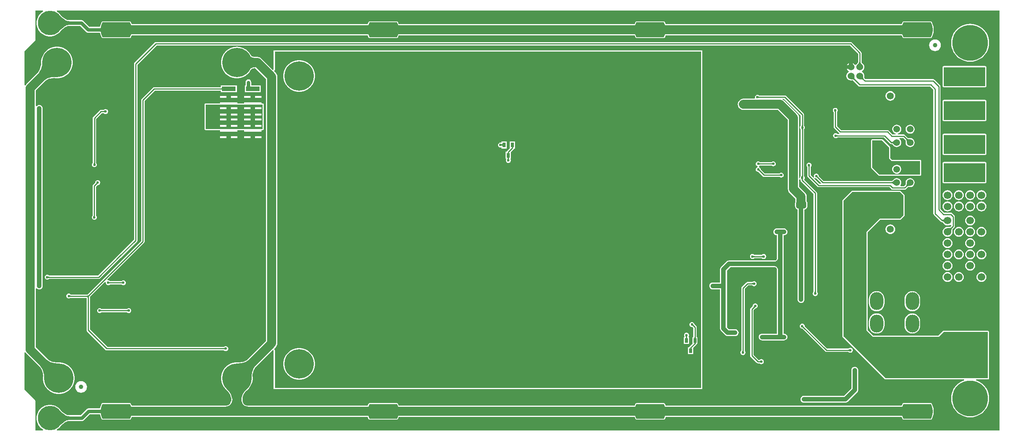
<source format=gtl>
G04*
G04 #@! TF.GenerationSoftware,Altium Limited,Altium Designer,25.4.2 (15)*
G04*
G04 Layer_Physical_Order=1*
G04 Layer_Color=255*
%FSLAX44Y44*%
%MOMM*%
G71*
G04*
G04 #@! TF.SameCoordinates,CE68B810-5A0D-45E5-B586-DEE00FE4B9C3*
G04*
G04*
G04 #@! TF.FilePolarity,Positive*
G04*
G01*
G75*
%ADD29R,0.6500X1.0500*%
%ADD30R,3.1000X1.0000*%
%ADD31C,1.0000*%
%ADD32R,3.0000X2.0000*%
%ADD33C,0.8000*%
%ADD34C,2.0000*%
%ADD35C,1.0160*%
%ADD36C,0.2540*%
%ADD37C,0.7620*%
%ADD38C,0.5080*%
%ADD39C,0.5000*%
%ADD40C,1.0000*%
%ADD41C,5.5000*%
%ADD42C,8.0000*%
%ADD43C,1.7000*%
%ADD44C,0.6000*%
%ADD45C,6.6000*%
%ADD46C,1.5240*%
%ADD47O,3.0000X4.0000*%
%ADD48C,1.5000*%
%ADD49C,1.5700*%
%ADD50C,0.9700*%
G36*
X14711Y902672D02*
X13966Y901870D01*
X13280Y901015D01*
X12653Y900105D01*
X12084Y899140D01*
X11574Y898120D01*
X11122Y897046D01*
X10728Y895918D01*
X10394Y894734D01*
X10117Y893496D01*
X9900Y892204D01*
X-1414Y903517D01*
X-121Y903735D01*
X1116Y904011D01*
X2300Y904346D01*
X3428Y904739D01*
X4503Y905191D01*
X5522Y905702D01*
X6487Y906271D01*
X7397Y906898D01*
X8253Y907584D01*
X9054Y908328D01*
X14711Y902672D01*
D02*
G37*
G36*
X22570Y905352D02*
X28083Y900472D01*
X30665Y898490D01*
X33130Y896813D01*
X35479Y895440D01*
X37711Y894372D01*
X39826Y893610D01*
X41825Y893152D01*
X43707Y893000D01*
Y885000D01*
X41825Y884847D01*
X39826Y884390D01*
X37711Y883627D01*
X35479Y882560D01*
X33130Y881188D01*
X30665Y879510D01*
X28083Y877527D01*
X22570Y872647D01*
X19639Y869750D01*
Y908250D01*
X22570Y905352D01*
D02*
G37*
G36*
X1979790Y890500D02*
X1980823Y888589D01*
X1982400Y884542D01*
X1983466Y880331D01*
X1984002Y876021D01*
X1984001Y871678D01*
X1983464Y867367D01*
X1982398Y863157D01*
X1980819Y859110D01*
X1979786Y857200D01*
X1979786Y857200D01*
X1918210D01*
X1918213Y857202D01*
X1917180Y859112D01*
X1915602Y863158D01*
X1914537Y867369D01*
X1914000Y871678D01*
Y876021D01*
X1914537Y880331D01*
X1915602Y884542D01*
X1917180Y888588D01*
X1918213Y890498D01*
X1918210Y890500D01*
X1979790D01*
X1979790Y890500D01*
D02*
G37*
G36*
X1379790D02*
X1380823Y888589D01*
X1382400Y884542D01*
X1383466Y880331D01*
X1384002Y876021D01*
X1384001Y871678D01*
X1383464Y867367D01*
X1382398Y863157D01*
X1380819Y859110D01*
X1379786Y857200D01*
X1379786Y857200D01*
X1318210D01*
X1318213Y857202D01*
X1317180Y859112D01*
X1315602Y863158D01*
X1314537Y867369D01*
X1314000Y871678D01*
Y876021D01*
X1314537Y880331D01*
X1315602Y884542D01*
X1317180Y888588D01*
X1318213Y890498D01*
X1318210Y890500D01*
X1379790D01*
X1379790Y890500D01*
D02*
G37*
G36*
X779790D02*
X780823Y888589D01*
X782400Y884542D01*
X783466Y880331D01*
X784002Y876021D01*
X784001Y871678D01*
X783464Y867367D01*
X782398Y863157D01*
X780819Y859110D01*
X779786Y857200D01*
X779786Y857200D01*
X718210D01*
X718213Y857202D01*
X717180Y859112D01*
X715602Y863158D01*
X714537Y867369D01*
X714000Y871678D01*
Y876021D01*
X714537Y880331D01*
X715602Y884542D01*
X717180Y888588D01*
X718213Y890498D01*
X718210Y890500D01*
X779790D01*
X779790Y890500D01*
D02*
G37*
G36*
X179790D02*
X180823Y888589D01*
X182400Y884542D01*
X183466Y880331D01*
X184002Y876021D01*
X184002Y871678D01*
X183464Y867367D01*
X182398Y863157D01*
X180819Y859110D01*
X179786Y857200D01*
X179786Y857200D01*
X118210D01*
X118213Y857202D01*
X117180Y859112D01*
X115602Y863158D01*
X114537Y867369D01*
X114000Y871678D01*
Y876021D01*
X114537Y880331D01*
X115602Y884542D01*
X117180Y888588D01*
X118213Y890498D01*
X118210Y890500D01*
X179790D01*
X179790Y890500D01*
D02*
G37*
G36*
X2134391Y-27910D02*
X15868D01*
X15380Y-25878D01*
X15744Y-25693D01*
X19570Y-22913D01*
X22913Y-19570D01*
X24448Y-17457D01*
X29402Y-13072D01*
X31880Y-11169D01*
X34237Y-9565D01*
X36450Y-8272D01*
X38511Y-7286D01*
X40411Y-6602D01*
X40433Y-6596D01*
X71664D01*
X73372Y-6372D01*
X74963Y-5713D01*
X76329Y-4664D01*
X89547Y8554D01*
X112463D01*
X112481Y8413D01*
X112522Y8290D01*
X112528Y8160D01*
X113594Y3950D01*
X113650Y3833D01*
X113672Y3706D01*
X115250Y-341D01*
X115320Y-450D01*
X115358Y-574D01*
X116382Y-2468D01*
X116388Y-2486D01*
X116579Y-2716D01*
X116745Y-2965D01*
X116835Y-3025D01*
X116904Y-3108D01*
X117168Y-3248D01*
X117417Y-3414D01*
X117523Y-3435D01*
X117619Y-3486D01*
X117917Y-3513D01*
X118210Y-3572D01*
X179786D01*
X179986Y-3532D01*
X180192Y-3532D01*
X180281Y-3495D01*
X180377Y-3486D01*
X180473Y-3435D01*
X180578Y-3414D01*
X180748Y-3301D01*
X180939Y-3222D01*
X181007Y-3153D01*
X181092Y-3108D01*
X181162Y-3025D01*
X181251Y-2965D01*
X181364Y-2795D01*
X181510Y-2649D01*
X181547Y-2560D01*
X181608Y-2486D01*
X182642Y-576D01*
X182680Y-452D01*
X182749Y-343D01*
X183859Y2502D01*
X714141D01*
X715250Y-341D01*
X715320Y-450D01*
X715358Y-574D01*
X716382Y-2468D01*
X716388Y-2486D01*
X716579Y-2716D01*
X716745Y-2965D01*
X716835Y-3025D01*
X716904Y-3108D01*
X717168Y-3248D01*
X717417Y-3414D01*
X717523Y-3435D01*
X717618Y-3486D01*
X717916Y-3513D01*
X718210Y-3572D01*
X779786D01*
X779986Y-3532D01*
X780192Y-3532D01*
X780281Y-3495D01*
X780377Y-3486D01*
X780473Y-3435D01*
X780579Y-3414D01*
X780748Y-3301D01*
X780939Y-3222D01*
X781007Y-3153D01*
X781092Y-3108D01*
X781162Y-3025D01*
X781251Y-2965D01*
X781364Y-2795D01*
X781510Y-2649D01*
X781547Y-2560D01*
X781608Y-2486D01*
X782642Y-576D01*
X782680Y-452D01*
X782749Y-343D01*
X783859Y2502D01*
X1314142D01*
X1315250Y-341D01*
X1315320Y-450D01*
X1315358Y-574D01*
X1316382Y-2468D01*
X1316388Y-2486D01*
X1316579Y-2716D01*
X1316745Y-2965D01*
X1316835Y-3025D01*
X1316904Y-3108D01*
X1317168Y-3248D01*
X1317417Y-3414D01*
X1317523Y-3435D01*
X1317619Y-3486D01*
X1317917Y-3513D01*
X1318210Y-3572D01*
X1379786D01*
X1379986Y-3532D01*
X1380192Y-3532D01*
X1380281Y-3495D01*
X1380377Y-3486D01*
X1380473Y-3435D01*
X1380578Y-3414D01*
X1380748Y-3301D01*
X1380939Y-3222D01*
X1381007Y-3153D01*
X1381092Y-3108D01*
X1381162Y-3025D01*
X1381251Y-2965D01*
X1381364Y-2795D01*
X1381510Y-2649D01*
X1381547Y-2560D01*
X1381608Y-2486D01*
X1382641Y-576D01*
X1382680Y-452D01*
X1382749Y-343D01*
X1383859Y2502D01*
X1914142D01*
X1915250Y-341D01*
X1915320Y-450D01*
X1915358Y-574D01*
X1916382Y-2468D01*
X1916388Y-2486D01*
X1916579Y-2716D01*
X1916745Y-2965D01*
X1916835Y-3025D01*
X1916904Y-3108D01*
X1917168Y-3248D01*
X1917417Y-3414D01*
X1917523Y-3435D01*
X1917619Y-3486D01*
X1917917Y-3513D01*
X1918210Y-3572D01*
X1979786D01*
X1979986Y-3532D01*
X1980192Y-3532D01*
X1980281Y-3495D01*
X1980377Y-3486D01*
X1980473Y-3435D01*
X1980578Y-3414D01*
X1980748Y-3301D01*
X1980939Y-3222D01*
X1981007Y-3153D01*
X1981092Y-3108D01*
X1981162Y-3025D01*
X1981251Y-2965D01*
X1981364Y-2795D01*
X1981510Y-2649D01*
X1981547Y-2560D01*
X1981608Y-2486D01*
X1982641Y-576D01*
X1982680Y-452D01*
X1982749Y-343D01*
X1984328Y3704D01*
X1984351Y3831D01*
X1984406Y3948D01*
X1985472Y8159D01*
X1985479Y8288D01*
X1985520Y8411D01*
X1986057Y12721D01*
X1986048Y12850D01*
X1986073Y12977D01*
X1986074Y17321D01*
X1986049Y17448D01*
X1986058Y17577D01*
X1985522Y21887D01*
X1985481Y22010D01*
X1985474Y22140D01*
X1984409Y26351D01*
X1984353Y26467D01*
X1984331Y26595D01*
X1982753Y30642D01*
X1982684Y30751D01*
X1982645Y30875D01*
X1981613Y32785D01*
X1981422Y33016D01*
X1981255Y33265D01*
X1981165Y33325D01*
X1981097Y33408D01*
X1980832Y33547D01*
X1980583Y33714D01*
X1980477Y33735D01*
X1980382Y33785D01*
X1980084Y33813D01*
X1979790Y33872D01*
X1979790Y33872D01*
X1918210D01*
X1917923Y33815D01*
X1917631Y33789D01*
X1917529Y33736D01*
X1917417Y33714D01*
X1917174Y33551D01*
X1916914Y33416D01*
X1916840Y33329D01*
X1916745Y33265D01*
X1916582Y33021D01*
X1916394Y32797D01*
X1916388Y32780D01*
X1915358Y30874D01*
X1915320Y30750D01*
X1915250Y30641D01*
X1914142Y27798D01*
X1383862D01*
X1382753Y30642D01*
X1382684Y30751D01*
X1382645Y30875D01*
X1381613Y32785D01*
X1381422Y33016D01*
X1381255Y33265D01*
X1381165Y33325D01*
X1381097Y33408D01*
X1380832Y33547D01*
X1380583Y33714D01*
X1380477Y33735D01*
X1380382Y33785D01*
X1380084Y33813D01*
X1379790Y33872D01*
X1379790Y33872D01*
X1318210D01*
X1317923Y33815D01*
X1317631Y33789D01*
X1317529Y33736D01*
X1317417Y33714D01*
X1317174Y33551D01*
X1316914Y33416D01*
X1316840Y33329D01*
X1316745Y33265D01*
X1316582Y33021D01*
X1316394Y32797D01*
X1316389Y32780D01*
X1315358Y30874D01*
X1315320Y30750D01*
X1315250Y30641D01*
X1314142Y27798D01*
X783862D01*
X782753Y30642D01*
X782684Y30751D01*
X782645Y30875D01*
X781612Y32785D01*
X781422Y33016D01*
X781255Y33265D01*
X781165Y33325D01*
X781097Y33408D01*
X780832Y33547D01*
X780583Y33714D01*
X780477Y33735D01*
X780382Y33785D01*
X780084Y33813D01*
X779790Y33872D01*
X779790Y33872D01*
X718210D01*
X717923Y33815D01*
X717631Y33789D01*
X717529Y33736D01*
X717417Y33714D01*
X717174Y33551D01*
X716914Y33416D01*
X716840Y33329D01*
X716745Y33265D01*
X716582Y33021D01*
X716394Y32797D01*
X716388Y32780D01*
X715358Y30874D01*
X715320Y30750D01*
X715250Y30641D01*
X714141Y27798D01*
X444249D01*
X443310Y27964D01*
X440625Y28859D01*
X438358Y30080D01*
X436472Y31622D01*
X434930Y33508D01*
X433709Y35775D01*
X432814Y38460D01*
X432648Y39399D01*
Y44604D01*
X433178Y46925D01*
X434039Y49580D01*
X435150Y52207D01*
X436513Y54807D01*
X438132Y57382D01*
X440010Y59932D01*
X441503Y61693D01*
X442020Y62068D01*
X444143Y63882D01*
X447108Y66847D01*
X450396Y71373D01*
X452936Y76357D01*
X454665Y81678D01*
X455540Y87203D01*
Y92797D01*
X455221Y94811D01*
X455411Y97112D01*
X455886Y100243D01*
X456562Y103209D01*
X457436Y106011D01*
X458508Y108654D01*
X459777Y111140D01*
X461044Y113156D01*
X500973Y153086D01*
X502850Y152308D01*
Y65150D01*
X1465750D01*
Y827150D01*
X502850D01*
Y784187D01*
X500973Y783409D01*
X475439Y808943D01*
X475439Y808944D01*
X472819Y810954D01*
X469769Y812217D01*
X466495Y812648D01*
X466495Y812648D01*
X458773D01*
X457270Y812938D01*
X455586Y813405D01*
X454158Y813957D01*
X452985Y814577D01*
X452152Y815182D01*
X450396Y818627D01*
X447108Y823153D01*
X443153Y827108D01*
X443096Y827150D01*
X442935D01*
X442020Y827932D01*
X439760Y829573D01*
X437379Y831032D01*
X434891Y832300D01*
X432310Y833369D01*
X429654Y834232D01*
X426939Y834884D01*
X424180Y835321D01*
X421396Y835540D01*
X418604D01*
X415820Y835321D01*
X413061Y834884D01*
X410346Y834232D01*
X407690Y833369D01*
X405109Y832300D01*
X402621Y831032D01*
X400240Y829573D01*
X397980Y827932D01*
X397065Y827150D01*
X396904D01*
X396847Y827108D01*
X392892Y823153D01*
X389604Y818627D01*
X387064Y813643D01*
X385335Y808322D01*
X384460Y802797D01*
Y797203D01*
X385335Y791678D01*
X387064Y786357D01*
X389604Y781373D01*
X392892Y776847D01*
X396847Y772892D01*
X401373Y769604D01*
X406357Y767064D01*
X411678Y765335D01*
X417203Y764460D01*
X422797D01*
X428322Y765335D01*
X433643Y767064D01*
X438627Y769604D01*
X443153Y772892D01*
X447108Y776847D01*
X450396Y781373D01*
X452152Y784818D01*
X452985Y785423D01*
X454158Y786043D01*
X455586Y786595D01*
X457270Y787062D01*
X458773Y787352D01*
X461256D01*
X485852Y762756D01*
Y173739D01*
X443156Y131044D01*
X441140Y129777D01*
X438654Y128508D01*
X436011Y127436D01*
X433209Y126562D01*
X430243Y125886D01*
X427112Y125411D01*
X424811Y125221D01*
X422797Y125540D01*
X417203D01*
X411678Y124665D01*
X406357Y122936D01*
X401373Y120396D01*
X396847Y117108D01*
X392892Y113153D01*
X389604Y108627D01*
X387064Y103643D01*
X385335Y98322D01*
X384460Y92797D01*
Y87203D01*
X385335Y81678D01*
X387064Y76357D01*
X389604Y71373D01*
X392892Y66847D01*
X395857Y63882D01*
X397980Y62068D01*
X398497Y61693D01*
X399990Y59932D01*
X401868Y57381D01*
X403487Y54807D01*
X404850Y52206D01*
X405961Y49580D01*
X406822Y46925D01*
X407352Y44604D01*
Y39399D01*
X407186Y38460D01*
X406291Y35775D01*
X405070Y33508D01*
X403528Y31622D01*
X401642Y30080D01*
X399375Y28859D01*
X396690Y27964D01*
X395751Y27798D01*
X183862D01*
X182753Y30642D01*
X182684Y30751D01*
X182645Y30875D01*
X181612Y32785D01*
X181422Y33016D01*
X181255Y33265D01*
X181165Y33325D01*
X181097Y33408D01*
X180832Y33547D01*
X180583Y33714D01*
X180477Y33735D01*
X180382Y33785D01*
X180084Y33813D01*
X179790Y33872D01*
X179790Y33872D01*
X118210D01*
X117923Y33815D01*
X117631Y33789D01*
X117529Y33736D01*
X117417Y33714D01*
X117174Y33551D01*
X116914Y33416D01*
X116840Y33329D01*
X116745Y33265D01*
X116582Y33021D01*
X116394Y32797D01*
X116389Y32780D01*
X115358Y30874D01*
X115320Y30750D01*
X115250Y30641D01*
X113672Y26594D01*
X113650Y26467D01*
X113594Y26350D01*
X112528Y22140D01*
X112522Y22010D01*
X112481Y21888D01*
X112463Y21746D01*
X86814D01*
X85107Y21522D01*
X83516Y20863D01*
X82150Y19814D01*
X68932Y6596D01*
X40433D01*
X40411Y6602D01*
X38511Y7286D01*
X36450Y8272D01*
X34237Y9565D01*
X31879Y11170D01*
X29402Y13072D01*
X24448Y17457D01*
X22913Y19570D01*
X19570Y22913D01*
X15744Y25693D01*
X11531Y27839D01*
X7034Y29300D01*
X2364Y30040D01*
X-2364D01*
X-7034Y29300D01*
X-11531Y27839D01*
X-15744Y25693D01*
X-19570Y22913D01*
X-22913Y19570D01*
X-25693Y15744D01*
X-27839Y11531D01*
X-29300Y7034D01*
X-30040Y2364D01*
Y-2364D01*
X-29300Y-7034D01*
X-27839Y-11531D01*
X-25693Y-15744D01*
X-22913Y-19570D01*
X-19570Y-22913D01*
X-15744Y-25693D01*
X-15380Y-25878D01*
X-15868Y-27910D01*
X-32410D01*
Y38000D01*
X-32608Y38991D01*
X-33169Y39831D01*
X-57410Y64073D01*
X-57410Y147794D01*
X-55378Y148199D01*
X-55309Y148031D01*
X-53299Y145412D01*
X-21044Y113156D01*
X-19777Y111140D01*
X-18508Y108654D01*
X-17436Y106011D01*
X-16562Y103209D01*
X-15886Y100243D01*
X-15411Y97112D01*
X-15221Y94811D01*
X-15540Y92797D01*
Y87203D01*
X-14665Y81678D01*
X-12936Y76357D01*
X-10396Y71373D01*
X-7108Y66847D01*
X-3153Y62892D01*
X1373Y59604D01*
X6357Y57064D01*
X11678Y55335D01*
X17203Y54460D01*
X22797D01*
X28322Y55335D01*
X33643Y57064D01*
X38627Y59604D01*
X43153Y62892D01*
X47108Y66847D01*
X50396Y71373D01*
X52936Y76357D01*
X54665Y81678D01*
X55540Y87203D01*
Y92797D01*
X54665Y98322D01*
X52936Y103643D01*
X50396Y108627D01*
X47108Y113153D01*
X43153Y117108D01*
X38627Y120396D01*
X33643Y122936D01*
X28322Y124665D01*
X22797Y125540D01*
X17203D01*
X15189Y125221D01*
X12888Y125411D01*
X9757Y125886D01*
X6791Y126562D01*
X3989Y127436D01*
X1346Y128508D01*
X-1140Y129777D01*
X-3156Y131044D01*
X-31707Y159594D01*
Y291205D01*
X-29675Y291894D01*
X-29489Y291652D01*
X-27914Y290443D01*
X-26080Y289683D01*
X-24111Y289424D01*
X-22143Y289683D01*
X-20309Y290443D01*
X-18734Y291652D01*
X-18672Y291713D01*
X-17464Y293288D01*
X-17149Y294048D01*
X-16704Y295122D01*
X-16445Y297090D01*
Y337000D01*
X-16445Y337000D01*
Y377000D01*
Y417000D01*
Y457000D01*
Y497000D01*
Y537000D01*
Y577000D01*
Y617000D01*
Y657000D01*
Y697000D01*
X-16704Y698968D01*
X-17464Y700803D01*
X-18672Y702378D01*
X-20247Y703586D01*
X-22082Y704346D01*
X-24050Y704605D01*
X-26018Y704346D01*
X-27852Y703586D01*
X-29428Y702378D01*
X-29675Y702055D01*
X-31707Y702745D01*
Y737317D01*
X-9074Y759950D01*
X-6981Y761235D01*
X-4512Y762443D01*
X-1900Y763430D01*
X861Y764197D01*
X3776Y764741D01*
X6847Y765061D01*
X9010Y765124D01*
X13203Y764460D01*
X18797D01*
X24322Y765335D01*
X29643Y767064D01*
X34627Y769604D01*
X39153Y772892D01*
X43108Y776847D01*
X46396Y781373D01*
X48936Y786357D01*
X50665Y791678D01*
X51540Y797203D01*
Y802797D01*
X50665Y808322D01*
X48936Y813643D01*
X46396Y818627D01*
X43108Y823153D01*
X39153Y827108D01*
X34627Y830396D01*
X29643Y832936D01*
X24322Y834665D01*
X18797Y835540D01*
X13203D01*
X7678Y834665D01*
X2357Y832936D01*
X-2627Y830396D01*
X-7153Y827108D01*
X-11108Y823153D01*
X-14397Y818627D01*
X-16936Y813643D01*
X-18665Y808322D01*
X-19540Y802797D01*
Y797203D01*
X-19495Y796919D01*
X-19763Y794963D01*
X-20399Y791786D01*
X-21211Y788782D01*
X-22197Y785950D01*
X-23356Y783288D01*
X-24687Y780792D01*
X-25918Y778881D01*
X-53299Y751500D01*
X-55309Y748880D01*
X-55378Y748714D01*
X-57410Y749118D01*
X-57410Y824928D01*
X-33169Y849169D01*
X-32608Y850009D01*
X-32411Y851001D01*
Y916910D01*
X-15868D01*
X-15380Y914878D01*
X-15744Y914693D01*
X-19570Y911913D01*
X-22913Y908570D01*
X-25693Y904744D01*
X-27839Y900531D01*
X-29300Y896034D01*
X-30040Y891364D01*
Y886636D01*
X-29300Y881966D01*
X-27839Y877469D01*
X-25693Y873256D01*
X-22913Y869430D01*
X-19570Y866087D01*
X-15744Y863307D01*
X-11531Y861161D01*
X-7034Y859700D01*
X-2364Y858960D01*
X2364D01*
X7034Y859700D01*
X11531Y861161D01*
X15744Y863307D01*
X19570Y866087D01*
X22913Y869430D01*
X24448Y871543D01*
X29402Y875928D01*
X31880Y877831D01*
X34237Y879435D01*
X36450Y880728D01*
X38511Y881714D01*
X40411Y882398D01*
X40433Y882404D01*
X68018D01*
X81236Y869186D01*
X82602Y868137D01*
X84193Y867478D01*
X85900Y867254D01*
X112463D01*
X112481Y867113D01*
X112522Y866990D01*
X112528Y866860D01*
X113594Y862650D01*
X113650Y862533D01*
X113672Y862406D01*
X115250Y858359D01*
X115320Y858250D01*
X115358Y858126D01*
X116382Y856232D01*
X116388Y856214D01*
X116579Y855984D01*
X116745Y855735D01*
X116835Y855675D01*
X116904Y855592D01*
X117168Y855452D01*
X117417Y855286D01*
X117523Y855265D01*
X117619Y855214D01*
X117917Y855187D01*
X118210Y855128D01*
X179786D01*
X179986Y855168D01*
X180192Y855168D01*
X180281Y855205D01*
X180377Y855214D01*
X180473Y855265D01*
X180578Y855286D01*
X180748Y855399D01*
X180939Y855478D01*
X181007Y855547D01*
X181092Y855592D01*
X181162Y855676D01*
X181251Y855735D01*
X181364Y855904D01*
X181510Y856051D01*
X181547Y856140D01*
X181608Y856214D01*
X182642Y858124D01*
X182680Y858248D01*
X182749Y858357D01*
X183859Y861202D01*
X714141D01*
X715250Y858359D01*
X715320Y858250D01*
X715358Y858126D01*
X716382Y856232D01*
X716388Y856214D01*
X716579Y855984D01*
X716745Y855735D01*
X716835Y855675D01*
X716904Y855592D01*
X717168Y855452D01*
X717417Y855286D01*
X717523Y855265D01*
X717618Y855214D01*
X717916Y855187D01*
X718210Y855128D01*
X779786D01*
X779986Y855168D01*
X780192Y855168D01*
X780281Y855205D01*
X780377Y855214D01*
X780473Y855265D01*
X780579Y855286D01*
X780748Y855399D01*
X780939Y855478D01*
X781007Y855547D01*
X781092Y855592D01*
X781162Y855676D01*
X781251Y855735D01*
X781364Y855904D01*
X781510Y856051D01*
X781547Y856140D01*
X781608Y856214D01*
X782642Y858124D01*
X782680Y858248D01*
X782749Y858357D01*
X783859Y861202D01*
X1314142D01*
X1315250Y858359D01*
X1315320Y858250D01*
X1315358Y858126D01*
X1316382Y856232D01*
X1316388Y856214D01*
X1316579Y855984D01*
X1316745Y855735D01*
X1316835Y855675D01*
X1316904Y855592D01*
X1317168Y855452D01*
X1317417Y855286D01*
X1317523Y855265D01*
X1317619Y855214D01*
X1317917Y855187D01*
X1318210Y855128D01*
X1379786D01*
X1379986Y855168D01*
X1380192Y855168D01*
X1380281Y855205D01*
X1380377Y855214D01*
X1380473Y855265D01*
X1380578Y855286D01*
X1380748Y855399D01*
X1380939Y855478D01*
X1381007Y855547D01*
X1381092Y855592D01*
X1381162Y855676D01*
X1381251Y855735D01*
X1381364Y855904D01*
X1381510Y856051D01*
X1381547Y856140D01*
X1381608Y856214D01*
X1382641Y858124D01*
X1382680Y858248D01*
X1382749Y858357D01*
X1383859Y861202D01*
X1914142D01*
X1915250Y858359D01*
X1915320Y858250D01*
X1915358Y858126D01*
X1916382Y856232D01*
X1916388Y856214D01*
X1916579Y855984D01*
X1916745Y855735D01*
X1916835Y855675D01*
X1916904Y855592D01*
X1917168Y855452D01*
X1917417Y855286D01*
X1917523Y855265D01*
X1917619Y855214D01*
X1917917Y855187D01*
X1918210Y855128D01*
X1979786D01*
X1979986Y855168D01*
X1980192Y855168D01*
X1980281Y855205D01*
X1980377Y855214D01*
X1980473Y855265D01*
X1980578Y855286D01*
X1980748Y855399D01*
X1980939Y855478D01*
X1981007Y855547D01*
X1981092Y855592D01*
X1981162Y855676D01*
X1981251Y855735D01*
X1981364Y855904D01*
X1981510Y856051D01*
X1981547Y856140D01*
X1981608Y856214D01*
X1982641Y858124D01*
X1982680Y858248D01*
X1982749Y858357D01*
X1984328Y862404D01*
X1984351Y862531D01*
X1984406Y862648D01*
X1985472Y866859D01*
X1985479Y866988D01*
X1985520Y867111D01*
X1986057Y871421D01*
X1986048Y871550D01*
X1986073Y871677D01*
X1986074Y876021D01*
X1986049Y876148D01*
X1986058Y876277D01*
X1985522Y880587D01*
X1985481Y880710D01*
X1985474Y880840D01*
X1984409Y885051D01*
X1984353Y885167D01*
X1984331Y885295D01*
X1982753Y889342D01*
X1982684Y889451D01*
X1982645Y889575D01*
X1981613Y891485D01*
X1981422Y891716D01*
X1981255Y891965D01*
X1981165Y892025D01*
X1981097Y892108D01*
X1980832Y892247D01*
X1980583Y892414D01*
X1980477Y892435D01*
X1980382Y892485D01*
X1980084Y892513D01*
X1979790Y892572D01*
X1979790Y892572D01*
X1918210D01*
X1917923Y892515D01*
X1917631Y892489D01*
X1917529Y892436D01*
X1917417Y892414D01*
X1917174Y892251D01*
X1916914Y892116D01*
X1916840Y892029D01*
X1916745Y891965D01*
X1916582Y891721D01*
X1916394Y891497D01*
X1916388Y891480D01*
X1915358Y889574D01*
X1915320Y889450D01*
X1915250Y889341D01*
X1914142Y886498D01*
X1383862D01*
X1382753Y889342D01*
X1382684Y889451D01*
X1382645Y889575D01*
X1381613Y891485D01*
X1381422Y891716D01*
X1381255Y891965D01*
X1381165Y892025D01*
X1381097Y892108D01*
X1380832Y892247D01*
X1380583Y892414D01*
X1380477Y892435D01*
X1380382Y892485D01*
X1380084Y892513D01*
X1379790Y892572D01*
X1379790Y892572D01*
X1318210D01*
X1317923Y892515D01*
X1317631Y892489D01*
X1317529Y892436D01*
X1317417Y892414D01*
X1317174Y892251D01*
X1316914Y892116D01*
X1316840Y892029D01*
X1316745Y891965D01*
X1316582Y891721D01*
X1316394Y891497D01*
X1316389Y891480D01*
X1315358Y889574D01*
X1315320Y889450D01*
X1315250Y889341D01*
X1314142Y886498D01*
X783862D01*
X782753Y889342D01*
X782684Y889451D01*
X782645Y889575D01*
X781612Y891485D01*
X781422Y891716D01*
X781255Y891965D01*
X781165Y892025D01*
X781097Y892108D01*
X780832Y892247D01*
X780583Y892414D01*
X780477Y892435D01*
X780382Y892485D01*
X780084Y892513D01*
X779790Y892572D01*
X779790Y892572D01*
X718210D01*
X717923Y892515D01*
X717631Y892489D01*
X717529Y892436D01*
X717417Y892414D01*
X717174Y892251D01*
X716914Y892116D01*
X716840Y892029D01*
X716745Y891965D01*
X716582Y891721D01*
X716394Y891497D01*
X716388Y891480D01*
X715358Y889574D01*
X715320Y889450D01*
X715250Y889341D01*
X714141Y886498D01*
X183862D01*
X182753Y889342D01*
X182684Y889451D01*
X182645Y889575D01*
X181612Y891485D01*
X181422Y891716D01*
X181255Y891965D01*
X181165Y892025D01*
X181097Y892108D01*
X180832Y892247D01*
X180583Y892414D01*
X180477Y892435D01*
X180382Y892485D01*
X180084Y892513D01*
X179790Y892572D01*
X179790Y892572D01*
X118210D01*
X117923Y892515D01*
X117631Y892489D01*
X117529Y892436D01*
X117417Y892414D01*
X117174Y892251D01*
X116914Y892116D01*
X116840Y892029D01*
X116745Y891965D01*
X116582Y891721D01*
X116394Y891497D01*
X116389Y891480D01*
X115358Y889574D01*
X115320Y889450D01*
X115250Y889341D01*
X113672Y885294D01*
X113650Y885167D01*
X113594Y885050D01*
X112528Y880840D01*
X112522Y880710D01*
X112481Y880587D01*
X112463Y880446D01*
X88632D01*
X75414Y893664D01*
X74048Y894713D01*
X72457Y895372D01*
X70750Y895596D01*
X40433D01*
X40411Y895602D01*
X38511Y896286D01*
X36450Y897272D01*
X34237Y898565D01*
X31879Y900170D01*
X29402Y902072D01*
X24448Y906457D01*
X22913Y908570D01*
X19570Y911913D01*
X15744Y914693D01*
X15380Y914878D01*
X15868Y916910D01*
X2134391D01*
Y-27910D01*
D02*
G37*
G36*
X449738Y814653D02*
X450700Y813676D01*
X451886Y812815D01*
X453298Y812068D01*
X454935Y811436D01*
X456796Y810919D01*
X458883Y810517D01*
X461195Y810230D01*
X463733Y810058D01*
X466495Y810000D01*
Y790000D01*
X463733Y789942D01*
X458883Y789483D01*
X456796Y789081D01*
X454935Y788564D01*
X453298Y787932D01*
X451886Y787185D01*
X450700Y786324D01*
X449738Y785347D01*
X449002Y784256D01*
Y815744D01*
X449738Y814653D01*
D02*
G37*
G36*
X13612Y767086D02*
X10087Y767228D01*
X6709Y767130D01*
X3478Y766793D01*
X393Y766217D01*
X-2544Y765401D01*
X-5336Y764347D01*
X-7980Y763053D01*
X-10478Y761519D01*
X-12830Y759747D01*
X-15034Y757735D01*
X-28249Y772805D01*
X-26278Y774952D01*
X-24495Y777264D01*
X-22899Y779742D01*
X-21489Y782386D01*
X-20266Y785195D01*
X-19230Y788170D01*
X-18381Y791311D01*
X-17719Y794618D01*
X-17243Y798091D01*
X-16955Y801729D01*
X13612Y767086D01*
D02*
G37*
G36*
X463309Y119167D02*
X461317Y116990D01*
X459539Y114655D01*
X457974Y112164D01*
X456622Y109516D01*
X455484Y106711D01*
X454560Y103749D01*
X453849Y100629D01*
X453352Y97353D01*
X453068Y93920D01*
X452998Y90330D01*
X420330Y122998D01*
X423920Y123068D01*
X427353Y123352D01*
X430629Y123849D01*
X433749Y124560D01*
X436711Y125484D01*
X439516Y126622D01*
X442164Y127974D01*
X444655Y129539D01*
X446990Y131317D01*
X449167Y133309D01*
X463309Y119167D01*
D02*
G37*
G36*
X-6990Y131317D02*
X-4655Y129539D01*
X-2164Y127974D01*
X484Y126622D01*
X3289Y125484D01*
X6252Y124560D01*
X9371Y123849D01*
X12647Y123352D01*
X16080Y123068D01*
X19670Y122998D01*
X-12998Y90330D01*
X-13068Y93920D01*
X-13352Y97353D01*
X-13849Y100629D01*
X-14560Y103749D01*
X-15484Y106711D01*
X-16622Y109516D01*
X-17974Y112164D01*
X-19539Y114655D01*
X-21317Y116990D01*
X-23309Y119167D01*
X-9167Y133309D01*
X-6990Y131317D01*
D02*
G37*
G36*
X1463160Y67739D02*
X505440D01*
Y152308D01*
X505243Y153299D01*
X504682Y154139D01*
X503842Y154701D01*
X502955Y155068D01*
X507444Y159556D01*
X507444Y159556D01*
X509454Y162176D01*
X510431Y164535D01*
X510717Y165226D01*
X511148Y168500D01*
Y767995D01*
X511148Y767995D01*
X510717Y771269D01*
X509454Y774319D01*
X507444Y776939D01*
X502955Y781427D01*
X503842Y781794D01*
X504682Y782356D01*
X505243Y783196D01*
X505440Y784187D01*
Y824560D01*
X1463160D01*
Y67739D01*
D02*
G37*
G36*
X440611Y63845D02*
X438384Y61217D01*
X436419Y58549D01*
X434716Y55841D01*
X433275Y53093D01*
X432096Y50304D01*
X431179Y47476D01*
X430524Y44608D01*
X430167Y41969D01*
X430200Y41350D01*
X430800Y37950D01*
X431800Y34950D01*
X433200Y32350D01*
X435000Y30150D01*
X437200Y28350D01*
X439800Y26950D01*
X442800Y25950D01*
X446200Y25350D01*
X450000Y25150D01*
X420000Y5150D01*
X390000Y25150D01*
X393800Y25350D01*
X397200Y25950D01*
X400200Y26950D01*
X402800Y28350D01*
X405000Y30150D01*
X406800Y32350D01*
X408200Y34950D01*
X409200Y37950D01*
X409800Y41350D01*
X409833Y41969D01*
X409476Y44608D01*
X408821Y47476D01*
X407904Y50304D01*
X406725Y53093D01*
X405284Y55841D01*
X403581Y58549D01*
X401616Y61217D01*
X399389Y63845D01*
X396900Y66433D01*
X443100D01*
X440611Y63845D01*
D02*
G37*
G36*
X1979790Y31800D02*
X1980823Y29890D01*
X1982400Y25842D01*
X1983466Y21632D01*
X1984002Y17321D01*
X1984001Y12978D01*
X1983464Y8667D01*
X1982398Y4457D01*
X1980819Y410D01*
X1979786Y-1500D01*
X1979786Y-1500D01*
X1918210D01*
X1918213Y-1498D01*
X1917180Y412D01*
X1915602Y4458D01*
X1914537Y8669D01*
X1914000Y12978D01*
Y17322D01*
X1914537Y21631D01*
X1915602Y25842D01*
X1917180Y29888D01*
X1918213Y31798D01*
X1918210Y31800D01*
X1979790D01*
X1979790Y31800D01*
D02*
G37*
G36*
X1379790D02*
X1380823Y29890D01*
X1382400Y25842D01*
X1383466Y21632D01*
X1384002Y17321D01*
X1384001Y12978D01*
X1383464Y8667D01*
X1382398Y4457D01*
X1380819Y410D01*
X1379786Y-1500D01*
X1379786Y-1500D01*
X1318210D01*
X1318213Y-1498D01*
X1317180Y412D01*
X1315602Y4458D01*
X1314537Y8669D01*
X1314000Y12978D01*
Y17322D01*
X1314537Y21631D01*
X1315602Y25842D01*
X1317180Y29888D01*
X1318213Y31798D01*
X1318210Y31800D01*
X1379790D01*
X1379790Y31800D01*
D02*
G37*
G36*
X779790D02*
X780823Y29890D01*
X782400Y25842D01*
X783466Y21632D01*
X784002Y17321D01*
X784001Y12978D01*
X783464Y8667D01*
X782398Y4457D01*
X780819Y410D01*
X779786Y-1500D01*
X779786Y-1500D01*
X718210D01*
X718213Y-1498D01*
X717180Y412D01*
X715602Y4458D01*
X714537Y8669D01*
X714000Y12978D01*
Y17322D01*
X714537Y21631D01*
X715602Y25842D01*
X717180Y29888D01*
X718213Y31798D01*
X718210Y31800D01*
X779790D01*
X779790Y31800D01*
D02*
G37*
G36*
X179790D02*
X180823Y29890D01*
X182400Y25842D01*
X183466Y21632D01*
X184002Y17321D01*
X184002Y12978D01*
X183464Y8667D01*
X182398Y4457D01*
X180819Y410D01*
X179786Y-1500D01*
X179786Y-1500D01*
X118210D01*
X118213Y-1498D01*
X117180Y412D01*
X115602Y4458D01*
X114537Y8669D01*
X114000Y12978D01*
Y17322D01*
X114537Y21631D01*
X115602Y25842D01*
X117180Y29888D01*
X118213Y31798D01*
X118210Y31800D01*
X179790D01*
X179790Y31800D01*
D02*
G37*
G36*
X22570Y16352D02*
X28083Y11473D01*
X30665Y9490D01*
X33130Y7812D01*
X35479Y6440D01*
X37711Y5372D01*
X39826Y4610D01*
X41825Y4153D01*
X43707Y4000D01*
Y-4000D01*
X41825Y-4153D01*
X39826Y-4610D01*
X37711Y-5372D01*
X35479Y-6440D01*
X33130Y-7812D01*
X30665Y-9490D01*
X28083Y-11473D01*
X22570Y-16352D01*
X19639Y-19250D01*
Y19250D01*
X22570Y16352D01*
D02*
G37*
%LPC*%
G36*
X1989000Y852153D02*
X1985596Y851704D01*
X1982424Y850390D01*
X1979700Y848300D01*
X1977610Y845576D01*
X1976296Y842404D01*
X1975847Y839000D01*
X1976296Y835596D01*
X1977610Y832424D01*
X1979700Y829700D01*
X1982424Y827610D01*
X1985596Y826296D01*
X1989000Y825847D01*
X1992404Y826296D01*
X1995576Y827610D01*
X1998300Y829700D01*
X2000390Y832424D01*
X2001704Y835596D01*
X2002153Y839000D01*
X2001704Y842404D01*
X2000390Y845576D01*
X1998300Y848300D01*
X1995576Y850390D01*
X1992404Y851704D01*
X1989000Y852153D01*
D02*
G37*
G36*
X2068000Y887181D02*
X2062435Y886817D01*
X2056966Y885729D01*
X2051686Y883936D01*
X2046684Y881470D01*
X2042048Y878372D01*
X2037855Y874695D01*
X2034178Y870502D01*
X2031080Y865866D01*
X2028614Y860864D01*
X2026821Y855584D01*
X2025733Y850115D01*
X2025369Y844550D01*
X2025733Y838986D01*
X2026821Y833516D01*
X2028614Y828236D01*
X2031080Y823234D01*
X2034178Y818598D01*
X2037855Y814405D01*
X2042048Y810728D01*
X2046684Y807630D01*
X2051686Y805164D01*
X2056966Y803371D01*
X2062435Y802283D01*
X2068000Y801919D01*
X2073564Y802283D01*
X2079034Y803371D01*
X2084314Y805164D01*
X2089316Y807630D01*
X2093952Y810728D01*
X2098145Y814405D01*
X2101822Y818598D01*
X2104920Y823234D01*
X2107386Y828236D01*
X2109179Y833516D01*
X2110267Y838986D01*
X2110631Y844550D01*
X2110267Y850115D01*
X2109179Y855584D01*
X2107386Y860864D01*
X2104920Y865866D01*
X2101822Y870502D01*
X2098145Y874695D01*
X2093952Y878372D01*
X2089316Y881470D01*
X2084314Y883936D01*
X2079034Y885729D01*
X2073564Y886817D01*
X2068000Y887181D01*
D02*
G37*
G36*
X1799218Y846135D02*
X237987D01*
X236500Y845839D01*
X235240Y844997D01*
X234793Y844550D01*
X217393Y827150D01*
X190079Y799836D01*
X189237Y798576D01*
X188941Y797089D01*
Y401685D01*
X153003Y365747D01*
X108141Y320885D01*
X-2050D01*
X-2862Y321697D01*
X-4898Y322540D01*
X-7102D01*
X-9138Y321697D01*
X-10697Y320138D01*
X-11540Y318102D01*
Y315898D01*
X-10697Y313862D01*
X-9138Y312303D01*
X-7102Y311460D01*
X-4898D01*
X-2862Y312303D01*
X-2050Y313115D01*
X109750D01*
X111237Y313411D01*
X112497Y314253D01*
X158497Y360253D01*
X195573Y397329D01*
X196415Y398589D01*
X196710Y400076D01*
Y795480D01*
X239596Y838365D01*
X1797609D01*
X1816115Y819859D01*
Y800479D01*
X1815944Y800174D01*
X1815572Y799610D01*
X1815128Y799018D01*
X1815074Y798957D01*
X1814876Y798875D01*
X1812754Y797246D01*
X1811125Y795124D01*
X1811100Y795062D01*
X1808900D01*
X1808875Y795124D01*
X1807246Y797246D01*
X1805124Y798875D01*
X1804250Y799237D01*
Y790000D01*
X1800000D01*
Y785750D01*
X1790763D01*
X1791125Y784876D01*
X1792754Y782754D01*
X1794876Y781125D01*
X1794938Y781100D01*
Y778900D01*
X1794876Y778875D01*
X1792754Y777246D01*
X1791125Y775124D01*
X1790101Y772652D01*
X1789752Y770000D01*
X1790101Y767348D01*
X1791125Y764876D01*
X1792754Y762754D01*
X1794876Y761125D01*
X1797348Y760101D01*
X1800000Y759752D01*
X1802652Y760101D01*
X1802850Y760184D01*
X1802932Y760178D01*
X1803665Y760074D01*
X1804326Y759938D01*
X1804663Y759844D01*
X1817253Y747253D01*
X1818513Y746411D01*
X1820000Y746116D01*
X1977966D01*
X1985387Y738695D01*
Y460196D01*
X1985683Y458710D01*
X1986525Y457449D01*
X2002221Y441753D01*
X2003481Y440911D01*
X2004968Y440615D01*
X2006766D01*
X2006898Y440522D01*
X2007557Y438932D01*
X2009326Y436626D01*
X2011632Y434857D01*
X2014318Y433744D01*
X2017200Y433365D01*
X2020082Y433744D01*
X2022768Y434857D01*
X2023212Y435198D01*
X2025136Y434317D01*
X2025312Y432706D01*
X2022840Y430234D01*
X2022240Y430075D01*
X2021468Y429925D01*
X2020607Y429811D01*
X2020245Y429788D01*
X2020082Y429856D01*
X2017200Y430235D01*
X2014318Y429856D01*
X2011632Y428743D01*
X2009326Y426974D01*
X2007557Y424668D01*
X2006444Y421982D01*
X2006065Y419100D01*
X2006444Y416218D01*
X2007557Y413532D01*
X2009326Y411226D01*
X2011632Y409457D01*
X2014318Y408344D01*
X2017200Y407965D01*
X2020082Y408344D01*
X2022768Y409457D01*
X2025074Y411226D01*
X2026843Y413532D01*
X2027956Y416218D01*
X2028335Y419100D01*
X2027956Y421982D01*
X2027888Y422145D01*
X2027911Y422507D01*
X2028025Y423368D01*
X2028174Y424140D01*
X2028334Y424740D01*
X2032351Y428757D01*
X2033193Y430018D01*
X2033489Y431504D01*
Y453372D01*
X2033193Y454858D01*
X2032351Y456119D01*
X2027223Y461247D01*
X2025963Y462089D01*
X2024476Y462385D01*
X2009359D01*
X2001341Y470403D01*
Y746381D01*
X2001045Y747868D01*
X2000203Y749128D01*
X1987921Y761411D01*
X1986660Y762253D01*
X1985174Y762549D01*
X1832945D01*
X1830157Y765337D01*
X1830062Y765674D01*
X1829926Y766335D01*
X1829822Y767068D01*
X1829816Y767150D01*
X1829899Y767348D01*
X1830248Y770000D01*
X1829899Y772652D01*
X1828875Y775124D01*
X1827246Y777246D01*
X1825124Y778875D01*
X1825062Y778900D01*
Y781100D01*
X1825124Y781125D01*
X1827246Y782754D01*
X1828875Y784876D01*
X1829899Y787348D01*
X1830248Y790000D01*
X1829899Y792652D01*
X1828875Y795124D01*
X1827246Y797246D01*
X1825124Y798875D01*
X1824926Y798957D01*
X1824872Y799018D01*
X1824428Y799610D01*
X1824056Y800174D01*
X1823885Y800479D01*
Y821468D01*
X1823589Y822954D01*
X1822747Y824215D01*
X1801965Y844997D01*
X1800704Y845839D01*
X1799218Y846135D01*
D02*
G37*
G36*
X1795750Y799237D02*
X1794876Y798875D01*
X1792754Y797246D01*
X1791125Y795124D01*
X1790763Y794250D01*
X1795750D01*
Y799237D01*
D02*
G37*
G36*
X2093400Y792235D02*
X2093055Y792190D01*
X2068345D01*
X2068000Y792235D01*
X2067655Y792190D01*
X2042946D01*
X2042600Y792235D01*
X2042254Y792190D01*
X2017545D01*
X2017200Y792235D01*
X2016855Y792190D01*
X2008700D01*
X2007709Y791993D01*
X2006869Y791431D01*
X2006307Y790591D01*
X2006110Y789600D01*
Y781446D01*
X2006065Y781100D01*
X2006110Y780754D01*
Y756046D01*
X2006065Y755700D01*
X2006110Y755355D01*
Y747200D01*
X2006307Y746209D01*
X2006869Y745369D01*
X2007709Y744807D01*
X2008700Y744610D01*
X2016855D01*
X2017200Y744565D01*
X2017545Y744610D01*
X2042254D01*
X2042600Y744565D01*
X2042946Y744610D01*
X2067655D01*
X2068000Y744565D01*
X2068345Y744610D01*
X2093055D01*
X2093400Y744565D01*
X2093746Y744610D01*
X2101900D01*
X2102891Y744807D01*
X2103731Y745369D01*
X2104293Y746209D01*
X2104490Y747200D01*
Y755355D01*
X2104535Y755700D01*
X2104490Y756046D01*
Y780754D01*
X2104535Y781100D01*
X2104490Y781446D01*
Y789600D01*
X2104293Y790591D01*
X2103731Y791431D01*
X2102891Y791993D01*
X2101900Y792190D01*
X2093746D01*
X2093400Y792235D01*
D02*
G37*
G36*
X446000Y762224D02*
X443522Y761732D01*
X441422Y760328D01*
X440018Y758228D01*
X439526Y755750D01*
Y748750D01*
X439526Y748750D01*
Y748340D01*
X437960D01*
Y733260D01*
X474040D01*
Y748340D01*
X454458D01*
X452474Y748750D01*
Y755750D01*
X451982Y758228D01*
X450578Y760328D01*
X448478Y761732D01*
X446000Y762224D01*
D02*
G37*
G36*
X420040Y748340D02*
X383960D01*
Y744685D01*
X234025D01*
X232538Y744389D01*
X231278Y743547D01*
X206079Y718347D01*
X205236Y717087D01*
X204941Y715601D01*
Y398685D01*
X84453Y278197D01*
X46877D01*
X45638Y279435D01*
X43602Y280279D01*
X41398D01*
X39362Y279435D01*
X37803Y277877D01*
X36960Y275841D01*
Y273637D01*
X37803Y271600D01*
X39362Y270042D01*
X41398Y269199D01*
X43602D01*
X45638Y270042D01*
X46024Y270427D01*
X82177D01*
Y197979D01*
X82473Y196492D01*
X83315Y195232D01*
X124794Y153753D01*
X126054Y152911D01*
X127541Y152615D01*
X391050D01*
X391862Y151803D01*
X393898Y150960D01*
X396102D01*
X398138Y151803D01*
X399697Y153362D01*
X400540Y155398D01*
Y157602D01*
X399697Y159638D01*
X398138Y161197D01*
X396102Y162040D01*
X393898D01*
X391862Y161197D01*
X391050Y160385D01*
X129150D01*
X89947Y199588D01*
Y272703D01*
X123583Y306339D01*
X124779Y305869D01*
X125460Y305343D01*
Y303398D01*
X126303Y301362D01*
X127862Y299803D01*
X129898Y298960D01*
X132102D01*
X134138Y299803D01*
X134950Y300615D01*
X161050D01*
X161862Y299803D01*
X163898Y298960D01*
X166102D01*
X168138Y299803D01*
X169697Y301362D01*
X170540Y303398D01*
Y305602D01*
X169697Y307638D01*
X168138Y309197D01*
X166102Y310040D01*
X163898D01*
X161862Y309197D01*
X161050Y308385D01*
X134950D01*
X134138Y309197D01*
X132102Y310040D01*
X130157D01*
X129631Y310721D01*
X129161Y311917D01*
X211572Y394328D01*
X212414Y395589D01*
X212710Y397075D01*
Y713992D01*
X235634Y736915D01*
X383960D01*
Y733260D01*
X420040D01*
Y748340D01*
D02*
G37*
G36*
X475564Y724464D02*
X461000D01*
Y720400D01*
X475564D01*
Y724464D01*
D02*
G37*
G36*
X421564D02*
X407000D01*
Y720400D01*
X421564D01*
Y724464D01*
D02*
G37*
G36*
X451000D02*
X436436D01*
Y720400D01*
X451000D01*
Y724464D01*
D02*
G37*
G36*
X397000D02*
X382436D01*
Y720400D01*
X397000D01*
Y724464D01*
D02*
G37*
G36*
X2093400Y716035D02*
X2093055Y715990D01*
X2068345D01*
X2068000Y716035D01*
X2067655Y715990D01*
X2042946D01*
X2042600Y716035D01*
X2042254Y715990D01*
X2017545D01*
X2017200Y716035D01*
X2016855Y715990D01*
X2008700D01*
X2007709Y715793D01*
X2006869Y715231D01*
X2006307Y714391D01*
X2006110Y713400D01*
Y705246D01*
X2006065Y704900D01*
X2006110Y704555D01*
Y679846D01*
X2006065Y679500D01*
X2006110Y679155D01*
Y671000D01*
X2006307Y670009D01*
X2006869Y669169D01*
X2007709Y668607D01*
X2008700Y668410D01*
X2016855D01*
X2017200Y668365D01*
X2017545Y668410D01*
X2042254D01*
X2042600Y668365D01*
X2042946Y668410D01*
X2067655D01*
X2068000Y668365D01*
X2068345Y668410D01*
X2093055D01*
X2093400Y668365D01*
X2093746Y668410D01*
X2101900D01*
X2102891Y668607D01*
X2103731Y669169D01*
X2104293Y670009D01*
X2104490Y671000D01*
Y679155D01*
X2104535Y679500D01*
X2104490Y679846D01*
Y704555D01*
X2104535Y704900D01*
X2104490Y705246D01*
Y713400D01*
X2104293Y714391D01*
X2103731Y715231D01*
X2102891Y715793D01*
X2101900Y715990D01*
X2093746D01*
X2093400Y716035D01*
D02*
G37*
G36*
X1888500Y735944D02*
X1885668Y735571D01*
X1883028Y734477D01*
X1880762Y732738D01*
X1879023Y730472D01*
X1877929Y727832D01*
X1877556Y725000D01*
X1877929Y722168D01*
X1879023Y719528D01*
X1880762Y717262D01*
X1883028Y715523D01*
X1885668Y714429D01*
X1888500Y714056D01*
X1891332Y714429D01*
X1893972Y715523D01*
X1896238Y717262D01*
X1897977Y719528D01*
X1899071Y722168D01*
X1899444Y725000D01*
X1899071Y727832D01*
X1897977Y730472D01*
X1896238Y732738D01*
X1893972Y734477D01*
X1891332Y735571D01*
X1888500Y735944D01*
D02*
G37*
G36*
X475564Y710400D02*
X456000D01*
X436436D01*
Y708340D01*
X421564D01*
Y710400D01*
X402000D01*
X382436D01*
Y708340D01*
X350000D01*
X349009Y708143D01*
X348169Y707581D01*
X347607Y706741D01*
X347410Y705750D01*
Y650750D01*
X347607Y649759D01*
X348169Y648919D01*
X349009Y648357D01*
X350000Y648160D01*
X382436D01*
Y644200D01*
X402000D01*
X421564D01*
Y648160D01*
X436436D01*
Y644200D01*
X456000D01*
X475564D01*
Y648160D01*
X477750D01*
X478741Y648357D01*
X479581Y648919D01*
X480143Y649759D01*
X480340Y650750D01*
Y705750D01*
X480143Y706741D01*
X479581Y707581D01*
X478741Y708143D01*
X477750Y708340D01*
X475564D01*
Y710400D01*
D02*
G37*
G36*
X126102Y695540D02*
X123898D01*
X121862Y694697D01*
X121050Y693885D01*
X115000D01*
X113513Y693589D01*
X112253Y692747D01*
X97253Y677747D01*
X96411Y676487D01*
X96115Y675000D01*
Y573950D01*
X95303Y573138D01*
X94460Y571102D01*
Y568898D01*
X95303Y566862D01*
X96862Y565303D01*
X98898Y564460D01*
X101102D01*
X103138Y565303D01*
X104697Y566862D01*
X105540Y568898D01*
Y571102D01*
X104697Y573138D01*
X103885Y573950D01*
Y673391D01*
X116609Y686115D01*
X121050D01*
X121862Y685303D01*
X123898Y684460D01*
X126102D01*
X128138Y685303D01*
X129697Y686862D01*
X130540Y688898D01*
Y691102D01*
X129697Y693138D01*
X128138Y694697D01*
X126102Y695540D01*
D02*
G37*
G36*
X1933000Y660127D02*
X1930379Y659782D01*
X1927937Y658770D01*
X1925839Y657161D01*
X1924230Y655063D01*
X1923218Y652621D01*
X1922873Y650000D01*
X1923218Y647379D01*
X1924230Y644937D01*
X1925839Y642839D01*
X1927937Y641230D01*
X1930379Y640219D01*
X1933000Y639873D01*
X1935621Y640219D01*
X1938063Y641230D01*
X1940161Y642839D01*
X1941770Y644937D01*
X1942782Y647379D01*
X1943127Y650000D01*
X1942782Y652621D01*
X1941770Y655063D01*
X1940161Y657161D01*
X1938063Y658770D01*
X1935621Y659782D01*
X1933000Y660127D01*
D02*
G37*
G36*
X2093400Y639835D02*
X2093055Y639790D01*
X2068345D01*
X2068000Y639835D01*
X2067655Y639790D01*
X2042946D01*
X2042600Y639835D01*
X2042254Y639790D01*
X2017545D01*
X2017200Y639835D01*
X2016855Y639790D01*
X2008700D01*
X2007709Y639593D01*
X2006869Y639031D01*
X2006307Y638191D01*
X2006110Y637200D01*
Y629046D01*
X2006065Y628700D01*
X2006110Y628354D01*
Y603646D01*
X2006065Y603300D01*
X2006110Y602954D01*
Y594800D01*
X2006307Y593809D01*
X2006869Y592969D01*
X2007709Y592407D01*
X2008700Y592210D01*
X2016855D01*
X2017200Y592165D01*
X2017545Y592210D01*
X2042254D01*
X2042600Y592165D01*
X2042946Y592210D01*
X2067655D01*
X2068000Y592165D01*
X2068345Y592210D01*
X2093055D01*
X2093400Y592165D01*
X2093746Y592210D01*
X2101900D01*
X2102891Y592407D01*
X2103731Y592969D01*
X2104293Y593809D01*
X2104490Y594800D01*
Y602954D01*
X2104535Y603300D01*
X2104490Y603646D01*
Y628354D01*
X2104535Y628700D01*
X2104490Y629046D01*
Y637200D01*
X2104293Y638191D01*
X2103731Y639031D01*
X2102891Y639593D01*
X2101900Y639790D01*
X2093746D01*
X2093400Y639835D01*
D02*
G37*
G36*
X1765000Y698148D02*
X1762838Y697719D01*
X1761006Y696494D01*
X1759781Y694662D01*
X1759352Y692500D01*
X1759781Y690338D01*
X1761006Y688506D01*
X1761115Y688433D01*
Y655500D01*
X1761411Y654013D01*
X1762253Y652753D01*
X1773503Y641503D01*
X1773767Y641327D01*
X1773151Y639295D01*
X1769817D01*
X1769744Y639404D01*
X1767912Y640629D01*
X1765750Y641059D01*
X1763588Y640629D01*
X1761756Y639404D01*
X1760531Y637572D01*
X1760101Y635410D01*
X1760531Y633248D01*
X1761756Y631416D01*
X1763588Y630191D01*
X1765750Y629762D01*
X1767912Y630191D01*
X1769744Y631416D01*
X1769817Y631525D01*
X1874231D01*
X1888503Y617253D01*
X1889763Y616411D01*
X1891250Y616115D01*
X1892994D01*
X1893150Y616030D01*
X1893631Y615714D01*
X1894038Y615400D01*
X1894230Y614937D01*
X1895839Y612839D01*
X1897937Y611230D01*
X1900379Y610218D01*
X1903000Y609873D01*
X1905621Y610218D01*
X1908063Y611230D01*
X1910161Y612839D01*
X1911770Y614937D01*
X1912782Y617379D01*
X1913127Y620000D01*
X1912782Y622621D01*
X1911770Y625063D01*
X1910161Y627161D01*
X1908632Y628333D01*
X1909322Y630365D01*
X1917141D01*
X1922977Y624529D01*
X1923063Y624227D01*
X1923196Y623582D01*
X1923299Y622867D01*
X1923302Y622823D01*
X1923218Y622621D01*
X1922873Y620000D01*
X1923218Y617379D01*
X1924230Y614937D01*
X1925839Y612839D01*
X1927937Y611230D01*
X1930379Y610218D01*
X1933000Y609873D01*
X1935621Y610218D01*
X1938063Y611230D01*
X1940161Y612839D01*
X1941770Y614937D01*
X1942782Y617379D01*
X1943127Y620000D01*
X1942782Y622621D01*
X1941770Y625063D01*
X1940161Y627161D01*
X1938063Y628770D01*
X1935621Y629782D01*
X1933000Y630127D01*
X1930379Y629782D01*
X1930177Y629698D01*
X1930133Y629701D01*
X1929418Y629804D01*
X1928772Y629937D01*
X1928471Y630023D01*
X1921497Y636997D01*
X1920237Y637839D01*
X1918750Y638135D01*
X1905361D01*
X1905227Y640167D01*
X1905621Y640219D01*
X1908063Y641230D01*
X1910161Y642839D01*
X1911770Y644937D01*
X1912782Y647379D01*
X1913127Y650000D01*
X1912782Y652621D01*
X1911770Y655063D01*
X1910161Y657161D01*
X1908063Y658770D01*
X1905621Y659782D01*
X1903000Y660127D01*
X1900379Y659782D01*
X1897937Y658770D01*
X1895839Y657161D01*
X1894230Y655063D01*
X1893218Y652621D01*
X1892873Y650000D01*
X1893218Y647379D01*
X1894230Y644937D01*
X1895839Y642839D01*
X1897937Y641230D01*
X1900379Y640219D01*
X1900773Y640167D01*
X1900639Y638135D01*
X1893813D01*
X1884950Y646997D01*
X1883690Y647839D01*
X1882204Y648135D01*
X1777859D01*
X1768885Y657109D01*
Y688433D01*
X1768994Y688506D01*
X1770219Y690338D01*
X1770648Y692500D01*
X1770219Y694662D01*
X1768994Y696494D01*
X1767162Y697719D01*
X1765000Y698148D01*
D02*
G37*
G36*
X475564Y634200D02*
X461000D01*
Y630136D01*
X475564D01*
Y634200D01*
D02*
G37*
G36*
X451000D02*
X436436D01*
Y630136D01*
X451000D01*
Y634200D01*
D02*
G37*
G36*
X421564D02*
X407000D01*
Y630136D01*
X421564D01*
Y634200D01*
D02*
G37*
G36*
X397000D02*
X382436D01*
Y630136D01*
X397000D01*
Y634200D01*
D02*
G37*
G36*
X2093400Y576335D02*
X2093055Y576290D01*
X2068345D01*
X2068000Y576335D01*
X2067655Y576290D01*
X2042946D01*
X2042600Y576335D01*
X2042254Y576290D01*
X2017545D01*
X2017200Y576335D01*
X2016855Y576290D01*
X2008700D01*
X2007709Y576093D01*
X2006869Y575531D01*
X2006307Y574691D01*
X2006110Y573700D01*
Y565546D01*
X2006065Y565200D01*
X2006110Y564855D01*
Y540146D01*
X2006065Y539800D01*
X2006110Y539454D01*
Y531300D01*
X2006307Y530309D01*
X2006869Y529469D01*
X2007709Y528907D01*
X2008700Y528710D01*
X2016855D01*
X2017200Y528665D01*
X2017545Y528710D01*
X2042254D01*
X2042600Y528665D01*
X2042946Y528710D01*
X2067655D01*
X2068000Y528665D01*
X2068345Y528710D01*
X2093055D01*
X2093400Y528665D01*
X2093746Y528710D01*
X2101900D01*
X2102891Y528907D01*
X2103731Y529469D01*
X2104293Y530309D01*
X2104490Y531300D01*
Y539454D01*
X2104535Y539800D01*
X2104490Y540146D01*
Y564855D01*
X2104535Y565200D01*
X2104490Y565546D01*
Y573700D01*
X2104293Y574691D01*
X2103731Y575531D01*
X2102891Y576093D01*
X2101900Y576290D01*
X2093746D01*
X2093400Y576335D01*
D02*
G37*
G36*
X1625750Y577898D02*
X1623588Y577469D01*
X1621756Y576244D01*
X1621683Y576135D01*
X1595821D01*
X1595757Y576232D01*
X1593924Y577456D01*
X1591763Y577886D01*
X1589601Y577456D01*
X1587768Y576232D01*
X1586544Y574399D01*
X1586114Y572238D01*
X1586544Y570076D01*
X1587768Y568243D01*
X1589601Y567019D01*
X1590113Y566917D01*
Y564845D01*
X1589601Y564743D01*
X1587768Y563519D01*
X1586544Y561687D01*
X1586114Y559525D01*
X1586544Y557363D01*
X1587768Y555531D01*
X1589601Y554306D01*
X1591763Y553876D01*
X1592288Y553981D01*
X1602191Y544078D01*
X1603451Y543236D01*
X1604937Y542940D01*
X1639304D01*
X1639377Y542831D01*
X1641210Y541606D01*
X1643371Y541176D01*
X1645533Y541606D01*
X1647365Y542831D01*
X1648590Y544663D01*
X1649020Y546825D01*
X1648590Y548987D01*
X1647365Y550819D01*
X1645533Y552043D01*
X1643371Y552473D01*
X1641210Y552043D01*
X1639377Y550819D01*
X1639304Y550710D01*
X1606547D01*
X1597332Y559925D01*
X1596981Y561687D01*
X1595757Y563519D01*
X1593924Y564743D01*
X1593412Y564845D01*
Y566917D01*
X1593924Y567019D01*
X1595757Y568243D01*
X1595838Y568365D01*
X1621683D01*
X1621756Y568256D01*
X1623588Y567032D01*
X1625750Y566601D01*
X1627912Y567032D01*
X1629744Y568256D01*
X1630969Y570088D01*
X1631398Y572250D01*
X1630969Y574412D01*
X1629744Y576244D01*
X1627912Y577469D01*
X1625750Y577898D01*
D02*
G37*
G36*
X1869820Y627520D02*
X1848099D01*
X1847108Y627323D01*
X1846268Y626761D01*
X1845707Y625921D01*
X1845510Y624930D01*
Y563687D01*
X1845707Y562696D01*
X1846268Y561855D01*
X1862205Y545919D01*
X1863045Y545357D01*
X1864036Y545160D01*
X1955337D01*
X1956328Y545357D01*
X1957168Y545919D01*
X1957730Y546759D01*
X1957927Y547750D01*
Y578713D01*
X1957730Y579704D01*
X1957168Y580544D01*
X1956328Y581105D01*
X1955337Y581302D01*
X1891926D01*
X1888109Y585120D01*
X1888109Y609231D01*
X1887912Y610222D01*
X1887350Y611062D01*
X1871651Y626761D01*
X1870811Y627323D01*
X1869820Y627520D01*
D02*
G37*
G36*
X1706000Y574898D02*
X1703838Y574468D01*
X1702006Y573244D01*
X1700781Y571412D01*
X1700352Y569250D01*
X1700781Y567088D01*
X1702006Y565256D01*
X1702115Y565183D01*
Y545250D01*
X1702411Y543764D01*
X1703253Y542503D01*
X1725003Y520753D01*
X1726263Y519911D01*
X1727750Y519615D01*
X1886641D01*
X1891003Y515253D01*
X1892263Y514411D01*
X1893750Y514115D01*
X1921000D01*
X1922487Y514411D01*
X1923747Y515253D01*
X1928471Y519977D01*
X1928772Y520063D01*
X1929418Y520196D01*
X1930133Y520299D01*
X1930177Y520302D01*
X1930379Y520218D01*
X1933000Y519873D01*
X1935621Y520218D01*
X1938063Y521230D01*
X1940161Y522839D01*
X1941770Y524937D01*
X1942782Y527379D01*
X1943127Y530000D01*
X1942782Y532621D01*
X1941770Y535063D01*
X1940161Y537161D01*
X1938063Y538770D01*
X1935621Y539782D01*
X1933000Y540127D01*
X1930379Y539782D01*
X1927937Y538770D01*
X1925839Y537161D01*
X1924230Y535063D01*
X1923218Y532621D01*
X1922873Y530000D01*
X1923218Y527379D01*
X1923302Y527177D01*
X1923299Y527133D01*
X1923196Y526418D01*
X1923063Y525773D01*
X1922977Y525471D01*
X1919391Y521885D01*
X1911989D01*
X1910987Y523917D01*
X1911770Y524937D01*
X1912782Y527379D01*
X1913127Y530000D01*
X1912782Y532621D01*
X1911770Y535063D01*
X1910161Y537161D01*
X1908063Y538770D01*
X1905621Y539782D01*
X1903000Y540127D01*
X1900379Y539782D01*
X1897937Y538770D01*
X1895839Y537161D01*
X1894230Y535063D01*
X1894146Y534861D01*
X1894114Y534832D01*
X1893535Y534400D01*
X1892984Y534037D01*
X1892711Y533885D01*
X1738609D01*
X1727873Y544621D01*
X1727899Y544750D01*
X1727469Y546912D01*
X1726244Y548744D01*
X1724412Y549968D01*
X1722250Y550398D01*
X1720088Y549968D01*
X1718256Y548744D01*
X1717031Y546912D01*
X1716602Y544750D01*
X1717031Y542588D01*
X1717036Y542581D01*
X1715458Y541286D01*
X1709885Y546859D01*
Y565183D01*
X1709994Y565256D01*
X1711219Y567088D01*
X1711649Y569250D01*
X1711219Y571412D01*
X1709994Y573244D01*
X1708162Y574468D01*
X1706000Y574898D01*
D02*
G37*
G36*
X2093400Y512835D02*
X2090518Y512456D01*
X2087832Y511343D01*
X2085526Y509574D01*
X2083757Y507268D01*
X2082644Y504582D01*
X2082265Y501700D01*
X2082644Y498818D01*
X2083757Y496132D01*
X2085526Y493826D01*
X2087832Y492057D01*
X2090518Y490944D01*
X2093400Y490565D01*
X2096282Y490944D01*
X2098968Y492057D01*
X2101274Y493826D01*
X2103043Y496132D01*
X2104156Y498818D01*
X2104535Y501700D01*
X2104156Y504582D01*
X2103043Y507268D01*
X2101274Y509574D01*
X2098968Y511343D01*
X2096282Y512456D01*
X2093400Y512835D01*
D02*
G37*
G36*
X2068000D02*
X2065118Y512456D01*
X2062432Y511343D01*
X2060126Y509574D01*
X2058357Y507268D01*
X2057244Y504582D01*
X2056865Y501700D01*
X2057244Y498818D01*
X2058357Y496132D01*
X2060126Y493826D01*
X2062432Y492057D01*
X2065118Y490944D01*
X2068000Y490565D01*
X2070882Y490944D01*
X2073568Y492057D01*
X2075874Y493826D01*
X2077643Y496132D01*
X2078756Y498818D01*
X2079135Y501700D01*
X2078756Y504582D01*
X2077643Y507268D01*
X2075874Y509574D01*
X2073568Y511343D01*
X2070882Y512456D01*
X2068000Y512835D01*
D02*
G37*
G36*
X2042600D02*
X2039718Y512456D01*
X2037032Y511343D01*
X2034726Y509574D01*
X2032957Y507268D01*
X2031844Y504582D01*
X2031465Y501700D01*
X2031844Y498818D01*
X2032957Y496132D01*
X2034726Y493826D01*
X2037032Y492057D01*
X2039718Y490944D01*
X2042600Y490565D01*
X2045482Y490944D01*
X2048168Y492057D01*
X2050474Y493826D01*
X2052243Y496132D01*
X2053356Y498818D01*
X2053735Y501700D01*
X2053356Y504582D01*
X2052243Y507268D01*
X2050474Y509574D01*
X2048168Y511343D01*
X2045482Y512456D01*
X2042600Y512835D01*
D02*
G37*
G36*
X2017200D02*
X2014318Y512456D01*
X2011632Y511343D01*
X2009326Y509574D01*
X2007557Y507268D01*
X2006444Y504582D01*
X2006065Y501700D01*
X2006444Y498818D01*
X2007557Y496132D01*
X2009326Y493826D01*
X2011632Y492057D01*
X2014318Y490944D01*
X2017200Y490565D01*
X2020082Y490944D01*
X2022768Y492057D01*
X2025074Y493826D01*
X2026843Y496132D01*
X2027956Y498818D01*
X2028335Y501700D01*
X2027956Y504582D01*
X2026843Y507268D01*
X2025074Y509574D01*
X2022768Y511343D01*
X2020082Y512456D01*
X2017200Y512835D01*
D02*
G37*
G36*
X2093400Y487435D02*
X2090518Y487056D01*
X2087832Y485943D01*
X2085526Y484174D01*
X2083757Y481868D01*
X2082644Y479182D01*
X2082265Y476300D01*
X2082644Y473418D01*
X2083757Y470732D01*
X2085526Y468426D01*
X2087832Y466657D01*
X2090518Y465544D01*
X2093400Y465165D01*
X2096282Y465544D01*
X2098968Y466657D01*
X2101274Y468426D01*
X2103043Y470732D01*
X2104156Y473418D01*
X2104535Y476300D01*
X2104156Y479182D01*
X2103043Y481868D01*
X2101274Y484174D01*
X2098968Y485943D01*
X2096282Y487056D01*
X2093400Y487435D01*
D02*
G37*
G36*
X2068000D02*
X2065118Y487056D01*
X2062432Y485943D01*
X2060126Y484174D01*
X2058357Y481868D01*
X2057244Y479182D01*
X2056865Y476300D01*
X2057244Y473418D01*
X2058357Y470732D01*
X2060126Y468426D01*
X2062432Y466657D01*
X2065118Y465544D01*
X2068000Y465165D01*
X2070882Y465544D01*
X2073568Y466657D01*
X2075874Y468426D01*
X2077643Y470732D01*
X2078756Y473418D01*
X2079135Y476300D01*
X2078756Y479182D01*
X2077643Y481868D01*
X2075874Y484174D01*
X2073568Y485943D01*
X2070882Y487056D01*
X2068000Y487435D01*
D02*
G37*
G36*
X2042600D02*
X2039718Y487056D01*
X2037032Y485943D01*
X2034726Y484174D01*
X2032957Y481868D01*
X2031844Y479182D01*
X2031465Y476300D01*
X2031844Y473418D01*
X2032957Y470732D01*
X2034726Y468426D01*
X2037032Y466657D01*
X2039718Y465544D01*
X2042600Y465165D01*
X2045482Y465544D01*
X2048168Y466657D01*
X2050474Y468426D01*
X2052243Y470732D01*
X2053356Y473418D01*
X2053735Y476300D01*
X2053356Y479182D01*
X2052243Y481868D01*
X2050474Y484174D01*
X2048168Y485943D01*
X2045482Y487056D01*
X2042600Y487435D01*
D02*
G37*
G36*
X2017200D02*
X2014318Y487056D01*
X2011632Y485943D01*
X2009326Y484174D01*
X2007557Y481868D01*
X2006444Y479182D01*
X2006065Y476300D01*
X2006444Y473418D01*
X2007557Y470732D01*
X2009326Y468426D01*
X2011632Y466657D01*
X2014318Y465544D01*
X2017200Y465165D01*
X2020082Y465544D01*
X2022768Y466657D01*
X2025074Y468426D01*
X2026843Y470732D01*
X2027956Y473418D01*
X2028335Y476300D01*
X2027956Y479182D01*
X2026843Y481868D01*
X2025074Y484174D01*
X2022768Y485943D01*
X2020082Y487056D01*
X2017200Y487435D01*
D02*
G37*
G36*
X108482Y535578D02*
X106278D01*
X104242Y534734D01*
X102684Y533176D01*
X101840Y531140D01*
Y529991D01*
X96984Y525135D01*
X96142Y523874D01*
X95846Y522388D01*
Y455668D01*
X95034Y454856D01*
X94191Y452820D01*
Y450616D01*
X95034Y448580D01*
X96592Y447022D01*
X98629Y446178D01*
X100833D01*
X102869Y447022D01*
X104427Y448580D01*
X105271Y450616D01*
Y452820D01*
X104427Y454856D01*
X103615Y455668D01*
Y520779D01*
X107334Y524498D01*
X108482D01*
X110518Y525341D01*
X112077Y526899D01*
X112920Y528936D01*
Y531140D01*
X112077Y533176D01*
X110518Y534734D01*
X108482Y535578D01*
D02*
G37*
G36*
X2068000Y455635D02*
X2065118Y455256D01*
X2062432Y454143D01*
X2060126Y452374D01*
X2058357Y450068D01*
X2057244Y447382D01*
X2056865Y444500D01*
X2057244Y441618D01*
X2058357Y438932D01*
X2060126Y436626D01*
X2062432Y434857D01*
X2065118Y433744D01*
X2068000Y433365D01*
X2070882Y433744D01*
X2073568Y434857D01*
X2075874Y436626D01*
X2077643Y438932D01*
X2078756Y441618D01*
X2079135Y444500D01*
X2078756Y447382D01*
X2077643Y450068D01*
X2075874Y452374D01*
X2073568Y454143D01*
X2070882Y455256D01*
X2068000Y455635D01*
D02*
G37*
G36*
X1888500Y435944D02*
X1885668Y435571D01*
X1883028Y434478D01*
X1880762Y432738D01*
X1879023Y430472D01*
X1877929Y427832D01*
X1877556Y425000D01*
X1877929Y422168D01*
X1879023Y419528D01*
X1880762Y417262D01*
X1883028Y415523D01*
X1885668Y414429D01*
X1888500Y414056D01*
X1891332Y414429D01*
X1893972Y415523D01*
X1896238Y417262D01*
X1897977Y419528D01*
X1899071Y422168D01*
X1899444Y425000D01*
X1899071Y427832D01*
X1897977Y430472D01*
X1896238Y432738D01*
X1893972Y434478D01*
X1891332Y435571D01*
X1888500Y435944D01*
D02*
G37*
G36*
X2093400Y430235D02*
X2090518Y429856D01*
X2087832Y428743D01*
X2085526Y426974D01*
X2083757Y424668D01*
X2082644Y421982D01*
X2082265Y419100D01*
X2082644Y416218D01*
X2083757Y413532D01*
X2085526Y411226D01*
X2087832Y409457D01*
X2090518Y408344D01*
X2093400Y407965D01*
X2096282Y408344D01*
X2098968Y409457D01*
X2101274Y411226D01*
X2103043Y413532D01*
X2104156Y416218D01*
X2104535Y419100D01*
X2104156Y421982D01*
X2103043Y424668D01*
X2101274Y426974D01*
X2098968Y428743D01*
X2096282Y429856D01*
X2093400Y430235D01*
D02*
G37*
G36*
X2068000D02*
X2065118Y429856D01*
X2062432Y428743D01*
X2060126Y426974D01*
X2058357Y424668D01*
X2057244Y421982D01*
X2056865Y419100D01*
X2057244Y416218D01*
X2058357Y413532D01*
X2060126Y411226D01*
X2062432Y409457D01*
X2065118Y408344D01*
X2068000Y407965D01*
X2070882Y408344D01*
X2073568Y409457D01*
X2075874Y411226D01*
X2077643Y413532D01*
X2078756Y416218D01*
X2079135Y419100D01*
X2078756Y421982D01*
X2077643Y424668D01*
X2075874Y426974D01*
X2073568Y428743D01*
X2070882Y429856D01*
X2068000Y430235D01*
D02*
G37*
G36*
X2042600D02*
X2039718Y429856D01*
X2037032Y428743D01*
X2034726Y426974D01*
X2032957Y424668D01*
X2031844Y421982D01*
X2031465Y419100D01*
X2031844Y416218D01*
X2032957Y413532D01*
X2034726Y411226D01*
X2037032Y409457D01*
X2039718Y408344D01*
X2042600Y407965D01*
X2045482Y408344D01*
X2048168Y409457D01*
X2050474Y411226D01*
X2052243Y413532D01*
X2053356Y416218D01*
X2053735Y419100D01*
X2053356Y421982D01*
X2052243Y424668D01*
X2050474Y426974D01*
X2048168Y428743D01*
X2045482Y429856D01*
X2042600Y430235D01*
D02*
G37*
G36*
X2068000Y404835D02*
X2065118Y404456D01*
X2062432Y403343D01*
X2060126Y401574D01*
X2058357Y399268D01*
X2057244Y396582D01*
X2056865Y393700D01*
X2057244Y390818D01*
X2058357Y388132D01*
X2060126Y385826D01*
X2062432Y384057D01*
X2065118Y382944D01*
X2068000Y382565D01*
X2070882Y382944D01*
X2073568Y384057D01*
X2075874Y385826D01*
X2077643Y388132D01*
X2078756Y390818D01*
X2079135Y393700D01*
X2078756Y396582D01*
X2077643Y399268D01*
X2075874Y401574D01*
X2073568Y403343D01*
X2070882Y404456D01*
X2068000Y404835D01*
D02*
G37*
G36*
X2017200D02*
X2014318Y404456D01*
X2011632Y403343D01*
X2009326Y401574D01*
X2007557Y399268D01*
X2006444Y396582D01*
X2006065Y393700D01*
X2006444Y390818D01*
X2007557Y388132D01*
X2009326Y385826D01*
X2011632Y384057D01*
X2014318Y382944D01*
X2017200Y382565D01*
X2020082Y382944D01*
X2022768Y384057D01*
X2025074Y385826D01*
X2026843Y388132D01*
X2027956Y390818D01*
X2028335Y393700D01*
X2027956Y396582D01*
X2026843Y399268D01*
X2025074Y401574D01*
X2022768Y403343D01*
X2020082Y404456D01*
X2017200Y404835D01*
D02*
G37*
G36*
X1604000Y369398D02*
X1601838Y368969D01*
X1600006Y367744D01*
X1599866Y367535D01*
X1582817D01*
X1582744Y367644D01*
X1580912Y368869D01*
X1578750Y369299D01*
X1576588Y368869D01*
X1574756Y367644D01*
X1573531Y365812D01*
X1573102Y363650D01*
X1573531Y361488D01*
X1574756Y359656D01*
X1576588Y358431D01*
X1578750Y358002D01*
X1580912Y358431D01*
X1582744Y359656D01*
X1582817Y359765D01*
X1600000D01*
X1600006Y359756D01*
X1601838Y358531D01*
X1604000Y358102D01*
X1606162Y358531D01*
X1607994Y359756D01*
X1609218Y361588D01*
X1609648Y363750D01*
X1609218Y365912D01*
X1607994Y367744D01*
X1606162Y368969D01*
X1604000Y369398D01*
D02*
G37*
G36*
X2093400Y379435D02*
X2090518Y379056D01*
X2087832Y377943D01*
X2085526Y376174D01*
X2083757Y373868D01*
X2082644Y371182D01*
X2082265Y368300D01*
X2082644Y365418D01*
X2083757Y362732D01*
X2085526Y360426D01*
X2087832Y358657D01*
X2090518Y357544D01*
X2093400Y357165D01*
X2096282Y357544D01*
X2098968Y358657D01*
X2101274Y360426D01*
X2103043Y362732D01*
X2104156Y365418D01*
X2104535Y368300D01*
X2104156Y371182D01*
X2103043Y373868D01*
X2101274Y376174D01*
X2098968Y377943D01*
X2096282Y379056D01*
X2093400Y379435D01*
D02*
G37*
G36*
X2068000D02*
X2065118Y379056D01*
X2062432Y377943D01*
X2060126Y376174D01*
X2058357Y373868D01*
X2057244Y371182D01*
X2056865Y368300D01*
X2057244Y365418D01*
X2058357Y362732D01*
X2060126Y360426D01*
X2062432Y358657D01*
X2065118Y357544D01*
X2068000Y357165D01*
X2070882Y357544D01*
X2073568Y358657D01*
X2075874Y360426D01*
X2077643Y362732D01*
X2078756Y365418D01*
X2079135Y368300D01*
X2078756Y371182D01*
X2077643Y373868D01*
X2075874Y376174D01*
X2073568Y377943D01*
X2070882Y379056D01*
X2068000Y379435D01*
D02*
G37*
G36*
X2042600D02*
X2039718Y379056D01*
X2037032Y377943D01*
X2034726Y376174D01*
X2032957Y373868D01*
X2031844Y371182D01*
X2031465Y368300D01*
X2031844Y365418D01*
X2032957Y362732D01*
X2034726Y360426D01*
X2037032Y358657D01*
X2039718Y357544D01*
X2042600Y357165D01*
X2045482Y357544D01*
X2048168Y358657D01*
X2050474Y360426D01*
X2052243Y362732D01*
X2053356Y365418D01*
X2053735Y368300D01*
X2053356Y371182D01*
X2052243Y373868D01*
X2050474Y376174D01*
X2048168Y377943D01*
X2045482Y379056D01*
X2042600Y379435D01*
D02*
G37*
G36*
X2017200D02*
X2014318Y379056D01*
X2011632Y377943D01*
X2009326Y376174D01*
X2007557Y373868D01*
X2006444Y371182D01*
X2006065Y368300D01*
X2006444Y365418D01*
X2007557Y362732D01*
X2009326Y360426D01*
X2011632Y358657D01*
X2014318Y357544D01*
X2017200Y357165D01*
X2020082Y357544D01*
X2022768Y358657D01*
X2025074Y360426D01*
X2026843Y362732D01*
X2027956Y365418D01*
X2028335Y368300D01*
X2027956Y371182D01*
X2026843Y373868D01*
X2025074Y376174D01*
X2022768Y377943D01*
X2020082Y379056D01*
X2017200Y379435D01*
D02*
G37*
G36*
X2068000Y354035D02*
X2065118Y353656D01*
X2062432Y352543D01*
X2060126Y350774D01*
X2058357Y348468D01*
X2057244Y345782D01*
X2056865Y342900D01*
X2057244Y340018D01*
X2058357Y337332D01*
X2060126Y335026D01*
X2062432Y333257D01*
X2065118Y332144D01*
X2068000Y331765D01*
X2070882Y332144D01*
X2073568Y333257D01*
X2075874Y335026D01*
X2077643Y337332D01*
X2078756Y340018D01*
X2079135Y342900D01*
X2078756Y345782D01*
X2077643Y348468D01*
X2075874Y350774D01*
X2073568Y352543D01*
X2070882Y353656D01*
X2068000Y354035D01*
D02*
G37*
G36*
X2017200D02*
X2014318Y353656D01*
X2011632Y352543D01*
X2009326Y350774D01*
X2007557Y348468D01*
X2006444Y345782D01*
X2006065Y342900D01*
X2006444Y340018D01*
X2007557Y337332D01*
X2009326Y335026D01*
X2011632Y333257D01*
X2014318Y332144D01*
X2017200Y331765D01*
X2020082Y332144D01*
X2022768Y333257D01*
X2025074Y335026D01*
X2026843Y337332D01*
X2027956Y340018D01*
X2028335Y342900D01*
X2027956Y345782D01*
X2026843Y348468D01*
X2025074Y350774D01*
X2022768Y352543D01*
X2020082Y353656D01*
X2017200Y354035D01*
D02*
G37*
G36*
X2093400Y328635D02*
X2090518Y328256D01*
X2087832Y327143D01*
X2085526Y325374D01*
X2083757Y323068D01*
X2082644Y320382D01*
X2082265Y317500D01*
X2082644Y314618D01*
X2083757Y311932D01*
X2085526Y309626D01*
X2087832Y307857D01*
X2090518Y306744D01*
X2093400Y306365D01*
X2096282Y306744D01*
X2098968Y307857D01*
X2101274Y309626D01*
X2103043Y311932D01*
X2104156Y314618D01*
X2104535Y317500D01*
X2104156Y320382D01*
X2103043Y323068D01*
X2101274Y325374D01*
X2098968Y327143D01*
X2096282Y328256D01*
X2093400Y328635D01*
D02*
G37*
G36*
X2042600D02*
X2039718Y328256D01*
X2037032Y327143D01*
X2034726Y325374D01*
X2032957Y323068D01*
X2031844Y320382D01*
X2031465Y317500D01*
X2031844Y314618D01*
X2032957Y311932D01*
X2034726Y309626D01*
X2037032Y307857D01*
X2039718Y306744D01*
X2042600Y306365D01*
X2045482Y306744D01*
X2048168Y307857D01*
X2050474Y309626D01*
X2052243Y311932D01*
X2053356Y314618D01*
X2053735Y317500D01*
X2053356Y320382D01*
X2052243Y323068D01*
X2050474Y325374D01*
X2048168Y327143D01*
X2045482Y328256D01*
X2042600Y328635D01*
D02*
G37*
G36*
X2017200D02*
X2014318Y328256D01*
X2011632Y327143D01*
X2009326Y325374D01*
X2007557Y323068D01*
X2006444Y320382D01*
X2006065Y317500D01*
X2006444Y314618D01*
X2007557Y311932D01*
X2009326Y309626D01*
X2011632Y307857D01*
X2014318Y306744D01*
X2017200Y306365D01*
X2020082Y306744D01*
X2022768Y307857D01*
X2025074Y309626D01*
X2026843Y311932D01*
X2027956Y314618D01*
X2028335Y317500D01*
X2027956Y320382D01*
X2026843Y323068D01*
X2025074Y325374D01*
X2022768Y327143D01*
X2020082Y328256D01*
X2017200Y328635D01*
D02*
G37*
G36*
X1582500Y308148D02*
X1580338Y307719D01*
X1578506Y306494D01*
X1578433Y306385D01*
X1567500D01*
X1566013Y306089D01*
X1564753Y305247D01*
X1554753Y295247D01*
X1553911Y293987D01*
X1553615Y292500D01*
Y151567D01*
X1553506Y151494D01*
X1552281Y149662D01*
X1551852Y147500D01*
X1552281Y145338D01*
X1553506Y143506D01*
X1555338Y142282D01*
X1557500Y141852D01*
X1559662Y142282D01*
X1561494Y143506D01*
X1562719Y145338D01*
X1563148Y147500D01*
X1562719Y149662D01*
X1561494Y151494D01*
X1561385Y151567D01*
Y290891D01*
X1569109Y298615D01*
X1578433D01*
X1578506Y298506D01*
X1580338Y297281D01*
X1582500Y296852D01*
X1584662Y297281D01*
X1586494Y298506D01*
X1587719Y300338D01*
X1588148Y302500D01*
X1587719Y304662D01*
X1586494Y306494D01*
X1584662Y307719D01*
X1582500Y308148D01*
D02*
G37*
G36*
X1590000Y727648D02*
X1587838Y727219D01*
X1586006Y725994D01*
X1584781Y724162D01*
X1584352Y722000D01*
X1584614Y720680D01*
X1583319Y718648D01*
X1558500D01*
X1555226Y718217D01*
X1552176Y716954D01*
X1549556Y714944D01*
X1547546Y712324D01*
X1546283Y709274D01*
X1545852Y706000D01*
X1546283Y702726D01*
X1547546Y699676D01*
X1549556Y697056D01*
X1552176Y695046D01*
X1555226Y693783D01*
X1558500Y693352D01*
X1635734D01*
X1658352Y670734D01*
Y636500D01*
Y515402D01*
X1658352Y515402D01*
X1658783Y512128D01*
X1660046Y509078D01*
X1662056Y506458D01*
X1675219Y493296D01*
Y486472D01*
X1674794Y485445D01*
X1674532Y483456D01*
Y476806D01*
X1674794Y474817D01*
X1675561Y472964D01*
X1676783Y471372D01*
X1678375Y470150D01*
X1680181Y469402D01*
Y267133D01*
X1680443Y265144D01*
X1681211Y263290D01*
X1682433Y261698D01*
X1682565Y261565D01*
X1684157Y260344D01*
X1686011Y259576D01*
X1688000Y259314D01*
X1689989Y259576D01*
X1691843Y260344D01*
X1693435Y261565D01*
X1694656Y263157D01*
X1695424Y265011D01*
X1695686Y267000D01*
X1695553Y268008D01*
Y469260D01*
X1696482Y469383D01*
X1698336Y470150D01*
X1699927Y471372D01*
X1701149Y472964D01*
X1701917Y474817D01*
X1702178Y476806D01*
Y483456D01*
X1701917Y485445D01*
X1701149Y487299D01*
X1700515Y488124D01*
Y498535D01*
X1700085Y501808D01*
X1698821Y504859D01*
X1696811Y507478D01*
X1696811Y507479D01*
X1683648Y520641D01*
Y536922D01*
X1684006Y537193D01*
X1686760Y536730D01*
X1686766Y536721D01*
X1686875Y536648D01*
Y535240D01*
X1687171Y533753D01*
X1688013Y532493D01*
X1716115Y504391D01*
Y284317D01*
X1716006Y284244D01*
X1714781Y282412D01*
X1714352Y280250D01*
X1714781Y278088D01*
X1716006Y276256D01*
X1717838Y275032D01*
X1720000Y274601D01*
X1722162Y275032D01*
X1723994Y276256D01*
X1725219Y278088D01*
X1725648Y280250D01*
X1725219Y282412D01*
X1723994Y284244D01*
X1723885Y284317D01*
Y506000D01*
X1723589Y507487D01*
X1722747Y508747D01*
X1694762Y536732D01*
X1695979Y538553D01*
X1696409Y540715D01*
X1695979Y542877D01*
X1694885Y544514D01*
Y649933D01*
X1694994Y650006D01*
X1696219Y651838D01*
X1696649Y654000D01*
X1696219Y656162D01*
X1694994Y657994D01*
X1694885Y658067D01*
Y682679D01*
X1694589Y684166D01*
X1693747Y685426D01*
X1654426Y724747D01*
X1653166Y725589D01*
X1651679Y725885D01*
X1594067D01*
X1593994Y725994D01*
X1592162Y727219D01*
X1590000Y727648D01*
D02*
G37*
G36*
X1585000Y258149D02*
X1582838Y257719D01*
X1581006Y256494D01*
X1579781Y254662D01*
X1579352Y252500D01*
X1579377Y252371D01*
X1574753Y247747D01*
X1573911Y246487D01*
X1573615Y245000D01*
Y140500D01*
X1573911Y139013D01*
X1574753Y137753D01*
X1588253Y124253D01*
X1589513Y123411D01*
X1591000Y123115D01*
X1594683D01*
X1594756Y123006D01*
X1596588Y121781D01*
X1598750Y121351D01*
X1600912Y121781D01*
X1602744Y123006D01*
X1603969Y124838D01*
X1604398Y127000D01*
X1603969Y129162D01*
X1602744Y130994D01*
X1600912Y132219D01*
X1598750Y132648D01*
X1596588Y132219D01*
X1594756Y130994D01*
X1594683Y130885D01*
X1592609D01*
X1581385Y142109D01*
Y243391D01*
X1584871Y246877D01*
X1585000Y246852D01*
X1587162Y247281D01*
X1588994Y248506D01*
X1590219Y250338D01*
X1590648Y252500D01*
X1590219Y254662D01*
X1588994Y256494D01*
X1587162Y257719D01*
X1585000Y258149D01*
D02*
G37*
G36*
X178352Y247540D02*
X176148D01*
X174112Y246697D01*
X173300Y245885D01*
X115450D01*
X114638Y246697D01*
X112602Y247540D01*
X110398D01*
X108362Y246697D01*
X106803Y245138D01*
X105960Y243102D01*
Y240898D01*
X106803Y238862D01*
X108362Y237303D01*
X110398Y236460D01*
X112602D01*
X114638Y237303D01*
X115450Y238115D01*
X173300D01*
X174112Y237303D01*
X176148Y236460D01*
X178352D01*
X180388Y237303D01*
X181947Y238862D01*
X182790Y240898D01*
Y243102D01*
X181947Y245138D01*
X180388Y246697D01*
X178352Y247540D01*
D02*
G37*
G36*
X1938000Y285625D02*
X1934561Y285286D01*
X1931255Y284283D01*
X1928208Y282654D01*
X1925537Y280463D01*
X1923345Y277792D01*
X1921717Y274745D01*
X1920714Y271438D01*
X1920375Y268000D01*
Y258000D01*
X1920714Y254562D01*
X1921717Y251255D01*
X1923345Y248208D01*
X1925537Y245537D01*
X1928208Y243346D01*
X1931255Y241717D01*
X1934561Y240714D01*
X1938000Y240375D01*
X1941438Y240714D01*
X1944745Y241717D01*
X1947792Y243346D01*
X1950463Y245537D01*
X1952655Y248208D01*
X1954283Y251255D01*
X1955286Y254562D01*
X1955625Y258000D01*
Y268000D01*
X1955286Y271438D01*
X1954283Y274745D01*
X1952655Y277792D01*
X1950463Y280463D01*
X1947792Y282654D01*
X1944745Y284283D01*
X1941438Y285286D01*
X1938000Y285625D01*
D02*
G37*
G36*
X1858000D02*
X1854561Y285286D01*
X1851255Y284283D01*
X1848208Y282654D01*
X1845537Y280463D01*
X1843345Y277792D01*
X1841717Y274745D01*
X1840714Y271438D01*
X1840375Y268000D01*
Y258000D01*
X1840714Y254562D01*
X1841717Y251255D01*
X1843345Y248208D01*
X1845537Y245537D01*
X1848208Y243346D01*
X1851255Y241717D01*
X1854561Y240714D01*
X1858000Y240375D01*
X1861438Y240714D01*
X1864745Y241717D01*
X1867792Y243346D01*
X1870463Y245537D01*
X1872655Y248208D01*
X1874283Y251255D01*
X1875286Y254562D01*
X1875625Y258000D01*
Y268000D01*
X1875286Y271438D01*
X1874283Y274745D01*
X1872655Y277792D01*
X1870463Y280463D01*
X1867792Y282654D01*
X1864745Y284283D01*
X1861438Y285286D01*
X1858000Y285625D01*
D02*
G37*
G36*
X1938000Y235625D02*
X1934561Y235286D01*
X1931255Y234283D01*
X1928208Y232654D01*
X1925537Y230463D01*
X1923345Y227792D01*
X1921717Y224745D01*
X1920714Y221438D01*
X1920375Y218000D01*
Y208000D01*
X1920714Y204562D01*
X1921717Y201255D01*
X1923345Y198208D01*
X1925537Y195537D01*
X1928208Y193346D01*
X1931255Y191717D01*
X1934561Y190714D01*
X1938000Y190375D01*
X1941438Y190714D01*
X1944745Y191717D01*
X1947792Y193346D01*
X1950463Y195537D01*
X1952655Y198208D01*
X1954283Y201255D01*
X1955286Y204562D01*
X1955625Y208000D01*
Y218000D01*
X1955286Y221438D01*
X1954283Y224745D01*
X1952655Y227792D01*
X1950463Y230463D01*
X1947792Y232654D01*
X1944745Y234283D01*
X1941438Y235286D01*
X1938000Y235625D01*
D02*
G37*
G36*
X1858000D02*
X1854561Y235286D01*
X1851255Y234283D01*
X1848208Y232654D01*
X1845537Y230463D01*
X1843345Y227792D01*
X1841717Y224745D01*
X1840714Y221438D01*
X1840375Y218000D01*
Y208000D01*
X1840714Y204562D01*
X1841717Y201255D01*
X1843345Y198208D01*
X1845537Y195537D01*
X1848208Y193346D01*
X1851255Y191717D01*
X1854561Y190714D01*
X1858000Y190375D01*
X1861438Y190714D01*
X1864745Y191717D01*
X1867792Y193346D01*
X1870463Y195537D01*
X1872655Y198208D01*
X1874283Y201255D01*
X1875286Y204562D01*
X1875625Y208000D01*
Y218000D01*
X1875286Y221438D01*
X1874283Y224745D01*
X1872655Y227792D01*
X1870463Y230463D01*
X1867792Y232654D01*
X1864745Y234283D01*
X1861438Y235286D01*
X1858000Y235625D01*
D02*
G37*
G36*
X1649545Y426731D02*
X1633546D01*
X1631556Y426469D01*
X1629703Y425702D01*
X1628111Y424480D01*
X1628065Y424435D01*
X1626844Y422843D01*
X1626076Y420989D01*
X1625814Y419000D01*
X1626076Y417011D01*
X1626844Y415157D01*
X1628065Y413565D01*
X1629657Y412344D01*
X1631511Y411576D01*
X1633500Y411314D01*
X1633860Y409312D01*
Y358536D01*
X1633642Y357883D01*
X1633110Y356895D01*
X1632453Y356092D01*
X1631650Y355435D01*
X1630662Y354903D01*
X1630009Y354686D01*
X1526000D01*
X1524011Y354424D01*
X1522157Y353656D01*
X1520565Y352435D01*
X1508335Y340205D01*
X1507114Y338613D01*
X1506346Y336759D01*
X1506084Y334770D01*
Y305186D01*
X1489500D01*
X1487511Y304924D01*
X1485657Y304156D01*
X1484065Y302935D01*
X1482844Y301343D01*
X1482076Y299489D01*
X1481814Y297500D01*
X1482076Y295511D01*
X1482844Y293657D01*
X1484065Y292065D01*
X1485657Y290844D01*
X1487511Y290076D01*
X1489500Y289814D01*
X1506084D01*
Y277500D01*
Y257500D01*
Y201230D01*
X1506346Y199241D01*
X1507114Y197387D01*
X1508335Y195795D01*
X1517315Y186815D01*
X1518907Y185594D01*
X1520761Y184826D01*
X1522750Y184564D01*
X1522750Y184564D01*
X1540000D01*
X1541989Y184826D01*
X1543843Y185594D01*
X1545435Y186815D01*
X1546656Y188407D01*
X1547424Y190261D01*
X1547686Y192250D01*
X1547424Y194239D01*
X1546656Y196093D01*
X1545435Y197685D01*
X1543843Y198906D01*
X1541989Y199674D01*
X1540000Y199936D01*
X1525934D01*
X1521456Y204414D01*
Y257500D01*
Y277500D01*
Y297500D01*
Y331586D01*
X1529184Y339314D01*
X1630010D01*
X1630662Y339097D01*
X1631650Y338565D01*
X1632453Y337908D01*
X1633110Y337105D01*
X1633642Y336117D01*
X1633860Y335464D01*
Y190186D01*
X1600500D01*
X1598511Y189924D01*
X1596657Y189156D01*
X1595065Y187935D01*
X1593844Y186343D01*
X1593076Y184489D01*
X1592814Y182500D01*
X1593076Y180511D01*
X1593844Y178657D01*
X1595065Y177065D01*
X1596657Y175844D01*
X1598511Y175076D01*
X1600500Y174814D01*
X1640175D01*
X1640860Y174904D01*
X1641546Y174814D01*
X1649500D01*
X1651489Y175076D01*
X1653343Y175844D01*
X1654935Y177065D01*
X1656156Y178657D01*
X1656924Y180511D01*
X1657186Y182500D01*
X1656924Y184489D01*
X1656156Y186343D01*
X1654935Y187935D01*
X1653343Y189156D01*
X1651489Y189924D01*
X1649500Y190186D01*
X1649231D01*
Y347000D01*
X1649231Y347000D01*
Y411360D01*
X1649545D01*
X1651535Y411622D01*
X1653388Y412389D01*
X1654980Y413611D01*
X1656202Y415203D01*
X1656969Y417056D01*
X1657231Y419045D01*
X1656969Y421035D01*
X1656202Y422888D01*
X1654980Y424480D01*
X1653388Y425702D01*
X1651535Y426469D01*
X1649545Y426731D01*
D02*
G37*
G36*
X1690750Y212649D02*
X1688588Y212218D01*
X1686756Y210994D01*
X1685531Y209162D01*
X1685101Y207000D01*
X1685531Y204838D01*
X1686756Y203006D01*
X1688588Y201781D01*
X1690750Y201352D01*
X1690879Y201377D01*
X1742253Y150003D01*
X1743513Y149161D01*
X1745000Y148865D01*
X1794683D01*
X1794756Y148756D01*
X1796588Y147531D01*
X1798750Y147101D01*
X1800912Y147531D01*
X1802744Y148756D01*
X1803969Y150588D01*
X1804398Y152750D01*
X1803969Y154912D01*
X1802744Y156744D01*
X1800912Y157969D01*
X1798750Y158399D01*
X1796588Y157969D01*
X1794756Y156744D01*
X1794683Y156635D01*
X1746609D01*
X1696373Y206871D01*
X1696398Y207000D01*
X1695969Y209162D01*
X1694744Y210994D01*
X1692912Y212218D01*
X1690750Y212649D01*
D02*
G37*
G36*
X70000Y83153D02*
X66596Y82704D01*
X63424Y81390D01*
X60700Y79300D01*
X58610Y76576D01*
X57296Y73404D01*
X56848Y70000D01*
X57296Y66596D01*
X58610Y63424D01*
X60700Y60700D01*
X63424Y58610D01*
X66596Y57296D01*
X70000Y56848D01*
X73404Y57296D01*
X76576Y58610D01*
X79300Y60700D01*
X81390Y63424D01*
X82105Y65150D01*
X82704Y66596D01*
X83153Y70000D01*
X82704Y73404D01*
X81390Y76576D01*
X79300Y79300D01*
X76576Y81390D01*
X73404Y82704D01*
X70000Y83153D01*
D02*
G37*
G36*
X1808750Y115436D02*
X1806761Y115174D01*
X1804907Y114406D01*
X1803315Y113185D01*
X1802094Y111593D01*
X1801326Y109739D01*
X1801064Y107750D01*
Y101250D01*
Y66684D01*
X1784316Y49936D01*
X1694250D01*
X1692261Y49674D01*
X1690407Y48906D01*
X1688815Y47685D01*
X1687594Y46093D01*
X1686826Y44239D01*
X1686564Y42250D01*
X1686826Y40261D01*
X1687594Y38407D01*
X1688815Y36815D01*
X1690407Y35594D01*
X1692261Y34826D01*
X1694250Y34564D01*
X1787499D01*
X1789489Y34826D01*
X1791342Y35594D01*
X1792934Y36815D01*
X1814185Y58066D01*
X1814185Y58066D01*
X1815406Y59658D01*
X1816174Y61512D01*
X1816436Y63501D01*
Y101250D01*
Y107750D01*
X1816174Y109739D01*
X1815406Y111593D01*
X1814185Y113185D01*
X1812593Y114406D01*
X1810739Y115174D01*
X1808750Y115436D01*
D02*
G37*
G36*
X1910741Y511340D02*
X1802750D01*
X1801759Y511143D01*
X1800919Y510581D01*
X1781669Y491331D01*
X1781107Y490491D01*
X1780910Y489500D01*
X1780910Y184054D01*
X1781107Y183063D01*
X1781669Y182223D01*
X1876223Y87669D01*
X1877063Y87107D01*
X1878054Y86910D01*
X2054420Y86910D01*
X2054755Y84878D01*
X2051686Y83836D01*
X2046684Y81370D01*
X2042048Y78272D01*
X2037855Y74595D01*
X2034178Y70402D01*
X2031080Y65766D01*
X2028614Y60764D01*
X2026821Y55484D01*
X2025733Y50015D01*
X2025369Y44450D01*
X2025733Y38886D01*
X2026821Y33416D01*
X2028614Y28136D01*
X2031080Y23134D01*
X2034178Y18498D01*
X2037855Y14305D01*
X2042048Y10628D01*
X2046684Y7530D01*
X2051686Y5064D01*
X2056966Y3271D01*
X2062435Y2183D01*
X2068000Y1819D01*
X2073564Y2183D01*
X2079034Y3271D01*
X2084314Y5064D01*
X2089316Y7530D01*
X2093952Y10628D01*
X2098145Y14305D01*
X2101822Y18498D01*
X2104920Y23134D01*
X2107386Y28136D01*
X2109179Y33416D01*
X2110267Y38886D01*
X2110631Y44450D01*
X2110267Y50015D01*
X2109179Y55484D01*
X2107386Y60764D01*
X2104920Y65766D01*
X2101822Y70402D01*
X2098145Y74595D01*
X2093952Y78272D01*
X2089316Y81370D01*
X2084314Y83836D01*
X2081245Y84878D01*
X2081580Y86910D01*
X2107807D01*
X2108798Y87107D01*
X2109638Y87669D01*
X2110199Y88509D01*
X2110397Y89500D01*
Y193797D01*
X2110199Y194788D01*
X2109638Y195628D01*
X2108798Y196190D01*
X2107807Y196387D01*
X2008302D01*
X2007311Y196190D01*
X2006471Y195628D01*
X1996682Y185840D01*
X1850216Y185840D01*
X1837590Y198466D01*
Y417927D01*
X1865573Y445910D01*
X1910250D01*
X1911241Y446107D01*
X1912081Y446669D01*
X1919831Y454419D01*
X1920393Y455259D01*
X1920590Y456250D01*
Y501491D01*
X1920393Y502482D01*
X1919831Y503322D01*
X1912572Y510581D01*
X1911732Y511143D01*
X1910741Y511340D01*
D02*
G37*
%LPD*%
G36*
X1821311Y801540D02*
X1821433Y800968D01*
X1821636Y800370D01*
X1821920Y799746D01*
X1822286Y799094D01*
X1822733Y798417D01*
X1823261Y797713D01*
X1824562Y796225D01*
X1825334Y795442D01*
X1814666D01*
X1815438Y796225D01*
X1816739Y797713D01*
X1817267Y798417D01*
X1817714Y799094D01*
X1818080Y799746D01*
X1818364Y800370D01*
X1818568Y800968D01*
X1818689Y801540D01*
X1818730Y802085D01*
X1821270D01*
X1821311Y801540D01*
D02*
G37*
G36*
X1827628Y768824D02*
X1827760Y766852D01*
X1827884Y765981D01*
X1828047Y765186D01*
X1828249Y764467D01*
X1828490Y763824D01*
X1828769Y763257D01*
X1829087Y762767D01*
X1829444Y762352D01*
X1827648Y760556D01*
X1827233Y760913D01*
X1826743Y761231D01*
X1826176Y761510D01*
X1825533Y761751D01*
X1824814Y761953D01*
X1824019Y762116D01*
X1823148Y762240D01*
X1821176Y762372D01*
X1820076Y762380D01*
X1827620Y769924D01*
X1827628Y768824D01*
D02*
G37*
G36*
X1807628D02*
X1807760Y766852D01*
X1807884Y765981D01*
X1808047Y765186D01*
X1808249Y764467D01*
X1808490Y763824D01*
X1808769Y763257D01*
X1809087Y762767D01*
X1809444Y762352D01*
X1807648Y760556D01*
X1807233Y760913D01*
X1806743Y761231D01*
X1806176Y761510D01*
X1805533Y761751D01*
X1804814Y761953D01*
X1804019Y762116D01*
X1803148Y762240D01*
X1801176Y762372D01*
X1800076Y762380D01*
X1807620Y769924D01*
X1807628Y768824D01*
D02*
G37*
G36*
X2009900Y440146D02*
X2009520Y440732D01*
X2009114Y441256D01*
X2008683Y441719D01*
X2008228Y442120D01*
X2007747Y442459D01*
X2007241Y442737D01*
X2006711Y442952D01*
X2006155Y443107D01*
X2005574Y443199D01*
X2004968Y443230D01*
Y445770D01*
X2005574Y445801D01*
X2006155Y445893D01*
X2006711Y446048D01*
X2007241Y446264D01*
X2007747Y446541D01*
X2008228Y446880D01*
X2008683Y447281D01*
X2009114Y447744D01*
X2009520Y448268D01*
X2009900Y448854D01*
Y440146D01*
D02*
G37*
G36*
X2027647Y427751D02*
X2027265Y427303D01*
X2026925Y426764D01*
X2026626Y426135D01*
X2026369Y425414D01*
X2026154Y424603D01*
X2025980Y423701D01*
X2025847Y422708D01*
X2025707Y420450D01*
X2025700Y419185D01*
X2017285Y427600D01*
X2018550Y427607D01*
X2020808Y427747D01*
X2021801Y427880D01*
X2022703Y428054D01*
X2023514Y428269D01*
X2024235Y428526D01*
X2024864Y428825D01*
X2025403Y429165D01*
X2025851Y429547D01*
X2027647Y427751D01*
D02*
G37*
G36*
X-3687Y318942D02*
X-3502Y318801D01*
X-3302Y318677D01*
X-3087Y318569D01*
X-2857Y318477D01*
X-2612Y318403D01*
X-2352Y318345D01*
X-2077Y318303D01*
X-1787Y318278D01*
X-1482Y318270D01*
Y315730D01*
X-1787Y315722D01*
X-2077Y315697D01*
X-2352Y315655D01*
X-2612Y315597D01*
X-2857Y315522D01*
X-3087Y315431D01*
X-3302Y315323D01*
X-3502Y315199D01*
X-3687Y315058D01*
X-3858Y314900D01*
Y319100D01*
X-3687Y318942D01*
D02*
G37*
G36*
X2101900Y747200D02*
X2008700D01*
Y789600D01*
X2101900D01*
Y747200D01*
D02*
G37*
G36*
X386561Y738260D02*
X386530Y738501D01*
X386448Y738717D01*
X386317Y738908D01*
X386135Y739073D01*
X385903Y739212D01*
X385621Y739327D01*
X385289Y739416D01*
X384906Y739479D01*
X384473Y739517D01*
X383991Y739530D01*
Y742070D01*
X384473Y742083D01*
X384906Y742121D01*
X385289Y742184D01*
X385621Y742273D01*
X385903Y742387D01*
X386135Y742527D01*
X386317Y742692D01*
X386448Y742883D01*
X386530Y743099D01*
X386561Y743340D01*
Y738260D01*
D02*
G37*
G36*
X162858Y302400D02*
X162687Y302558D01*
X162502Y302699D01*
X162302Y302823D01*
X162087Y302931D01*
X161857Y303022D01*
X161612Y303097D01*
X161352Y303155D01*
X161077Y303197D01*
X160787Y303222D01*
X160482Y303230D01*
Y305770D01*
X160787Y305778D01*
X161077Y305803D01*
X161352Y305845D01*
X161612Y305903D01*
X161857Y305977D01*
X162087Y306069D01*
X162302Y306177D01*
X162502Y306301D01*
X162687Y306442D01*
X162858Y306600D01*
Y302400D01*
D02*
G37*
G36*
X133313Y306442D02*
X133498Y306301D01*
X133698Y306177D01*
X133913Y306069D01*
X134143Y305977D01*
X134388Y305903D01*
X134648Y305845D01*
X134923Y305803D01*
X135213Y305778D01*
X135518Y305770D01*
Y303230D01*
X135213Y303222D01*
X134923Y303197D01*
X134648Y303155D01*
X134388Y303097D01*
X134143Y303022D01*
X133913Y302931D01*
X133698Y302823D01*
X133498Y302699D01*
X133313Y302558D01*
X133142Y302400D01*
Y306600D01*
X133313Y306442D01*
D02*
G37*
G36*
X45065Y276336D02*
X45228Y276178D01*
X45409Y276038D01*
X45608Y275917D01*
X45825Y275815D01*
X46060Y275731D01*
X46313Y275666D01*
X46584Y275619D01*
X46873Y275591D01*
X47179Y275582D01*
X46774Y273042D01*
X46470Y273035D01*
X45901Y272980D01*
X45636Y272932D01*
X45384Y272870D01*
X45146Y272795D01*
X44920Y272706D01*
X44707Y272603D01*
X44508Y272486D01*
X44322Y272355D01*
X44919Y276513D01*
X45065Y276336D01*
D02*
G37*
G36*
X89128Y275582D02*
X88787Y275215D01*
X88482Y274834D01*
X88212Y274438D01*
X87979Y274026D01*
X87781Y273600D01*
X87619Y273159D01*
X87494Y272703D01*
X87404Y272232D01*
X87350Y271747D01*
X87332Y271246D01*
X84792Y270502D01*
X84767Y270985D01*
X84691Y271416D01*
X84564Y271797D01*
X84386Y272128D01*
X84157Y272407D01*
X83878Y272636D01*
X83547Y272813D01*
X83167Y272940D01*
X82735Y273017D01*
X82252Y273042D01*
X82996Y275582D01*
X83497Y275600D01*
X83982Y275654D01*
X84453Y275744D01*
X84909Y275869D01*
X85350Y276031D01*
X85776Y276229D01*
X86187Y276462D01*
X86584Y276731D01*
X86965Y277037D01*
X87332Y277378D01*
X89128Y275582D01*
D02*
G37*
G36*
X392858Y154400D02*
X392687Y154558D01*
X392502Y154699D01*
X392302Y154823D01*
X392087Y154931D01*
X391857Y155022D01*
X391612Y155097D01*
X391352Y155155D01*
X391077Y155197D01*
X390787Y155222D01*
X390482Y155230D01*
Y157770D01*
X390787Y157778D01*
X391077Y157803D01*
X391352Y157845D01*
X391612Y157903D01*
X391857Y157978D01*
X392087Y158069D01*
X392302Y158177D01*
X392502Y158301D01*
X392687Y158442D01*
X392858Y158600D01*
Y154400D01*
D02*
G37*
G36*
X2101900Y671000D02*
X2008700D01*
Y713400D01*
X2101900D01*
Y671000D01*
D02*
G37*
G36*
X477750Y650750D02*
X350000D01*
Y705750D01*
X477750D01*
Y650750D01*
D02*
G37*
%LPC*%
G36*
X475564Y699064D02*
X461000D01*
Y695000D01*
X475564D01*
Y699064D01*
D02*
G37*
G36*
X421564D02*
X407000D01*
Y695000D01*
X421564D01*
Y699064D01*
D02*
G37*
G36*
X451000D02*
X436436D01*
Y695000D01*
X451000D01*
Y699064D01*
D02*
G37*
G36*
X397000D02*
X382436D01*
Y695000D01*
X397000D01*
Y699064D01*
D02*
G37*
G36*
X475564Y685000D02*
X461000D01*
Y680936D01*
X475564D01*
Y685000D01*
D02*
G37*
G36*
X451000D02*
X436436D01*
Y680936D01*
X451000D01*
Y685000D01*
D02*
G37*
G36*
X421564D02*
X407000D01*
Y680936D01*
X421564D01*
Y685000D01*
D02*
G37*
G36*
X397000D02*
X382436D01*
Y680936D01*
X397000D01*
Y685000D01*
D02*
G37*
G36*
X475564Y673664D02*
X461000D01*
Y669600D01*
X475564D01*
Y673664D01*
D02*
G37*
G36*
X421564D02*
X407000D01*
Y669600D01*
X421564D01*
Y673664D01*
D02*
G37*
G36*
X451000D02*
X436436D01*
Y669600D01*
X451000D01*
Y673664D01*
D02*
G37*
G36*
X397000D02*
X382436D01*
Y669600D01*
X397000D01*
Y673664D01*
D02*
G37*
G36*
X475564Y659600D02*
X461000D01*
Y655536D01*
X475564D01*
Y659600D01*
D02*
G37*
G36*
X451000D02*
X436436D01*
Y655536D01*
X451000D01*
Y659600D01*
D02*
G37*
G36*
X421564D02*
X407000D01*
Y655536D01*
X421564D01*
Y659600D01*
D02*
G37*
G36*
X397000D02*
X382436D01*
Y655536D01*
X397000D01*
Y659600D01*
D02*
G37*
%LPD*%
G36*
X122858Y687900D02*
X122687Y688058D01*
X122502Y688199D01*
X122302Y688323D01*
X122087Y688431D01*
X121857Y688522D01*
X121612Y688597D01*
X121352Y688655D01*
X121077Y688697D01*
X120787Y688722D01*
X120482Y688730D01*
Y691270D01*
X120787Y691278D01*
X121077Y691303D01*
X121352Y691345D01*
X121612Y691403D01*
X121857Y691478D01*
X122087Y691569D01*
X122302Y691677D01*
X122502Y691801D01*
X122687Y691942D01*
X122858Y692100D01*
Y687900D01*
D02*
G37*
G36*
X101278Y574213D02*
X101303Y573923D01*
X101345Y573648D01*
X101403Y573388D01*
X101477Y573143D01*
X101569Y572913D01*
X101677Y572698D01*
X101801Y572498D01*
X101942Y572313D01*
X102100Y572142D01*
X97900D01*
X98058Y572313D01*
X98199Y572498D01*
X98323Y572698D01*
X98431Y572913D01*
X98523Y573143D01*
X98597Y573388D01*
X98655Y573648D01*
X98697Y573923D01*
X98722Y574213D01*
X98730Y574518D01*
X101270D01*
X101278Y574213D01*
D02*
G37*
G36*
X2101900Y594800D02*
X2008700D01*
Y637200D01*
X2101900D01*
Y594800D01*
D02*
G37*
G36*
X1766942Y690187D02*
X1766801Y690002D01*
X1766677Y689802D01*
X1766569Y689587D01*
X1766478Y689357D01*
X1766403Y689112D01*
X1766345Y688852D01*
X1766303Y688577D01*
X1766278Y688287D01*
X1766270Y687982D01*
X1763730D01*
X1763722Y688287D01*
X1763697Y688577D01*
X1763655Y688852D01*
X1763597Y689112D01*
X1763522Y689357D01*
X1763431Y689587D01*
X1763323Y689802D01*
X1763199Y690002D01*
X1763058Y690187D01*
X1762900Y690358D01*
X1767100D01*
X1766942Y690187D01*
D02*
G37*
G36*
X1768063Y637352D02*
X1768248Y637211D01*
X1768448Y637087D01*
X1768663Y636979D01*
X1768893Y636888D01*
X1769138Y636813D01*
X1769398Y636755D01*
X1769673Y636713D01*
X1769963Y636688D01*
X1770268Y636680D01*
Y634140D01*
X1769963Y634132D01*
X1769673Y634107D01*
X1769398Y634065D01*
X1769138Y634007D01*
X1768893Y633932D01*
X1768663Y633841D01*
X1768448Y633733D01*
X1768248Y633609D01*
X1768063Y633468D01*
X1767892Y633310D01*
Y637510D01*
X1768063Y637352D01*
D02*
G37*
G36*
X1925899Y628953D02*
X1926383Y628638D01*
X1926941Y628362D01*
X1927573Y628123D01*
X1928280Y627924D01*
X1929060Y627762D01*
X1929915Y627639D01*
X1931848Y627508D01*
X1932925Y627500D01*
X1925500Y620075D01*
X1925492Y621152D01*
X1925361Y623085D01*
X1925238Y623940D01*
X1925076Y624720D01*
X1924877Y625427D01*
X1924638Y626059D01*
X1924362Y626617D01*
X1924047Y627101D01*
X1923693Y627511D01*
X1925489Y629307D01*
X1925899Y628953D01*
D02*
G37*
G36*
X1897373Y615042D02*
X1896727Y615742D01*
X1895457Y616923D01*
X1894833Y617402D01*
X1894217Y617808D01*
X1893609Y618140D01*
X1893008Y618398D01*
X1892414Y618582D01*
X1891828Y618693D01*
X1891250Y618730D01*
Y621270D01*
X1891828Y621307D01*
X1892414Y621418D01*
X1893008Y621602D01*
X1893609Y621860D01*
X1894217Y622192D01*
X1894833Y622598D01*
X1895457Y623077D01*
X1896088Y623630D01*
X1896727Y624258D01*
X1897373Y624958D01*
Y615042D01*
D02*
G37*
G36*
X2101900Y531300D02*
X2008700D01*
Y573700D01*
X2101900D01*
Y531300D01*
D02*
G37*
G36*
X1623608Y570150D02*
X1623437Y570308D01*
X1623252Y570449D01*
X1623052Y570573D01*
X1622837Y570681D01*
X1622607Y570773D01*
X1622362Y570847D01*
X1622102Y570905D01*
X1621827Y570947D01*
X1621537Y570972D01*
X1621232Y570980D01*
Y573520D01*
X1621537Y573528D01*
X1621827Y573553D01*
X1622102Y573595D01*
X1622362Y573653D01*
X1622607Y573727D01*
X1622837Y573819D01*
X1623052Y573927D01*
X1623252Y574051D01*
X1623437Y574192D01*
X1623608Y574350D01*
Y570150D01*
D02*
G37*
G36*
X1594067Y574189D02*
X1594253Y574049D01*
X1594453Y573925D01*
X1594669Y573817D01*
X1594899Y573727D01*
X1595145Y573652D01*
X1595405Y573594D01*
X1595680Y573553D01*
X1595970Y573528D01*
X1596275Y573520D01*
X1596286Y570980D01*
X1595981Y570972D01*
X1595691Y570947D01*
X1595417Y570905D01*
X1595157Y570847D01*
X1594912Y570772D01*
X1594682Y570680D01*
X1594467Y570572D01*
X1594268Y570447D01*
X1594083Y570305D01*
X1593914Y570146D01*
X1593896Y574346D01*
X1594067Y574189D01*
D02*
G37*
G36*
X1594780Y559604D02*
X1594833Y559378D01*
X1594905Y559153D01*
X1594997Y558928D01*
X1595109Y558704D01*
X1595240Y558481D01*
X1595392Y558259D01*
X1595562Y558037D01*
X1595753Y557816D01*
X1595963Y557596D01*
X1594391Y555576D01*
X1594168Y555786D01*
X1593944Y555971D01*
X1593720Y556131D01*
X1593495Y556265D01*
X1593269Y556375D01*
X1593042Y556460D01*
X1592815Y556519D01*
X1592587Y556554D01*
X1592358Y556563D01*
X1592128Y556547D01*
X1594747Y559831D01*
X1594780Y559604D01*
D02*
G37*
G36*
X1641229Y544725D02*
X1641059Y544883D01*
X1640874Y545024D01*
X1640673Y545148D01*
X1640458Y545256D01*
X1640228Y545348D01*
X1639983Y545422D01*
X1639723Y545480D01*
X1639448Y545522D01*
X1639158Y545547D01*
X1638853Y545555D01*
Y548095D01*
X1639158Y548103D01*
X1639448Y548128D01*
X1639723Y548170D01*
X1639983Y548228D01*
X1640228Y548302D01*
X1640458Y548394D01*
X1640673Y548502D01*
X1640874Y548626D01*
X1641059Y548767D01*
X1641229Y548925D01*
Y544725D01*
D02*
G37*
G36*
X1885519Y609231D02*
X1885519Y584047D01*
X1890854Y578713D01*
X1955337D01*
Y547750D01*
X1864036D01*
X1848099Y563687D01*
Y624930D01*
X1869820D01*
X1885519Y609231D01*
D02*
G37*
%LPC*%
G36*
X1904322Y570040D02*
X1901678D01*
X1899125Y569356D01*
X1896835Y568034D01*
X1894966Y566165D01*
X1893644Y563875D01*
X1892960Y561322D01*
Y558678D01*
X1893644Y556125D01*
X1894966Y553835D01*
X1896835Y551966D01*
X1899125Y550644D01*
X1901678Y549960D01*
X1904322D01*
X1906875Y550644D01*
X1909165Y551966D01*
X1911034Y553835D01*
X1912356Y556125D01*
X1913040Y558678D01*
Y561322D01*
X1912356Y563875D01*
X1911034Y566165D01*
X1909165Y568034D01*
X1906875Y569356D01*
X1904322Y570040D01*
D02*
G37*
%LPD*%
G36*
X1707942Y566937D02*
X1707801Y566752D01*
X1707677Y566552D01*
X1707569Y566337D01*
X1707478Y566107D01*
X1707403Y565862D01*
X1707345Y565602D01*
X1707303Y565327D01*
X1707278Y565037D01*
X1707270Y564732D01*
X1704730D01*
X1704722Y565037D01*
X1704697Y565327D01*
X1704655Y565602D01*
X1704597Y565862D01*
X1704523Y566107D01*
X1704431Y566337D01*
X1704323Y566552D01*
X1704199Y566752D01*
X1704058Y566937D01*
X1703900Y567108D01*
X1708100D01*
X1707942Y566937D01*
D02*
G37*
G36*
X1725259Y544488D02*
X1725290Y544257D01*
X1725343Y544028D01*
X1725419Y543800D01*
X1725517Y543572D01*
X1725638Y543346D01*
X1725780Y543121D01*
X1725945Y542897D01*
X1726133Y542675D01*
X1726343Y542453D01*
X1724547Y540657D01*
X1724325Y540867D01*
X1724102Y541054D01*
X1723879Y541219D01*
X1723654Y541362D01*
X1723428Y541483D01*
X1723201Y541581D01*
X1722972Y541657D01*
X1722743Y541710D01*
X1722512Y541741D01*
X1722280Y541750D01*
X1725250Y544720D01*
X1725259Y544488D01*
D02*
G37*
G36*
X1719112Y540053D02*
X1721148Y539210D01*
X1722296D01*
X1734122Y527385D01*
X1729359D01*
X1717298Y539446D01*
X1718628Y540537D01*
X1719112Y540053D01*
D02*
G37*
G36*
X1897644Y524750D02*
X1896876Y525506D01*
X1895417Y526780D01*
X1894726Y527297D01*
X1894059Y527735D01*
X1893418Y528093D01*
X1892803Y528372D01*
X1892213Y528571D01*
X1891648Y528690D01*
X1891108Y528730D01*
Y531270D01*
X1891648Y531310D01*
X1892213Y531429D01*
X1892803Y531628D01*
X1893418Y531907D01*
X1894059Y532265D01*
X1894726Y532703D01*
X1895417Y533220D01*
X1896876Y534494D01*
X1897644Y535250D01*
Y524750D01*
D02*
G37*
G36*
X1932925Y522500D02*
X1931848Y522492D01*
X1929915Y522361D01*
X1929060Y522238D01*
X1928280Y522076D01*
X1927573Y521877D01*
X1926941Y521638D01*
X1926383Y521362D01*
X1925899Y521047D01*
X1925489Y520693D01*
X1923693Y522489D01*
X1924047Y522899D01*
X1924362Y523383D01*
X1924638Y523941D01*
X1924877Y524573D01*
X1925076Y525280D01*
X1925238Y526060D01*
X1925361Y526915D01*
X1925492Y528848D01*
X1925500Y529925D01*
X1932925Y522500D01*
D02*
G37*
G36*
X107350Y527038D02*
X107118Y527029D01*
X106888Y526998D01*
X106658Y526944D01*
X106430Y526869D01*
X106202Y526770D01*
X105976Y526650D01*
X105751Y526507D01*
X105528Y526342D01*
X105305Y526155D01*
X105084Y525945D01*
X103288Y527741D01*
X103497Y527962D01*
X103685Y528185D01*
X103850Y528409D01*
X103993Y528634D01*
X104113Y528860D01*
X104211Y529087D01*
X104287Y529315D01*
X104340Y529545D01*
X104372Y529776D01*
X104380Y530008D01*
X107350Y527038D01*
D02*
G37*
G36*
X101009Y455931D02*
X101034Y455641D01*
X101075Y455367D01*
X101133Y455107D01*
X101208Y454861D01*
X101299Y454631D01*
X101407Y454416D01*
X101532Y454216D01*
X101673Y454031D01*
X101831Y453861D01*
X97631D01*
X97788Y454031D01*
X97929Y454216D01*
X98054Y454416D01*
X98162Y454631D01*
X98253Y454861D01*
X98328Y455107D01*
X98386Y455367D01*
X98427Y455641D01*
X98452Y455931D01*
X98461Y456236D01*
X101000D01*
X101009Y455931D01*
D02*
G37*
G36*
X1601929Y361580D02*
X1601754Y361732D01*
X1601564Y361868D01*
X1601361Y361988D01*
X1601143Y362092D01*
X1600910Y362180D01*
X1600663Y362252D01*
X1600402Y362308D01*
X1600126Y362348D01*
X1599836Y362372D01*
X1599531Y362380D01*
X1599438Y364920D01*
X1599743Y364929D01*
X1600032Y364954D01*
X1600307Y364997D01*
X1600565Y365057D01*
X1600808Y365134D01*
X1601035Y365229D01*
X1601247Y365340D01*
X1601443Y365469D01*
X1601624Y365615D01*
X1601789Y365777D01*
X1601929Y361580D01*
D02*
G37*
G36*
X1581063Y365592D02*
X1581248Y365451D01*
X1581448Y365327D01*
X1581663Y365219D01*
X1581893Y365127D01*
X1582138Y365053D01*
X1582398Y364995D01*
X1582673Y364953D01*
X1582963Y364928D01*
X1583268Y364920D01*
Y362380D01*
X1582963Y362372D01*
X1582673Y362347D01*
X1582398Y362305D01*
X1582138Y362247D01*
X1581893Y362173D01*
X1581663Y362081D01*
X1581448Y361973D01*
X1581248Y361849D01*
X1581063Y361708D01*
X1580892Y361550D01*
Y365750D01*
X1581063Y365592D01*
D02*
G37*
G36*
X1580358Y300400D02*
X1580187Y300558D01*
X1580002Y300699D01*
X1579802Y300823D01*
X1579587Y300931D01*
X1579357Y301022D01*
X1579112Y301097D01*
X1578852Y301155D01*
X1578577Y301197D01*
X1578287Y301222D01*
X1577982Y301230D01*
X1577982Y303770D01*
X1578287Y303778D01*
X1578577Y303803D01*
X1578852Y303845D01*
X1579112Y303903D01*
X1579357Y303978D01*
X1579587Y304069D01*
X1579802Y304177D01*
X1580002Y304301D01*
X1580187Y304442D01*
X1580358Y304600D01*
X1580358Y300400D01*
D02*
G37*
G36*
X1558778Y151713D02*
X1558803Y151423D01*
X1558845Y151148D01*
X1558903Y150888D01*
X1558978Y150643D01*
X1559069Y150413D01*
X1559177Y150198D01*
X1559301Y149998D01*
X1559442Y149813D01*
X1559600Y149642D01*
X1555400D01*
X1555558Y149813D01*
X1555699Y149998D01*
X1555823Y150198D01*
X1555931Y150413D01*
X1556022Y150643D01*
X1556097Y150888D01*
X1556155Y151148D01*
X1556197Y151423D01*
X1556222Y151713D01*
X1556230Y152018D01*
X1558770D01*
X1558778Y151713D01*
D02*
G37*
G36*
X1592313Y723942D02*
X1592498Y723801D01*
X1592698Y723677D01*
X1592913Y723569D01*
X1593143Y723477D01*
X1593388Y723403D01*
X1593648Y723345D01*
X1593923Y723303D01*
X1594213Y723278D01*
X1594518Y723270D01*
Y720730D01*
X1594213Y720722D01*
X1593923Y720697D01*
X1593648Y720655D01*
X1593388Y720597D01*
X1593143Y720523D01*
X1592913Y720431D01*
X1592698Y720323D01*
X1592498Y720199D01*
X1592313Y720058D01*
X1592142Y719900D01*
Y724100D01*
X1592313Y723942D01*
D02*
G37*
G36*
X1692278Y658213D02*
X1692303Y657923D01*
X1692345Y657648D01*
X1692403Y657388D01*
X1692478Y657143D01*
X1692569Y656913D01*
X1692677Y656698D01*
X1692801Y656498D01*
X1692942Y656313D01*
X1693100Y656142D01*
X1688900D01*
X1689058Y656313D01*
X1689199Y656498D01*
X1689323Y656698D01*
X1689431Y656913D01*
X1689523Y657143D01*
X1689597Y657388D01*
X1689655Y657648D01*
X1689697Y657923D01*
X1689722Y658213D01*
X1689730Y658518D01*
X1692270D01*
X1692278Y658213D01*
D02*
G37*
G36*
X1692942Y651687D02*
X1692801Y651502D01*
X1692677Y651302D01*
X1692569Y651087D01*
X1692478Y650857D01*
X1692403Y650612D01*
X1692345Y650352D01*
X1692303Y650077D01*
X1692278Y649787D01*
X1692270Y649482D01*
X1689730D01*
X1689722Y649787D01*
X1689697Y650077D01*
X1689655Y650352D01*
X1689597Y650612D01*
X1689523Y650857D01*
X1689431Y651087D01*
X1689323Y651302D01*
X1689199Y651502D01*
X1689058Y651687D01*
X1688900Y651858D01*
X1693100D01*
X1692942Y651687D01*
D02*
G37*
G36*
X1692270Y545107D02*
X1692278Y544803D01*
X1692300Y544512D01*
X1692338Y544235D01*
X1692391Y543972D01*
X1692459Y543723D01*
X1692542Y543488D01*
X1692640Y543266D01*
X1692753Y543058D01*
X1692881Y542863D01*
X1693025Y542683D01*
X1688838Y543019D01*
X1689008Y543176D01*
X1689159Y543349D01*
X1689293Y543539D01*
X1689409Y543746D01*
X1689507Y543969D01*
X1689587Y544209D01*
X1689650Y544465D01*
X1689694Y544738D01*
X1689721Y545027D01*
X1689730Y545333D01*
X1692270Y545107D01*
D02*
G37*
G36*
X1687115Y681070D02*
Y657950D01*
X1686303Y657138D01*
X1685460Y655102D01*
Y652898D01*
X1686303Y650862D01*
X1687115Y650050D01*
Y544905D01*
X1686063Y543853D01*
X1685220Y541817D01*
Y539615D01*
X1684436Y539747D01*
X1684397Y539746D01*
X1684360Y539759D01*
X1683893Y539731D01*
X1683648Y539724D01*
Y636500D01*
Y675973D01*
X1683217Y679246D01*
X1681954Y682297D01*
X1679944Y684916D01*
X1679944Y684917D01*
X1649916Y714944D01*
X1647297Y716954D01*
X1646403Y717324D01*
X1644492Y718115D01*
X1650070D01*
X1687115Y681070D01*
D02*
G37*
G36*
X1692702Y538402D02*
X1692561Y538217D01*
X1692437Y538017D01*
X1692329Y537802D01*
X1692238Y537572D01*
X1692163Y537327D01*
X1692105Y537067D01*
X1692063Y536792D01*
X1692038Y536502D01*
X1692030Y536197D01*
X1689490D01*
X1689482Y536502D01*
X1689457Y536792D01*
X1689415Y537067D01*
X1689357Y537327D01*
X1689283Y537572D01*
X1689191Y537802D01*
X1689083Y538017D01*
X1688959Y538217D01*
X1688818Y538402D01*
X1688660Y538573D01*
X1692860D01*
X1692702Y538402D01*
D02*
G37*
G36*
X1685820Y480417D02*
X1686636Y479822D01*
X1686879Y479677D01*
X1687106Y479558D01*
X1687319Y479465D01*
X1687516Y479399D01*
X1687699Y479360D01*
X1687867Y479347D01*
Y474267D01*
X1687699Y474253D01*
X1687516Y474214D01*
X1687319Y474147D01*
X1687106Y474055D01*
X1686879Y473936D01*
X1686636Y473791D01*
X1686107Y473421D01*
X1685820Y473196D01*
X1685518Y472945D01*
Y480668D01*
X1685820Y480417D01*
D02*
G37*
G36*
X1684566Y472945D02*
X1684265Y473196D01*
X1683449Y473791D01*
X1683206Y473936D01*
X1682979Y474055D01*
X1682766Y474147D01*
X1682568Y474214D01*
X1682386Y474253D01*
X1682218Y474267D01*
Y479347D01*
X1682386Y479360D01*
X1682568Y479399D01*
X1682766Y479465D01*
X1682979Y479558D01*
X1683206Y479677D01*
X1683449Y479822D01*
X1683978Y480192D01*
X1684265Y480417D01*
X1684566Y480668D01*
Y472945D01*
D02*
G37*
G36*
X1721278Y284463D02*
X1721303Y284173D01*
X1721345Y283898D01*
X1721403Y283638D01*
X1721478Y283393D01*
X1721569Y283163D01*
X1721677Y282948D01*
X1721801Y282748D01*
X1721942Y282563D01*
X1722100Y282392D01*
X1717900D01*
X1718058Y282563D01*
X1718199Y282748D01*
X1718323Y282948D01*
X1718431Y283163D01*
X1718522Y283393D01*
X1718597Y283638D01*
X1718655Y283898D01*
X1718697Y284173D01*
X1718722Y284463D01*
X1718730Y284768D01*
X1721270D01*
X1721278Y284463D01*
D02*
G37*
G36*
X1584970Y249500D02*
X1584738Y249491D01*
X1584507Y249460D01*
X1584278Y249407D01*
X1584050Y249331D01*
X1583822Y249233D01*
X1583596Y249112D01*
X1583371Y248970D01*
X1583147Y248804D01*
X1582925Y248617D01*
X1582703Y248407D01*
X1580907Y250203D01*
X1581117Y250425D01*
X1581304Y250648D01*
X1581470Y250871D01*
X1581612Y251096D01*
X1581733Y251322D01*
X1581831Y251549D01*
X1581907Y251778D01*
X1581960Y252008D01*
X1581991Y252238D01*
X1582000Y252470D01*
X1584970Y249500D01*
D02*
G37*
G36*
X1596608Y124900D02*
X1596437Y125058D01*
X1596252Y125199D01*
X1596052Y125323D01*
X1595837Y125431D01*
X1595607Y125522D01*
X1595362Y125597D01*
X1595102Y125655D01*
X1594827Y125697D01*
X1594537Y125722D01*
X1594232Y125730D01*
Y128270D01*
X1594537Y128278D01*
X1594827Y128303D01*
X1595102Y128345D01*
X1595362Y128403D01*
X1595607Y128477D01*
X1595837Y128569D01*
X1596052Y128677D01*
X1596252Y128801D01*
X1596437Y128942D01*
X1596608Y129100D01*
Y124900D01*
D02*
G37*
G36*
X175108Y239900D02*
X174937Y240058D01*
X174752Y240199D01*
X174552Y240323D01*
X174337Y240431D01*
X174107Y240522D01*
X173862Y240597D01*
X173602Y240655D01*
X173327Y240697D01*
X173037Y240722D01*
X172732Y240730D01*
Y243270D01*
X173037Y243278D01*
X173327Y243303D01*
X173602Y243345D01*
X173862Y243403D01*
X174107Y243477D01*
X174337Y243569D01*
X174552Y243677D01*
X174752Y243801D01*
X174937Y243942D01*
X175108Y244100D01*
Y239900D01*
D02*
G37*
G36*
X113813Y243942D02*
X113998Y243801D01*
X114198Y243677D01*
X114413Y243569D01*
X114643Y243477D01*
X114888Y243403D01*
X115148Y243345D01*
X115423Y243303D01*
X115713Y243278D01*
X116018Y243270D01*
Y240730D01*
X115713Y240722D01*
X115423Y240697D01*
X115148Y240655D01*
X114888Y240597D01*
X114643Y240522D01*
X114413Y240431D01*
X114198Y240323D01*
X113998Y240199D01*
X113813Y240058D01*
X113642Y239900D01*
Y244100D01*
X113813Y243942D01*
D02*
G37*
G36*
X1636465Y362240D02*
Y362240D01*
X1646626Y347000D01*
X1636465Y331760D01*
Y331760D01*
X1636465Y331760D01*
X1636364Y333690D01*
X1636059Y335418D01*
X1635551Y336942D01*
X1634840Y338262D01*
X1633925Y339380D01*
X1632808Y340294D01*
X1631487Y341006D01*
X1629963Y341514D01*
X1628236Y341818D01*
X1626306Y341920D01*
Y341920D01*
X1626306D01*
Y352080D01*
X1628236Y352182D01*
X1629963Y352486D01*
X1631487Y352994D01*
X1632808Y353706D01*
X1633925Y354620D01*
X1634840Y355738D01*
X1635551Y357058D01*
X1636059Y358582D01*
X1636364Y360310D01*
X1636465Y362240D01*
X1636465Y362240D01*
D02*
G37*
G36*
X1693759Y206738D02*
X1693790Y206507D01*
X1693843Y206278D01*
X1693919Y206049D01*
X1694017Y205822D01*
X1694138Y205596D01*
X1694281Y205371D01*
X1694445Y205147D01*
X1694633Y204925D01*
X1694843Y204703D01*
X1693047Y202907D01*
X1692825Y203117D01*
X1692603Y203305D01*
X1692379Y203470D01*
X1692154Y203612D01*
X1691928Y203733D01*
X1691700Y203831D01*
X1691472Y203907D01*
X1691243Y203960D01*
X1691012Y203991D01*
X1690780Y204000D01*
X1693750Y206970D01*
X1693759Y206738D01*
D02*
G37*
G36*
X1796608Y150650D02*
X1796437Y150808D01*
X1796252Y150949D01*
X1796052Y151073D01*
X1795837Y151181D01*
X1795607Y151272D01*
X1795362Y151347D01*
X1795102Y151405D01*
X1794827Y151447D01*
X1794537Y151472D01*
X1794232Y151480D01*
Y154020D01*
X1794537Y154028D01*
X1794827Y154053D01*
X1795102Y154095D01*
X1795362Y154153D01*
X1795607Y154228D01*
X1795837Y154319D01*
X1796052Y154427D01*
X1796252Y154551D01*
X1796437Y154692D01*
X1796608Y154850D01*
Y150650D01*
D02*
G37*
G36*
X1918000Y501491D02*
Y456250D01*
X1910250Y448500D01*
X1864500D01*
X1835000Y419000D01*
Y197393D01*
X1849143Y183250D01*
X1997755Y183250D01*
X2008302Y193797D01*
X2107807D01*
Y89500D01*
X1878054Y89500D01*
X1783500Y184054D01*
X1783500Y489500D01*
X1802750Y508750D01*
X1910741D01*
X1918000Y501491D01*
D02*
G37*
%LPC*%
G36*
X562797Y805540D02*
X557203D01*
X551678Y804665D01*
X546357Y802936D01*
X541373Y800396D01*
X536847Y797108D01*
X532892Y793153D01*
X529604Y788627D01*
X527064Y783643D01*
X525335Y778322D01*
X524460Y772797D01*
Y771102D01*
Y768898D01*
Y767203D01*
X525335Y761678D01*
X527064Y756357D01*
X529604Y751373D01*
X532892Y746847D01*
X536847Y742892D01*
X541373Y739604D01*
X546357Y737064D01*
X551678Y735335D01*
X557203Y734460D01*
X562797D01*
X568322Y735335D01*
X573643Y737064D01*
X578627Y739604D01*
X583153Y742892D01*
X587108Y746847D01*
X590396Y751373D01*
X592936Y756357D01*
X594665Y761678D01*
X595540Y767203D01*
Y772797D01*
X594665Y778322D01*
X592936Y783643D01*
X590396Y788627D01*
X587108Y793153D01*
X583153Y797108D01*
X578627Y800396D01*
X573643Y802936D01*
X568322Y804665D01*
X562797Y805540D01*
D02*
G37*
G36*
X1026290Y622290D02*
X1014710D01*
Y619509D01*
X1013602Y619968D01*
X1011398D01*
X1009362Y619125D01*
X1007803Y617566D01*
X1006960Y615530D01*
Y613326D01*
X1007803Y611290D01*
X1009362Y609731D01*
X1011398Y608888D01*
X1013602D01*
X1014710Y609347D01*
Y606710D01*
X1026290D01*
Y622290D01*
D02*
G37*
G36*
X1045290D02*
X1033710D01*
Y607507D01*
X1027253Y601050D01*
X1026411Y599790D01*
X1026312Y599290D01*
X1024210D01*
Y583710D01*
X1025946D01*
X1025374Y583138D01*
X1024530Y581102D01*
Y578898D01*
X1025374Y576862D01*
X1026932Y575303D01*
X1028969Y574460D01*
X1031172D01*
X1033209Y575303D01*
X1034767Y576862D01*
X1035611Y578898D01*
Y581102D01*
X1034767Y583138D01*
X1034195Y583710D01*
X1035790D01*
Y598599D01*
X1042247Y605056D01*
X1043089Y606316D01*
X1043138Y606563D01*
X1043167Y606710D01*
X1045290D01*
Y622290D01*
D02*
G37*
G36*
X1431593Y191916D02*
X1429389D01*
X1427352Y191073D01*
X1425794Y189514D01*
X1424951Y187478D01*
Y185274D01*
X1425794Y183238D01*
X1426615Y182416D01*
Y182290D01*
X1424710D01*
Y166710D01*
X1436290D01*
Y182290D01*
X1434385D01*
Y182435D01*
X1435187Y183238D01*
X1436030Y185274D01*
Y187478D01*
X1435187Y189514D01*
X1433629Y191073D01*
X1431593Y191916D01*
D02*
G37*
G36*
X1443852Y216290D02*
X1441648D01*
X1439612Y215447D01*
X1438053Y213888D01*
X1437210Y211852D01*
Y209648D01*
X1438053Y207612D01*
X1439612Y206053D01*
X1441648Y205210D01*
X1443337D01*
X1445615Y202931D01*
Y182290D01*
X1443710D01*
Y167401D01*
X1437253Y160944D01*
X1436411Y159684D01*
X1436333Y159290D01*
X1434210D01*
Y143710D01*
X1445790D01*
Y158493D01*
X1452247Y164950D01*
X1453089Y166211D01*
X1453138Y166457D01*
X1453188Y166710D01*
X1455290D01*
Y182290D01*
X1453385D01*
Y204541D01*
X1453089Y206027D01*
X1452247Y207288D01*
X1448290Y211244D01*
Y211852D01*
X1447447Y213888D01*
X1445888Y215447D01*
X1443852Y216290D01*
D02*
G37*
G36*
X562797Y157540D02*
X557203D01*
X551678Y156665D01*
X546357Y154936D01*
X541373Y152396D01*
X536847Y149108D01*
X532892Y145153D01*
X529604Y140627D01*
X527064Y135643D01*
X525335Y130322D01*
X524460Y124797D01*
Y123102D01*
Y120898D01*
Y119203D01*
X525335Y113678D01*
X527064Y108357D01*
X529604Y103373D01*
X532892Y98847D01*
X536847Y94892D01*
X541373Y91603D01*
X546357Y89064D01*
X551678Y87335D01*
X557203Y86460D01*
X562797D01*
X568322Y87335D01*
X573643Y89064D01*
X578627Y91603D01*
X583153Y94892D01*
X587108Y98847D01*
X590396Y103373D01*
X592936Y108357D01*
X594665Y113678D01*
X595540Y119203D01*
Y124797D01*
X594665Y130322D01*
X592936Y135643D01*
X590396Y140627D01*
X587108Y145153D01*
X583153Y149108D01*
X578627Y152396D01*
X573643Y154936D01*
X568322Y156665D01*
X562797Y157540D01*
D02*
G37*
%LPD*%
G36*
X1017280Y611960D02*
X1015403Y612899D01*
X1015238Y612814D01*
X1015041Y612686D01*
X1014859Y612542D01*
X1014693Y612380D01*
X1014591Y616579D01*
X1014765Y616425D01*
X1014953Y616288D01*
X1015156Y616167D01*
X1015348Y616074D01*
X1017280Y617040D01*
Y611960D01*
D02*
G37*
G36*
X1040938Y609291D02*
X1040903Y609241D01*
X1040872Y609163D01*
X1040845Y609055D01*
X1040822Y608919D01*
X1040803Y608754D01*
X1040778Y608336D01*
X1040770Y607803D01*
X1038230D01*
X1038228Y608084D01*
X1038155Y609055D01*
X1038128Y609163D01*
X1038097Y609241D01*
X1038062Y609291D01*
X1038022Y609311D01*
X1040978D01*
X1040938Y609291D01*
D02*
G37*
G36*
X1031273Y598002D02*
X1031320Y597285D01*
X1031348Y597108D01*
X1031383Y596962D01*
X1031423Y596847D01*
X1031470Y596764D01*
X1031524Y596711D01*
X1031583Y596689D01*
X1028417D01*
X1028476Y596711D01*
X1028530Y596764D01*
X1028577Y596847D01*
X1028617Y596962D01*
X1028652Y597108D01*
X1028680Y597285D01*
X1028702Y597493D01*
X1028727Y598002D01*
X1028730Y598303D01*
X1031270D01*
X1031273Y598002D01*
D02*
G37*
G36*
X1032299Y586280D02*
X1032083Y586199D01*
X1031892Y586067D01*
X1031727Y585885D01*
X1031588Y585653D01*
X1031473Y585371D01*
X1031384Y585039D01*
X1031321Y584656D01*
X1031283Y584224D01*
X1031282Y584203D01*
X1031304Y583955D01*
X1031346Y583681D01*
X1031406Y583422D01*
X1031482Y583178D01*
X1031576Y582950D01*
X1031686Y582737D01*
X1031814Y582540D01*
X1031958Y582358D01*
X1032120Y582191D01*
X1027921Y582093D01*
X1028074Y582266D01*
X1028212Y582454D01*
X1028333Y582657D01*
X1028439Y582874D01*
X1028528Y583106D01*
X1028600Y583353D01*
X1028657Y583613D01*
X1028698Y583889D01*
X1028719Y584148D01*
X1028717Y584224D01*
X1028679Y584656D01*
X1028616Y585039D01*
X1028527Y585371D01*
X1028412Y585653D01*
X1028273Y585885D01*
X1028108Y586067D01*
X1027917Y586199D01*
X1027701Y586280D01*
X1027460Y586311D01*
X1032540D01*
X1032299Y586280D01*
D02*
G37*
G36*
X1432440Y184069D02*
X1432299Y183884D01*
X1432175Y183683D01*
X1432068Y183468D01*
X1431977Y183238D01*
X1431902Y182992D01*
X1431844Y182732D01*
X1431803Y182457D01*
X1431778Y182167D01*
X1431775Y182058D01*
X1431783Y181777D01*
X1431821Y181344D01*
X1431884Y180961D01*
X1431973Y180629D01*
X1432088Y180347D01*
X1432227Y180115D01*
X1432392Y179933D01*
X1432583Y179802D01*
X1432799Y179720D01*
X1433040Y179689D01*
X1427960D01*
X1428201Y179720D01*
X1428417Y179802D01*
X1428608Y179933D01*
X1428773Y180115D01*
X1428913Y180347D01*
X1429027Y180629D01*
X1429116Y180961D01*
X1429179Y181344D01*
X1429217Y181777D01*
X1429225Y182053D01*
X1429222Y182159D01*
X1429197Y182449D01*
X1429155Y182723D01*
X1429097Y182983D01*
X1429022Y183228D01*
X1428930Y183458D01*
X1428822Y183673D01*
X1428697Y183873D01*
X1428555Y184057D01*
X1428397Y184227D01*
X1432597Y184240D01*
X1432440Y184069D01*
D02*
G37*
G36*
X1445766Y210877D02*
X1445821Y210652D01*
X1445896Y210428D01*
X1445990Y210204D01*
X1446104Y209981D01*
X1446237Y209759D01*
X1446389Y209537D01*
X1446561Y209316D01*
X1446752Y209095D01*
X1446962Y208875D01*
X1445421Y206823D01*
X1445198Y207033D01*
X1444975Y207218D01*
X1444750Y207377D01*
X1444525Y207511D01*
X1444299Y207619D01*
X1444073Y207702D01*
X1443846Y207759D01*
X1443619Y207791D01*
X1443391Y207798D01*
X1443162Y207778D01*
X1445729Y211103D01*
X1445766Y210877D01*
D02*
G37*
G36*
X1450783Y181777D02*
X1450821Y181344D01*
X1450884Y180961D01*
X1450973Y180629D01*
X1451087Y180347D01*
X1451227Y180115D01*
X1451392Y179933D01*
X1451583Y179802D01*
X1451799Y179720D01*
X1452040Y179689D01*
X1446960D01*
X1447201Y179720D01*
X1447417Y179802D01*
X1447608Y179933D01*
X1447773Y180115D01*
X1447912Y180347D01*
X1448027Y180629D01*
X1448116Y180961D01*
X1448179Y181344D01*
X1448217Y181777D01*
X1448230Y182260D01*
X1450770D01*
X1450783Y181777D01*
D02*
G37*
G36*
X1451024Y169289D02*
X1450970Y169237D01*
X1450923Y169153D01*
X1450883Y169038D01*
X1450848Y168892D01*
X1450820Y168715D01*
X1450798Y168507D01*
X1450773Y167998D01*
X1450770Y167697D01*
X1448230D01*
X1448227Y167998D01*
X1448180Y168715D01*
X1448152Y168892D01*
X1448117Y169038D01*
X1448076Y169153D01*
X1448029Y169237D01*
X1447976Y169289D01*
X1447917Y169311D01*
X1451083D01*
X1451024Y169289D01*
D02*
G37*
G36*
X1441272Y157916D02*
X1441345Y156945D01*
X1441372Y156838D01*
X1441403Y156759D01*
X1441438Y156710D01*
X1441478Y156689D01*
X1438522D01*
X1438562Y156710D01*
X1438597Y156759D01*
X1438628Y156838D01*
X1438655Y156945D01*
X1438678Y157081D01*
X1438697Y157247D01*
X1438722Y157664D01*
X1438730Y158197D01*
X1441270D01*
X1441272Y157916D01*
D02*
G37*
D29*
X1039500Y614500D02*
D03*
X1020500D02*
D03*
X1030000Y591500D02*
D03*
X1449500Y174500D02*
D03*
X1430500D02*
D03*
X1440000Y151500D02*
D03*
D30*
X402000Y690000D02*
D03*
X456000D02*
D03*
X402000Y664600D02*
D03*
X456000D02*
D03*
X402000Y639200D02*
D03*
X456000D02*
D03*
Y715400D02*
D03*
Y740800D02*
D03*
X402000Y715400D02*
D03*
Y740800D02*
D03*
D31*
X1989000Y839000D02*
D03*
X70000Y70000D02*
D03*
D32*
X1349000Y15150D02*
D03*
X749000Y873850D02*
D03*
X149000D02*
D03*
Y15150D02*
D03*
X749000D02*
D03*
X1349000Y873850D02*
D03*
X1949000Y15150D02*
D03*
Y873850D02*
D03*
D33*
X0Y0D02*
X71664D01*
X86814Y15150D01*
X21877Y889000D02*
X70750D01*
X85900Y873850D01*
X85900Y873850D01*
X121300D01*
X86814Y15150D02*
X121300D01*
X0Y893618D02*
X11882Y905500D01*
D34*
X1921300Y873850D02*
X1949000D01*
X1376700D02*
X1921300D01*
X1349000D02*
X1376700D01*
X466495Y800000D02*
X466495D01*
X450000D02*
X466495D01*
X-44355Y742556D02*
X-6669Y780243D01*
X0Y889000D02*
Y893618D01*
X441213Y111213D02*
X498500Y168500D01*
X466495Y800000D02*
X498500Y767995D01*
Y168500D02*
Y767995D01*
X1558500Y706000D02*
X1568750D01*
X1578963D01*
X1687867Y483456D02*
Y498535D01*
X1671000Y636500D02*
Y675973D01*
X1640973Y706000D02*
X1671000Y675973D01*
X1578963Y706000D02*
X1640973D01*
X1671000Y515402D02*
X1687867Y498535D01*
X1671000Y515402D02*
Y636500D01*
X-44355Y154355D02*
Y742556D01*
X176700Y15150D02*
X420000D01*
X149000D02*
X176700D01*
X1376700D02*
X1921300D01*
X1949000D01*
X749000Y873850D02*
X776700D01*
X1321300D02*
X1349000D01*
X776700D02*
X1321300D01*
X176700D02*
X721300D01*
X749000D01*
X149000D02*
X176700D01*
X1321300Y15150D02*
X1349000D01*
X749000D02*
X776700D01*
X1321300D01*
X1349000D02*
X1376700D01*
X721300D02*
X749000D01*
X420000D02*
X721300D01*
X420000D02*
Y60000D01*
X-44355Y154355D02*
X-1213Y111213D01*
D35*
X1694493Y476806D02*
Y483456D01*
X1687867D02*
X1694493D01*
X1682218D02*
X1687867D01*
Y476806D02*
X1694493D01*
X1687867Y267133D02*
Y476806D01*
X1682218D02*
Y483456D01*
X1808750Y63501D02*
Y101250D01*
X1787499Y42250D02*
X1808750Y63501D01*
X1701250Y42250D02*
X1787499D01*
X1641546Y347000D02*
Y419045D01*
X1694250Y42250D02*
X1701250D01*
X1640175Y182500D02*
X1640860Y183185D01*
X1641546Y182500D01*
X1640860Y183185D02*
X1641546Y183870D01*
X1641546Y182500D02*
X1649500D01*
X1641546Y183870D02*
Y347000D01*
X1808750Y101250D02*
Y107750D01*
X1687867Y267133D02*
X1688000Y267000D01*
X1600500Y182500D02*
X1640175D01*
X1526000Y347000D02*
X1641546D01*
X1641546Y419045D02*
X1649545D01*
X1513770Y334770D02*
X1526000Y347000D01*
X1513770Y297500D02*
Y334770D01*
X1641546Y347000D02*
X1641546Y347000D01*
X1633500Y419000D02*
X1633546Y419045D01*
X1641546D01*
X1522750Y192250D02*
X1540000D01*
X1513770Y201230D02*
Y257500D01*
Y201230D02*
X1522750Y192250D01*
X1513770Y277500D02*
Y297500D01*
Y257500D02*
Y277500D01*
X1489500Y297500D02*
X1513770D01*
D36*
X1690760Y540715D02*
X1691000Y540955D01*
X1690760Y535240D02*
X1720000Y506000D01*
X1691000Y540955D02*
Y654000D01*
X1690760Y535240D02*
Y540715D01*
X1706000Y545250D02*
Y569250D01*
Y545250D02*
X1727750Y523500D01*
X1888250D01*
X1651679Y722000D02*
X1691000Y682679D01*
X1590000Y722000D02*
X1651679D01*
X1745000Y152750D02*
X1798750D01*
X1690750Y207000D02*
X1745000Y152750D01*
X1800000Y770000D02*
X1820000Y750000D01*
X1979575D01*
X2004968Y444500D02*
X2017200D01*
X1989272Y460196D02*
X2004968Y444500D01*
X1989272Y460196D02*
Y740304D01*
X1997456Y468794D02*
X2007750Y458500D01*
X2024476D02*
X2029604Y453372D01*
X2007750Y458500D02*
X2024476D01*
X1997456Y468794D02*
Y746381D01*
X1888250Y523500D02*
X1893750Y518000D01*
X1921000D02*
X1933000Y530000D01*
X1893750Y518000D02*
X1921000D01*
X1722250Y544750D02*
X1737000Y530000D01*
X1765750Y635410D02*
X1875840D01*
X1891250Y620000D02*
X1903000D01*
X1875840Y635410D02*
X1891250Y620000D01*
X1776250Y644250D02*
X1882204D01*
X1892204Y634250D02*
X1918750D01*
X1882204Y644250D02*
X1892204Y634250D01*
X1918750D02*
X1933000Y620000D01*
X1765000Y655500D02*
X1776250Y644250D01*
X1765000Y655500D02*
Y692500D01*
X86062Y197979D02*
X127541Y156500D01*
X86062Y197979D02*
Y274312D01*
X127541Y156500D02*
X395000D01*
X1720000Y280250D02*
Y506000D01*
X1603900Y363650D02*
X1604000Y363750D01*
X1578750Y363650D02*
X1603900D01*
X1591775Y572250D02*
X1625750D01*
X1591763Y560000D02*
X1604937Y546825D01*
X1591000Y127000D02*
X1598750D01*
X1577500Y140500D02*
X1591000Y127000D01*
X111500Y242000D02*
X177250D01*
X1567500Y302500D02*
X1582500D01*
X1582500Y302500D01*
X1531750Y120000D02*
X1557500D01*
X192826Y797089D02*
X237987Y842250D01*
X1799218D01*
X1820000Y821468D01*
X1604937Y546825D02*
X1643371D01*
X1591763Y572238D02*
X1591775Y572250D01*
X1443291Y210750D02*
X1449500Y204541D01*
X1442750Y210750D02*
X1443291D01*
X1449500Y174500D02*
Y204541D01*
X42927Y274312D02*
X86062D01*
X208825Y397075D02*
Y715601D01*
X86062Y274312D02*
X208825Y397075D01*
X131250Y304500D02*
X165000D01*
X1565500Y128000D02*
Y182500D01*
X1557500Y120000D02*
X1565500Y128000D01*
X1577500Y140500D02*
Y245000D01*
X1691000Y654000D02*
Y682679D01*
X1737000Y530000D02*
X1903000D01*
X1577500Y245000D02*
X1585000Y252500D01*
X1557500Y292500D02*
X1567500Y302500D01*
X1557500Y147500D02*
Y292500D01*
X115000Y690000D02*
X125000D01*
X100000Y675000D02*
X115000Y690000D01*
X100000Y570000D02*
Y675000D01*
X99731Y451718D02*
Y522388D01*
X107380Y530038D01*
X109750Y317000D02*
X155750Y363000D01*
X-6000Y317000D02*
X109750D01*
X42500Y274739D02*
X42927Y274312D01*
X234025Y740800D02*
X392000D01*
X208825Y715601D02*
X234025Y740800D01*
X155750Y363000D02*
X192826Y400076D01*
Y797089D01*
X1985174Y758664D02*
X1997456Y746381D01*
X1831336Y758664D02*
X1985174D01*
X1820000Y770000D02*
X1831336Y758664D01*
X1979575Y750000D02*
X1989272Y740304D01*
X2029604Y431504D02*
Y453372D01*
X2017200Y419100D02*
X2029604Y431504D01*
X1820000Y790000D02*
Y821468D01*
X1430500Y174500D02*
Y184646D01*
X1030000Y580070D02*
X1030070Y580000D01*
X1030000Y580070D02*
Y591500D01*
Y598303D02*
X1039500Y607803D01*
X1030000Y591500D02*
Y598303D01*
X1039500Y607803D02*
Y614500D01*
X1440000Y151500D02*
Y158197D01*
X1449500Y167697D02*
Y174500D01*
X1440000Y158197D02*
X1449500Y167697D01*
X1012572Y614500D02*
X1020500D01*
X1012500Y614428D02*
X1012572Y614500D01*
D37*
X446000Y748750D02*
Y755750D01*
X446000Y740800D02*
Y748750D01*
D38*
X1682218Y476806D02*
X1687867D01*
X1681217D02*
X1682218D01*
X1585000Y270000D02*
X1592218D01*
X1597000Y265218D01*
Y252500D02*
Y265218D01*
X1594065Y147500D02*
X1600782Y154217D01*
X1585000Y147500D02*
X1594065D01*
D39*
X1754250Y550500D02*
X1754374Y550624D01*
X392000Y715400D02*
X446000D01*
X392000Y639200D02*
X446000D01*
D40*
X-24111Y297029D02*
X-24050Y297090D01*
Y337000D01*
X-24050Y337000D02*
Y377000D01*
Y577000D02*
Y617000D01*
Y417000D02*
Y457000D01*
Y497000D01*
Y537000D01*
Y577000D01*
Y617000D02*
Y657000D01*
Y697000D01*
Y377000D02*
Y417000D01*
D41*
X0Y0D02*
D03*
Y889000D02*
D03*
D42*
X2068000Y844550D02*
D03*
Y44450D02*
D03*
D43*
X2017200Y781100D02*
D03*
X2042600D02*
D03*
X2068000D02*
D03*
X2093400D02*
D03*
Y755700D02*
D03*
X2068000D02*
D03*
X2042600D02*
D03*
X2017200D02*
D03*
X2093400Y704900D02*
D03*
X2068000D02*
D03*
X2042600D02*
D03*
X2017200D02*
D03*
Y679500D02*
D03*
X2042600D02*
D03*
X2068000D02*
D03*
X2093400D02*
D03*
Y628700D02*
D03*
X2068000D02*
D03*
X2042600D02*
D03*
X2017200D02*
D03*
Y603300D02*
D03*
X2042600D02*
D03*
X2068000D02*
D03*
X2093400D02*
D03*
Y565200D02*
D03*
X2068000D02*
D03*
X2042600D02*
D03*
X2017200D02*
D03*
Y539800D02*
D03*
X2042600D02*
D03*
X2068000D02*
D03*
X2093400D02*
D03*
Y501700D02*
D03*
X2068000D02*
D03*
X2042600D02*
D03*
X2017200D02*
D03*
Y476300D02*
D03*
X2042600D02*
D03*
X2068000D02*
D03*
X2093400D02*
D03*
X2017200Y444500D02*
D03*
X2042600D02*
D03*
X2068000D02*
D03*
X2093400D02*
D03*
X2017200Y419100D02*
D03*
X2042600D02*
D03*
X2068000D02*
D03*
X2093400D02*
D03*
X2017200Y393700D02*
D03*
X2042600D02*
D03*
X2068000D02*
D03*
X2093400D02*
D03*
X2017200Y368300D02*
D03*
X2042600D02*
D03*
X2068000D02*
D03*
X2093400D02*
D03*
X2017200Y342900D02*
D03*
X2042600D02*
D03*
X2068000D02*
D03*
X2093400D02*
D03*
X2017200Y317500D02*
D03*
X2042600D02*
D03*
X2068000D02*
D03*
X2093400D02*
D03*
X2068000Y285700D02*
D03*
X2042600D02*
D03*
X2017200D02*
D03*
Y260300D02*
D03*
X2042600D02*
D03*
X2068000D02*
D03*
X2093400D02*
D03*
Y285700D02*
D03*
Y234900D02*
D03*
X2068000D02*
D03*
X2042600D02*
D03*
X2017200D02*
D03*
Y209500D02*
D03*
X2042600D02*
D03*
X2068000D02*
D03*
X2093400D02*
D03*
Y184100D02*
D03*
X2068000D02*
D03*
X2042600D02*
D03*
X2017200D02*
D03*
Y158700D02*
D03*
X2042600D02*
D03*
X2068000D02*
D03*
X2093400D02*
D03*
Y133300D02*
D03*
X2068000D02*
D03*
X2042600D02*
D03*
X2017200D02*
D03*
Y107900D02*
D03*
X2042600D02*
D03*
X2068000D02*
D03*
X2093400D02*
D03*
D44*
X530000Y770000D02*
D03*
X538787Y748787D02*
D03*
X560000Y740000D02*
D03*
X581213Y748787D02*
D03*
X590000Y770000D02*
D03*
X581213Y791213D02*
D03*
X560000Y800000D02*
D03*
X538787Y791213D02*
D03*
X16000Y830000D02*
D03*
X-5213Y821213D02*
D03*
X-14000Y800000D02*
D03*
X-5213Y778787D02*
D03*
X16000Y770000D02*
D03*
X37213Y778787D02*
D03*
X46000Y800000D02*
D03*
X37213Y821213D02*
D03*
X20000Y120000D02*
D03*
X-1213Y111213D02*
D03*
X-10000Y90000D02*
D03*
X-1213Y68787D02*
D03*
X20000Y60000D02*
D03*
X41213Y68787D02*
D03*
X50000Y90000D02*
D03*
X41213Y111213D02*
D03*
X441213D02*
D03*
X450000Y90000D02*
D03*
X441213Y68787D02*
D03*
X420000Y60000D02*
D03*
X398787Y68787D02*
D03*
X390000Y90000D02*
D03*
X398787Y111213D02*
D03*
X420000Y120000D02*
D03*
X560000Y92000D02*
D03*
X581213Y100787D02*
D03*
X590000Y122000D02*
D03*
X581213Y143213D02*
D03*
X560000Y152000D02*
D03*
X538787Y143213D02*
D03*
X530000Y122000D02*
D03*
X538787Y100787D02*
D03*
X1694787D02*
D03*
X1686000Y122000D02*
D03*
X1694787Y143213D02*
D03*
X1716000Y152000D02*
D03*
X1737213Y143213D02*
D03*
X1746000Y122000D02*
D03*
X1737213Y100787D02*
D03*
X1716000Y92000D02*
D03*
X1694787Y748787D02*
D03*
X1686000Y770000D02*
D03*
X1694787Y791213D02*
D03*
X1716000Y800000D02*
D03*
X1737213Y791213D02*
D03*
X1746000Y770000D02*
D03*
X1737213Y748787D02*
D03*
X1716000Y740000D02*
D03*
X441213Y821213D02*
D03*
X450000Y800000D02*
D03*
X441213Y778787D02*
D03*
X420000Y770000D02*
D03*
X398787Y778787D02*
D03*
X390000Y800000D02*
D03*
X398787Y821213D02*
D03*
X420000Y830000D02*
D03*
X2110051Y903001D02*
D03*
X2121551Y880001D02*
D03*
Y834001D02*
D03*
X2110051Y811001D02*
D03*
X2121551Y788001D02*
D03*
Y742001D02*
D03*
Y696001D02*
D03*
Y650001D02*
D03*
Y604001D02*
D03*
X2110051Y581001D02*
D03*
X2121551Y558001D02*
D03*
Y512001D02*
D03*
Y466001D02*
D03*
X2110051Y443001D02*
D03*
X2121551Y420001D02*
D03*
X2110051Y397001D02*
D03*
X2121551Y374001D02*
D03*
X2110051Y351001D02*
D03*
X2121551Y328001D02*
D03*
X2110051Y305001D02*
D03*
X2121551Y282001D02*
D03*
X2110051Y259001D02*
D03*
X2121551Y236001D02*
D03*
X2110051Y213001D02*
D03*
X2121551Y190001D02*
D03*
Y144001D02*
D03*
Y98001D02*
D03*
X2110051Y75001D02*
D03*
X2121551Y52001D02*
D03*
Y6001D02*
D03*
X2110051Y-16999D02*
D03*
X2087051Y903001D02*
D03*
X2098551Y650001D02*
D03*
X2087051Y-16999D02*
D03*
X2064051Y903001D02*
D03*
X2075551Y650001D02*
D03*
X2064051Y-16999D02*
D03*
X2041051Y903001D02*
D03*
X2052551Y650001D02*
D03*
X2041051Y-16999D02*
D03*
X2018051Y903001D02*
D03*
X2029551Y880001D02*
D03*
X2018051Y857001D02*
D03*
Y811001D02*
D03*
X2029551Y650001D02*
D03*
X2018051Y29001D02*
D03*
X2029551Y6001D02*
D03*
X2018051Y-16999D02*
D03*
X1995051Y903001D02*
D03*
X2006551Y880001D02*
D03*
X1995051Y811001D02*
D03*
Y305001D02*
D03*
Y29001D02*
D03*
X1972051Y903001D02*
D03*
Y811001D02*
D03*
X1983551Y788001D02*
D03*
X1972051Y535001D02*
D03*
Y397001D02*
D03*
Y351001D02*
D03*
Y-16999D02*
D03*
X1949051Y903001D02*
D03*
X1960551Y834001D02*
D03*
X1949051Y811001D02*
D03*
X1960551Y788001D02*
D03*
Y512001D02*
D03*
X1949051Y489001D02*
D03*
X1960551Y420001D02*
D03*
Y374001D02*
D03*
Y328001D02*
D03*
X1949051Y-16999D02*
D03*
X1926051Y903001D02*
D03*
X1937551Y834001D02*
D03*
X1926051Y811001D02*
D03*
X1937551Y788001D02*
D03*
X1926051Y-16999D02*
D03*
X1903051Y903001D02*
D03*
X1914551Y834001D02*
D03*
X1903051Y811001D02*
D03*
X1914551Y788001D02*
D03*
Y420001D02*
D03*
X1903051Y397001D02*
D03*
X1914551Y374001D02*
D03*
X1903051Y351001D02*
D03*
X1914551Y328001D02*
D03*
X1903051Y-16999D02*
D03*
X1880051Y903001D02*
D03*
X1891551Y834001D02*
D03*
X1880051Y811001D02*
D03*
X1891551Y788001D02*
D03*
Y374001D02*
D03*
Y328001D02*
D03*
Y52001D02*
D03*
X1880051Y-16999D02*
D03*
X1857051Y903001D02*
D03*
X1868551Y834001D02*
D03*
X1857051Y811001D02*
D03*
X1868551Y788001D02*
D03*
Y420001D02*
D03*
X1857051Y75001D02*
D03*
X1868551Y52001D02*
D03*
X1857051Y-16999D02*
D03*
X1834051Y903001D02*
D03*
X1845551Y834001D02*
D03*
X1834051Y811001D02*
D03*
X1845551Y788001D02*
D03*
X1834051Y75001D02*
D03*
X1845551Y52001D02*
D03*
X1834051Y-16999D02*
D03*
X1811051Y903001D02*
D03*
X1822551Y52001D02*
D03*
X1811051Y-16999D02*
D03*
X1788051Y903001D02*
D03*
Y811001D02*
D03*
Y-16999D02*
D03*
X1765051Y903001D02*
D03*
Y811001D02*
D03*
X1776551Y788001D02*
D03*
X1765051Y765001D02*
D03*
Y443001D02*
D03*
Y397001D02*
D03*
Y351001D02*
D03*
Y259001D02*
D03*
X1742051Y903001D02*
D03*
Y811001D02*
D03*
Y443001D02*
D03*
X1753551Y420001D02*
D03*
X1742051Y397001D02*
D03*
X1753551Y374001D02*
D03*
X1742051Y351001D02*
D03*
X1753551Y282001D02*
D03*
X1742051Y213001D02*
D03*
X1753551Y190001D02*
D03*
X1742051Y75001D02*
D03*
X1719051Y903001D02*
D03*
Y627001D02*
D03*
Y259001D02*
D03*
Y213001D02*
D03*
X1730551Y190001D02*
D03*
X1719051Y75001D02*
D03*
X1696051Y903001D02*
D03*
Y719001D02*
D03*
X1707551Y604001D02*
D03*
Y420001D02*
D03*
Y374001D02*
D03*
X1696051Y167001D02*
D03*
Y75001D02*
D03*
X1673051Y903001D02*
D03*
Y811001D02*
D03*
Y719001D02*
D03*
X1684551Y190001D02*
D03*
X1673051Y167001D02*
D03*
Y75001D02*
D03*
X1650051Y903001D02*
D03*
Y811001D02*
D03*
X1661551Y788001D02*
D03*
X1650051Y765001D02*
D03*
X1627051Y903001D02*
D03*
Y811001D02*
D03*
X1638551Y788001D02*
D03*
X1627051Y765001D02*
D03*
X1638551Y98001D02*
D03*
X1627051Y75001D02*
D03*
X1604051Y903001D02*
D03*
Y811001D02*
D03*
X1615551Y788001D02*
D03*
X1604051Y765001D02*
D03*
X1615551Y328001D02*
D03*
X1604051Y305001D02*
D03*
X1615551Y98001D02*
D03*
X1604051Y75001D02*
D03*
X1581051Y903001D02*
D03*
Y811001D02*
D03*
X1592551Y788001D02*
D03*
X1581051Y765001D02*
D03*
X1592551Y604001D02*
D03*
X1581051Y581001D02*
D03*
X1592551Y328001D02*
D03*
Y98001D02*
D03*
X1581051Y75001D02*
D03*
X1558051Y903001D02*
D03*
X1569551Y788001D02*
D03*
Y742001D02*
D03*
Y604001D02*
D03*
X1558051Y581001D02*
D03*
Y489001D02*
D03*
X1569551Y466001D02*
D03*
X1558051Y443001D02*
D03*
X1569551Y420001D02*
D03*
X1558051Y397001D02*
D03*
X1569551Y328001D02*
D03*
Y98001D02*
D03*
X1558051Y75001D02*
D03*
X1535051Y903001D02*
D03*
X1546551Y604001D02*
D03*
X1535051Y581001D02*
D03*
Y489001D02*
D03*
X1546551Y466001D02*
D03*
X1535051Y443001D02*
D03*
X1546551Y420001D02*
D03*
X1535051Y397001D02*
D03*
Y167001D02*
D03*
X1546551Y98001D02*
D03*
X1535051Y75001D02*
D03*
X1512051Y903001D02*
D03*
Y811001D02*
D03*
Y765001D02*
D03*
Y719001D02*
D03*
X1523551Y604001D02*
D03*
X1512051Y581001D02*
D03*
Y489001D02*
D03*
X1523551Y466001D02*
D03*
X1512051Y443001D02*
D03*
X1523551Y420001D02*
D03*
X1512051Y397001D02*
D03*
X1523551Y374001D02*
D03*
Y144001D02*
D03*
Y98001D02*
D03*
X1489051Y903001D02*
D03*
Y811001D02*
D03*
X1500551Y788001D02*
D03*
X1489051Y765001D02*
D03*
X1500551Y742001D02*
D03*
X1489051Y719001D02*
D03*
Y627001D02*
D03*
X1500551Y604001D02*
D03*
X1489051Y581001D02*
D03*
Y489001D02*
D03*
X1500551Y466001D02*
D03*
X1489051Y443001D02*
D03*
X1500551Y420001D02*
D03*
X1489051Y397001D02*
D03*
X1500551Y374001D02*
D03*
X1489051Y351001D02*
D03*
Y167001D02*
D03*
Y121001D02*
D03*
X1466051Y903001D02*
D03*
X1477551Y788001D02*
D03*
Y742001D02*
D03*
Y696001D02*
D03*
Y650001D02*
D03*
Y604001D02*
D03*
Y466001D02*
D03*
Y420001D02*
D03*
Y374001D02*
D03*
Y328001D02*
D03*
Y190001D02*
D03*
Y144001D02*
D03*
Y98001D02*
D03*
X1443051Y903001D02*
D03*
X1420051D02*
D03*
X1397051D02*
D03*
X1374051D02*
D03*
X1351051D02*
D03*
X1328051D02*
D03*
X1305051D02*
D03*
X1282051D02*
D03*
X1259051D02*
D03*
X1236051D02*
D03*
X1213051D02*
D03*
X1190051D02*
D03*
X1167051D02*
D03*
X1144051D02*
D03*
X1121051D02*
D03*
X1098051D02*
D03*
X1075051D02*
D03*
X1052051D02*
D03*
X1029051D02*
D03*
X1006050D02*
D03*
X983051D02*
D03*
X960051D02*
D03*
X937050D02*
D03*
X914051D02*
D03*
X891050D02*
D03*
X868051D02*
D03*
X845051D02*
D03*
X822050D02*
D03*
X799051D02*
D03*
X776050D02*
D03*
X753051D02*
D03*
X730051D02*
D03*
X707050D02*
D03*
X684051D02*
D03*
X661050D02*
D03*
X638050D02*
D03*
X615051D02*
D03*
X592051D02*
D03*
X569050D02*
D03*
X546050D02*
D03*
X523050D02*
D03*
X500050D02*
D03*
X477050D02*
D03*
Y581001D02*
D03*
Y535001D02*
D03*
Y489001D02*
D03*
Y443001D02*
D03*
Y397001D02*
D03*
Y351001D02*
D03*
Y305001D02*
D03*
Y259001D02*
D03*
Y213001D02*
D03*
X488550Y98001D02*
D03*
X454050Y903001D02*
D03*
X465550Y604001D02*
D03*
X454050Y581001D02*
D03*
X465550Y558001D02*
D03*
X454050Y535001D02*
D03*
X465550Y512001D02*
D03*
X454050Y489001D02*
D03*
X465550Y466001D02*
D03*
X454050Y443001D02*
D03*
X465550Y420001D02*
D03*
X454050Y397001D02*
D03*
X465550Y374001D02*
D03*
X454050Y351001D02*
D03*
X465550Y328001D02*
D03*
X454050Y305001D02*
D03*
X465550Y282001D02*
D03*
X454050Y259001D02*
D03*
X465550Y236001D02*
D03*
X454050Y213001D02*
D03*
X465550Y190001D02*
D03*
X431050Y903001D02*
D03*
Y397001D02*
D03*
X442550Y374001D02*
D03*
X431050Y351001D02*
D03*
X442550Y328001D02*
D03*
X431050Y305001D02*
D03*
X442550Y282001D02*
D03*
X431050Y259001D02*
D03*
X442550Y236001D02*
D03*
X431050Y213001D02*
D03*
X442550Y190001D02*
D03*
Y144001D02*
D03*
X408050Y903001D02*
D03*
X419550Y374001D02*
D03*
X408050Y351001D02*
D03*
X419550Y328001D02*
D03*
X408050Y305001D02*
D03*
X419550Y282001D02*
D03*
X408050Y259001D02*
D03*
X419550Y236001D02*
D03*
X408050Y213001D02*
D03*
X419550Y190001D02*
D03*
Y144001D02*
D03*
X385050Y903001D02*
D03*
Y765001D02*
D03*
X396550Y328001D02*
D03*
Y282001D02*
D03*
Y236001D02*
D03*
Y190001D02*
D03*
X362050Y903001D02*
D03*
Y811001D02*
D03*
Y765001D02*
D03*
Y627001D02*
D03*
X373550Y604001D02*
D03*
X362050Y581001D02*
D03*
X373550Y558001D02*
D03*
X362050Y535001D02*
D03*
X373550Y512001D02*
D03*
X362050Y489001D02*
D03*
X373550Y466001D02*
D03*
X362050Y443001D02*
D03*
X373550Y420001D02*
D03*
X339050Y903001D02*
D03*
Y811001D02*
D03*
X350550Y788001D02*
D03*
X339050Y765001D02*
D03*
Y673001D02*
D03*
Y627001D02*
D03*
X350550Y604001D02*
D03*
X339050Y581001D02*
D03*
X350550Y558001D02*
D03*
X339050Y535001D02*
D03*
X350550Y512001D02*
D03*
X339050Y489001D02*
D03*
X350550Y466001D02*
D03*
X339050Y443001D02*
D03*
X350550Y420001D02*
D03*
X339050Y397001D02*
D03*
Y351001D02*
D03*
Y305001D02*
D03*
Y259001D02*
D03*
Y213001D02*
D03*
Y121001D02*
D03*
Y-16999D02*
D03*
X316050Y903001D02*
D03*
Y811001D02*
D03*
X327550Y788001D02*
D03*
X316050Y765001D02*
D03*
X327550Y696001D02*
D03*
X316050Y673001D02*
D03*
X327550Y650001D02*
D03*
X316050Y627001D02*
D03*
X327550Y604001D02*
D03*
X316050Y581001D02*
D03*
X327550Y558001D02*
D03*
X316050Y535001D02*
D03*
X327550Y512001D02*
D03*
X316050Y489001D02*
D03*
X327550Y466001D02*
D03*
X316050Y443001D02*
D03*
X327550Y420001D02*
D03*
X316050Y397001D02*
D03*
X327550Y374001D02*
D03*
X316050Y351001D02*
D03*
X327550Y328001D02*
D03*
X316050Y305001D02*
D03*
X327550Y282001D02*
D03*
X316050Y259001D02*
D03*
X327550Y236001D02*
D03*
X316050Y213001D02*
D03*
X327550Y190001D02*
D03*
Y144001D02*
D03*
X316050Y121001D02*
D03*
X327550Y98001D02*
D03*
X316050Y-16999D02*
D03*
X293050Y903001D02*
D03*
Y811001D02*
D03*
X304550Y788001D02*
D03*
X293050Y765001D02*
D03*
X304550Y696001D02*
D03*
X293050Y673001D02*
D03*
X304550Y650001D02*
D03*
X293050Y627001D02*
D03*
X304550Y604001D02*
D03*
X293050Y581001D02*
D03*
X304550Y558001D02*
D03*
X293050Y535001D02*
D03*
X304550Y512001D02*
D03*
X293050Y489001D02*
D03*
X304550Y466001D02*
D03*
X293050Y443001D02*
D03*
X304550Y420001D02*
D03*
X293050Y397001D02*
D03*
X304550Y374001D02*
D03*
X293050Y351001D02*
D03*
X304550Y328001D02*
D03*
X293050Y305001D02*
D03*
X304550Y282001D02*
D03*
X293050Y259001D02*
D03*
X304550Y236001D02*
D03*
X293050Y213001D02*
D03*
X304550Y190001D02*
D03*
Y144001D02*
D03*
X270050Y903001D02*
D03*
Y811001D02*
D03*
X281550Y788001D02*
D03*
X270050Y765001D02*
D03*
X281550Y696001D02*
D03*
X270050Y673001D02*
D03*
X281550Y650001D02*
D03*
X270050Y627001D02*
D03*
X281550Y604001D02*
D03*
X270050Y581001D02*
D03*
X281550Y558001D02*
D03*
X270050Y535001D02*
D03*
X281550Y512001D02*
D03*
X270050Y489001D02*
D03*
X281550Y466001D02*
D03*
X270050Y443001D02*
D03*
X281550Y420001D02*
D03*
X270050Y397001D02*
D03*
X281550Y374001D02*
D03*
X270050Y351001D02*
D03*
X281550Y328001D02*
D03*
X270050Y305001D02*
D03*
X281550Y282001D02*
D03*
X270050Y259001D02*
D03*
X281550Y236001D02*
D03*
X270050Y213001D02*
D03*
X281550Y190001D02*
D03*
Y144001D02*
D03*
X270050Y75001D02*
D03*
X281550Y52001D02*
D03*
X270050Y-16999D02*
D03*
X247050Y903001D02*
D03*
Y811001D02*
D03*
X258550Y788001D02*
D03*
X247050Y765001D02*
D03*
X258550Y650001D02*
D03*
X247050Y627001D02*
D03*
X258550Y604001D02*
D03*
X247050Y581001D02*
D03*
X258550Y558001D02*
D03*
X247050Y535001D02*
D03*
X258550Y512001D02*
D03*
X247050Y489001D02*
D03*
X258550Y466001D02*
D03*
X247050Y443001D02*
D03*
X258550Y420001D02*
D03*
X247050Y397001D02*
D03*
X258550Y374001D02*
D03*
X247050Y351001D02*
D03*
X258550Y328001D02*
D03*
X247050Y305001D02*
D03*
X258550Y282001D02*
D03*
X247050Y259001D02*
D03*
X258550Y236001D02*
D03*
X247050Y213001D02*
D03*
X258550Y190001D02*
D03*
X247050Y75001D02*
D03*
X258550Y52001D02*
D03*
X247050Y-16999D02*
D03*
X224050Y903001D02*
D03*
Y811001D02*
D03*
X235550Y788001D02*
D03*
X224050Y765001D02*
D03*
X235550Y650001D02*
D03*
Y604001D02*
D03*
X224050Y581001D02*
D03*
X235550Y558001D02*
D03*
X224050Y535001D02*
D03*
X235550Y512001D02*
D03*
X224050Y489001D02*
D03*
X235550Y466001D02*
D03*
X224050Y443001D02*
D03*
X235550Y420001D02*
D03*
X224050Y397001D02*
D03*
X235550Y374001D02*
D03*
X224050Y351001D02*
D03*
X235550Y328001D02*
D03*
X224050Y305001D02*
D03*
X235550Y282001D02*
D03*
X224050Y259001D02*
D03*
X235550Y236001D02*
D03*
X224050Y213001D02*
D03*
X235550Y190001D02*
D03*
X224050Y121001D02*
D03*
X235550Y98001D02*
D03*
X224050Y75001D02*
D03*
X235550Y52001D02*
D03*
X224050Y-16999D02*
D03*
X201050Y903001D02*
D03*
X212550Y834001D02*
D03*
Y788001D02*
D03*
Y374001D02*
D03*
X201050Y351001D02*
D03*
X212550Y328001D02*
D03*
X201050Y305001D02*
D03*
X212550Y282001D02*
D03*
X201050Y259001D02*
D03*
X212550Y236001D02*
D03*
X201050Y121001D02*
D03*
X212550Y98001D02*
D03*
X201050Y75001D02*
D03*
X212550Y52001D02*
D03*
X201050Y-16999D02*
D03*
X178050Y903001D02*
D03*
X189550Y834001D02*
D03*
X178050Y811001D02*
D03*
Y765001D02*
D03*
Y627001D02*
D03*
X189550Y328001D02*
D03*
Y282001D02*
D03*
X178050Y259001D02*
D03*
X189550Y236001D02*
D03*
Y144001D02*
D03*
X178050Y121001D02*
D03*
X189550Y98001D02*
D03*
X178050Y75001D02*
D03*
X189550Y52001D02*
D03*
X178050Y-16999D02*
D03*
X155050Y903001D02*
D03*
X166550Y834001D02*
D03*
X155050Y811001D02*
D03*
X166550Y788001D02*
D03*
X155050Y765001D02*
D03*
X166550Y742001D02*
D03*
Y650001D02*
D03*
Y420001D02*
D03*
Y328001D02*
D03*
Y144001D02*
D03*
X155050Y121001D02*
D03*
X166550Y98001D02*
D03*
X155050Y75001D02*
D03*
X166550Y52001D02*
D03*
X155050Y-16999D02*
D03*
X132050Y903001D02*
D03*
X143550Y834001D02*
D03*
X132050Y811001D02*
D03*
X143550Y788001D02*
D03*
X132050Y765001D02*
D03*
Y259001D02*
D03*
Y213001D02*
D03*
X143550Y190001D02*
D03*
Y144001D02*
D03*
X132050Y121001D02*
D03*
X143550Y98001D02*
D03*
X132050Y75001D02*
D03*
X143550Y52001D02*
D03*
X132050Y-16999D02*
D03*
X109050Y903001D02*
D03*
X120550Y834001D02*
D03*
X109050Y811001D02*
D03*
X120550Y788001D02*
D03*
X109050Y765001D02*
D03*
X120550Y742001D02*
D03*
Y374001D02*
D03*
X109050Y351001D02*
D03*
X120550Y282001D02*
D03*
X109050Y259001D02*
D03*
Y213001D02*
D03*
X120550Y190001D02*
D03*
Y144001D02*
D03*
X109050Y121001D02*
D03*
X120550Y98001D02*
D03*
X109050Y75001D02*
D03*
X120550Y52001D02*
D03*
X109050Y-16999D02*
D03*
X86050Y903001D02*
D03*
Y857001D02*
D03*
X97550Y834001D02*
D03*
X86050Y811001D02*
D03*
X97550Y788001D02*
D03*
X86050Y765001D02*
D03*
X97550Y742001D02*
D03*
Y696001D02*
D03*
X86050Y305001D02*
D03*
Y167001D02*
D03*
X97550Y144001D02*
D03*
X86050Y121001D02*
D03*
X97550Y98001D02*
D03*
Y52001D02*
D03*
X86050Y-16999D02*
D03*
X74550Y834001D02*
D03*
Y788001D02*
D03*
X63050Y765001D02*
D03*
X74550Y742001D02*
D03*
Y558001D02*
D03*
X63050Y535001D02*
D03*
Y397001D02*
D03*
X74550Y374001D02*
D03*
X63050Y305001D02*
D03*
Y213001D02*
D03*
X74550Y190001D02*
D03*
X63050Y167001D02*
D03*
X74550Y144001D02*
D03*
X63050Y121001D02*
D03*
X74550Y98001D02*
D03*
X51550Y834001D02*
D03*
Y742001D02*
D03*
Y558001D02*
D03*
X40050Y397001D02*
D03*
Y213001D02*
D03*
X51550Y190001D02*
D03*
X40050Y167001D02*
D03*
X51550Y144001D02*
D03*
Y52001D02*
D03*
X40050Y-16999D02*
D03*
X28550Y742001D02*
D03*
Y696001D02*
D03*
Y558001D02*
D03*
Y512001D02*
D03*
Y374001D02*
D03*
X17050Y213001D02*
D03*
X28550Y190001D02*
D03*
X17050Y167001D02*
D03*
X28550Y144001D02*
D03*
X5550Y742001D02*
D03*
Y374001D02*
D03*
X-5950Y213001D02*
D03*
X5550Y190001D02*
D03*
X-5950Y167001D02*
D03*
X5550Y144001D02*
D03*
X-17450Y236001D02*
D03*
Y190001D02*
D03*
X-28950Y75001D02*
D03*
X-40450Y788001D02*
D03*
Y98001D02*
D03*
X58000Y-10500D02*
D03*
Y30500D02*
D03*
Y860500D02*
D03*
Y899500D02*
D03*
X15750Y567500D02*
D03*
X12500Y593000D02*
D03*
X39500Y599500D02*
D03*
X3500Y617000D02*
D03*
X38750Y616750D02*
D03*
X62000D02*
D03*
X13000Y639250D02*
D03*
X39000Y633750D02*
D03*
X21500Y32250D02*
D03*
X1690760Y540715D02*
D03*
X419000Y596500D02*
D03*
X1548500Y372250D02*
D03*
X1583250Y374250D02*
D03*
X1578750Y363650D02*
D03*
X1699250Y306500D02*
D03*
X1731750Y318000D02*
D03*
X1758250Y307500D02*
D03*
X1766000Y320250D02*
D03*
X476250Y55500D02*
D03*
X490750Y71500D02*
D03*
X201310Y587750D02*
D03*
X185000Y403750D02*
D03*
X200500Y403500D02*
D03*
X107750Y306250D02*
D03*
X82750Y281750D02*
D03*
X59000Y659321D02*
D03*
X22000Y667500D02*
D03*
X36250Y674500D02*
D03*
X40500Y696000D02*
D03*
X11750Y695500D02*
D03*
X-28250Y708750D02*
D03*
X365500Y733250D02*
D03*
X331500Y733500D02*
D03*
X261250Y732250D02*
D03*
X1546000Y694000D02*
D03*
X1548250Y644290D02*
D03*
Y660000D02*
D03*
X1709750Y504000D02*
D03*
X1783500Y833250D02*
D03*
X487750Y834000D02*
D03*
X1836000Y842000D02*
D03*
X1808000Y856750D02*
D03*
X1783250Y849500D02*
D03*
X1777750Y857750D02*
D03*
X204250Y849750D02*
D03*
X399000Y857750D02*
D03*
X484750Y851000D02*
D03*
X498500Y855750D02*
D03*
X300000Y-13250D02*
D03*
X364250Y-20500D02*
D03*
X453000Y57000D02*
D03*
X1563739Y700000D02*
D03*
X1573857D02*
D03*
X1573857Y712000D02*
D03*
X1564000D02*
D03*
X1694250Y42250D02*
D03*
X1590000Y722000D02*
D03*
X1580000Y275000D02*
D03*
X1575000Y270000D02*
D03*
X1585000D02*
D03*
Y280000D02*
D03*
X1575000D02*
D03*
X1754374Y724238D02*
D03*
X1808750Y144750D02*
D03*
X1798750Y152750D02*
D03*
X1993000Y440239D02*
D03*
X1977145Y447247D02*
D03*
X1827250Y741503D02*
D03*
Y703004D02*
D03*
Y659014D02*
D03*
Y615092D02*
D03*
Y582151D02*
D03*
Y544500D02*
D03*
Y515750D02*
D03*
X1706000Y569250D02*
D03*
X1722250Y544750D02*
D03*
X459250Y763750D02*
D03*
X112350Y676487D02*
D03*
X1671000Y636500D02*
D03*
X1558500Y706000D02*
D03*
X1568750D02*
D03*
X1578963D02*
D03*
X446000Y755750D02*
D03*
Y748750D02*
D03*
X1709750Y455000D02*
D03*
X1651500Y580250D02*
D03*
X1649500Y182500D02*
D03*
X1640860Y183185D02*
D03*
X1624000Y58250D02*
D03*
X1509750Y189500D02*
D03*
Y97000D02*
D03*
Y160250D02*
D03*
X1493750Y90000D02*
D03*
X1474000Y213250D02*
D03*
X1499000Y221250D02*
D03*
X1529000Y218000D02*
D03*
X385500Y172250D02*
D03*
X386250Y121500D02*
D03*
X1602290Y168750D02*
D03*
X1745949Y627540D02*
D03*
X1641000Y652125D02*
D03*
X1640500Y504000D02*
D03*
X1614750Y401250D02*
D03*
X1604000Y363750D02*
D03*
X1625750Y572250D02*
D03*
X395000Y156500D02*
D03*
X1798000Y283750D02*
D03*
X1688000Y267000D02*
D03*
X1643000Y70250D02*
D03*
X1473500Y72500D02*
D03*
X1472750Y309000D02*
D03*
X1493750Y193000D02*
D03*
X1472250Y267500D02*
D03*
X1655000Y195000D02*
D03*
X1565500Y259750D02*
D03*
X1615250Y315000D02*
D03*
X1596500D02*
D03*
X1555500D02*
D03*
X1498750Y315750D02*
D03*
X1525000D02*
D03*
X1720000Y280250D02*
D03*
X1808750Y101250D02*
D03*
X1701250Y42250D02*
D03*
X1808750Y107750D02*
D03*
X1649545Y419045D02*
D03*
X1633500Y419000D02*
D03*
X1690750Y207000D02*
D03*
X1600500Y182500D02*
D03*
X1598750Y127000D02*
D03*
X1540250Y192500D02*
D03*
X411000Y561500D02*
D03*
X177250Y242000D02*
D03*
X111500D02*
D03*
X1628462Y267000D02*
D03*
X1584500Y182250D02*
D03*
X1513770Y257500D02*
D03*
X1585000Y252500D02*
D03*
X1597000Y252500D02*
D03*
X1549500Y250500D02*
D03*
X1628212Y297000D02*
D03*
X1582500Y302500D02*
D03*
X1565500Y182500D02*
D03*
X1628212Y237000D02*
D03*
Y207000D02*
D03*
X1513770Y277500D02*
D03*
Y297500D02*
D03*
X1489500D02*
D03*
X1635000Y139500D02*
D03*
X1557500Y147500D02*
D03*
X1585000D02*
D03*
X1687867Y476806D02*
D03*
X1681217Y483456D02*
D03*
X1687867D02*
D03*
X1694493Y476806D02*
D03*
X1681217D02*
D03*
X1694493Y483456D02*
D03*
X1641546Y419045D02*
D03*
X360260Y661860D02*
D03*
X360060Y692060D02*
D03*
Y672060D02*
D03*
Y682060D02*
D03*
X365060Y667060D02*
D03*
X364860Y697260D02*
D03*
Y677260D02*
D03*
Y687260D02*
D03*
X374860Y697260D02*
D03*
Y687260D02*
D03*
X369860Y682260D02*
D03*
Y672260D02*
D03*
X374860Y667260D02*
D03*
Y677260D02*
D03*
X369860Y692260D02*
D03*
X370060Y662060D02*
D03*
X147450Y455000D02*
D03*
X118000Y443500D02*
D03*
X92750Y463250D02*
D03*
X107500Y466250D02*
D03*
X56250Y380750D02*
D03*
X37250Y360750D02*
D03*
X87000Y375000D02*
D03*
X30000Y388750D02*
D03*
X88500Y398000D02*
D03*
X16750Y403000D02*
D03*
X57500Y343250D02*
D03*
X86500Y342750D02*
D03*
X104500Y382000D02*
D03*
X142000Y382250D02*
D03*
X141250Y317500D02*
D03*
X107250Y327000D02*
D03*
X116250Y341250D02*
D03*
X23000Y331750D02*
D03*
X-460Y329250D02*
D03*
X-12550Y331352D02*
D03*
Y345730D02*
D03*
Y371460D02*
D03*
Y382138D02*
D03*
X-750Y390000D02*
D03*
X98380Y415000D02*
D03*
X65500Y422250D02*
D03*
X30000Y421750D02*
D03*
X11500Y441250D02*
D03*
X50500Y437250D02*
D03*
X65500D02*
D03*
X22750D02*
D03*
X1500Y416250D02*
D03*
X-12250Y408000D02*
D03*
X-5500Y429500D02*
D03*
X218000Y735000D02*
D03*
X152500Y737250D02*
D03*
X14750Y734000D02*
D03*
X-10750Y734250D02*
D03*
X145000Y697155D02*
D03*
X115000Y697250D02*
D03*
X176000Y710500D02*
D03*
X133750D02*
D03*
X100000D02*
D03*
X76250Y678750D02*
D03*
Y710500D02*
D03*
X225000D02*
D03*
X112350Y660000D02*
D03*
X160250Y663250D02*
D03*
Y640250D02*
D03*
X159750Y605500D02*
D03*
X200250Y642231D02*
D03*
Y622750D02*
D03*
X177910Y680500D02*
D03*
X160250D02*
D03*
X169018Y595210D02*
D03*
X146450Y617153D02*
D03*
X65250Y633710D02*
D03*
X87000Y615750D02*
D03*
X28000Y545250D02*
D03*
X48750Y525500D02*
D03*
X96250Y534250D02*
D03*
X96862Y559000D02*
D03*
X117500Y535578D02*
D03*
X125000Y544829D02*
D03*
X89950Y574770D02*
D03*
X63000Y581000D02*
D03*
X30250D02*
D03*
X-2250Y545250D02*
D03*
X61000Y513250D02*
D03*
X74750D02*
D03*
X-4703Y448260D02*
D03*
X-7951Y461697D02*
D03*
X86950Y454856D02*
D03*
X125050Y455000D02*
D03*
X140750Y463115D02*
D03*
X159750Y440250D02*
D03*
X161750Y460500D02*
D03*
Y485000D02*
D03*
Y510000D02*
D03*
Y534500D02*
D03*
Y558750D02*
D03*
Y578750D02*
D03*
X17750Y504500D02*
D03*
X6000Y495000D02*
D03*
X18500Y481500D02*
D03*
X34250Y477000D02*
D03*
X43750Y468500D02*
D03*
X64750Y476750D02*
D03*
X68250Y468500D02*
D03*
X16500D02*
D03*
X-2500Y481750D02*
D03*
X-8500Y497000D02*
D03*
X6000Y516250D02*
D03*
X27000Y495250D02*
D03*
X44000Y491500D02*
D03*
X64750D02*
D03*
X43000Y506000D02*
D03*
X21500Y528750D02*
D03*
X-4750D02*
D03*
X-12550Y609239D02*
D03*
Y624213D02*
D03*
X107000Y625500D02*
D03*
X113603Y607000D02*
D03*
X125050Y613391D02*
D03*
X33750Y710500D02*
D03*
X59000Y675750D02*
D03*
X6750Y680500D02*
D03*
X31250Y651250D02*
D03*
X65250D02*
D03*
X6250Y710500D02*
D03*
X59000D02*
D03*
X-9000Y697000D02*
D03*
X-9500Y666500D02*
D03*
X-8500Y648000D02*
D03*
X-11500Y585250D02*
D03*
Y568000D02*
D03*
X65500Y601000D02*
D03*
X1591763Y572238D02*
D03*
X1580500Y651250D02*
D03*
Y533750D02*
D03*
Y553250D02*
D03*
X1591763Y559525D02*
D03*
X1775750Y489750D02*
D03*
X1442750Y210750D02*
D03*
X165000Y304500D02*
D03*
X1643371Y546825D02*
D03*
X1691000Y654000D02*
D03*
X131000Y304500D02*
D03*
X1754250Y550500D02*
D03*
X1765750Y635410D02*
D03*
X1754374Y659830D02*
D03*
X1765000Y692500D02*
D03*
X1754374Y697544D02*
D03*
X125000Y690000D02*
D03*
X107380Y530038D02*
D03*
X42500Y274739D02*
D03*
X-24111Y297029D02*
D03*
X-6000Y317000D02*
D03*
X-24050Y457000D02*
D03*
X1754374Y600972D02*
D03*
X1862500Y620000D02*
D03*
Y590000D02*
D03*
X1867500Y605000D02*
D03*
Y615000D02*
D03*
X1862500Y580000D02*
D03*
Y610000D02*
D03*
Y600000D02*
D03*
X1867500Y595000D02*
D03*
Y585000D02*
D03*
X99731Y451718D02*
D03*
X100000Y570000D02*
D03*
X-24050Y417000D02*
D03*
X-24050Y337000D02*
D03*
X1030070Y580000D02*
D03*
X1430491Y186376D02*
D03*
X1012500Y614428D02*
D03*
X-24050Y377000D02*
D03*
Y617000D02*
D03*
Y697000D02*
D03*
Y657000D02*
D03*
Y497000D02*
D03*
Y537000D02*
D03*
Y577000D02*
D03*
D45*
X560000Y770000D02*
D03*
X16000Y800000D02*
D03*
X20000Y90000D02*
D03*
X420000D02*
D03*
X560000Y122000D02*
D03*
X1716000D02*
D03*
Y770000D02*
D03*
X420000Y800000D02*
D03*
D46*
X1820000Y790000D02*
D03*
X1800000D02*
D03*
X1820000Y770000D02*
D03*
X1800000D02*
D03*
D47*
X1938000Y342000D02*
D03*
Y392000D02*
D03*
X1858000D02*
D03*
Y342000D02*
D03*
Y263000D02*
D03*
Y213000D02*
D03*
X1938000D02*
D03*
Y263000D02*
D03*
D48*
X1903000Y470000D02*
D03*
Y500000D02*
D03*
Y530000D02*
D03*
Y560000D02*
D03*
Y590000D02*
D03*
Y620000D02*
D03*
Y650000D02*
D03*
Y680000D02*
D03*
X1933000Y470000D02*
D03*
Y500000D02*
D03*
Y530000D02*
D03*
Y560000D02*
D03*
Y590000D02*
D03*
Y620000D02*
D03*
Y650000D02*
D03*
Y680000D02*
D03*
D49*
X1888500Y425000D02*
D03*
Y725000D02*
D03*
D50*
X1376700Y15150D02*
D03*
X1321300D02*
D03*
X721300Y873850D02*
D03*
X776700D02*
D03*
X176700D02*
D03*
X121300D02*
D03*
Y15150D02*
D03*
X176700D02*
D03*
X776700D02*
D03*
X721300D02*
D03*
X1321300Y873850D02*
D03*
X1376700D02*
D03*
X1976700Y15150D02*
D03*
X1921300D02*
D03*
Y873850D02*
D03*
X1976700D02*
D03*
M02*

</source>
